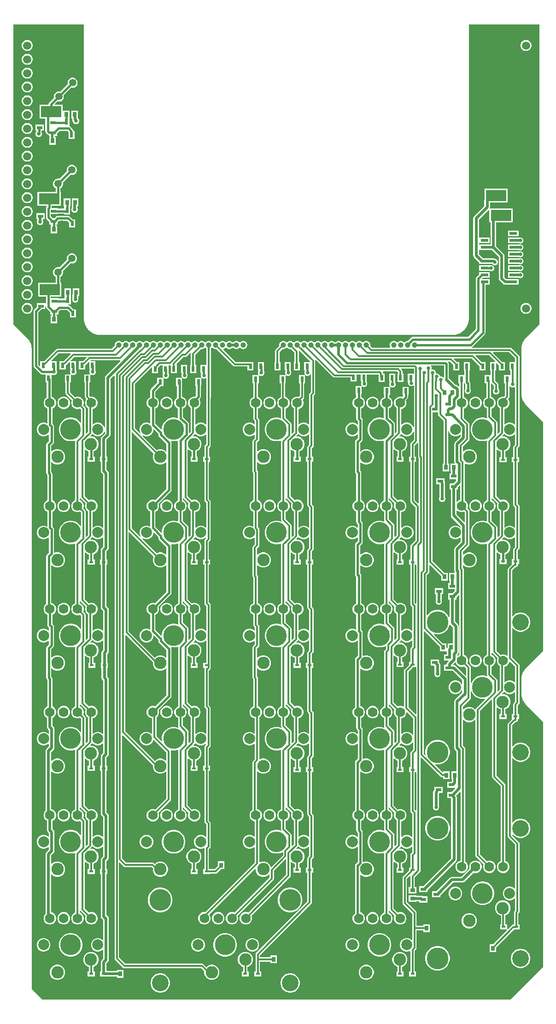
<source format=gbr>
%TF.GenerationSoftware,Altium Limited,Altium Designer,22.7.1 (60)*%
G04 Layer_Physical_Order=2*
G04 Layer_Color=16711680*
%FSLAX45Y45*%
%MOMM*%
%TF.SameCoordinates,5A05AA2C-F857-43D8-A6CE-F15CAA79189D*%
%TF.FilePolarity,Positive*%
%TF.FileFunction,Copper,L2,Bot,Signal*%
%TF.Part,Single*%
G01*
G75*
%TA.AperFunction,Conductor*%
%ADD10C,0.38100*%
%ADD11C,0.50800*%
%ADD12C,0.30480*%
%TA.AperFunction,ComponentPad*%
%ADD13R,1.34620X1.34620*%
%ADD14C,1.34620*%
%ADD15C,1.77800*%
%ADD16C,2.28600*%
%ADD17C,3.81000*%
%ADD18C,2.00000*%
%ADD19C,3.98800*%
%ADD20C,3.04800*%
%ADD21C,1.00000*%
%TA.AperFunction,ViaPad*%
%ADD22C,1.50000*%
%ADD23C,0.63500*%
%TA.AperFunction,SMDPad,CuDef*%
%ADD24R,0.70000X0.90000*%
%ADD25R,0.80000X0.40000*%
%ADD26R,0.90000X0.70000*%
%ADD27R,1.00000X0.60000*%
%ADD28R,0.60000X1.00000*%
%ADD29R,3.80000X2.03000*%
%ADD30R,1.40970X0.50800*%
G36*
X9676974Y12397141D02*
X9427411Y12147578D01*
X9417258Y12136914D01*
X9398581Y12114156D01*
X9382225Y12089677D01*
X9368347Y12063713D01*
X9357081Y12036513D01*
X9348534Y12008340D01*
X9342791Y11979466D01*
X9339905Y11950167D01*
X9339544Y11935447D01*
X9339544Y11935447D01*
X9339544Y11935446D01*
X9339544Y11121404D01*
X9339905Y11106684D01*
X9342791Y11077385D01*
X9348534Y11048511D01*
X9357080Y11020338D01*
X9368347Y10993138D01*
X9382225Y10967174D01*
X9398581Y10942695D01*
X9417259Y10919937D01*
X9427412Y10909273D01*
X9427412Y10909273D01*
X9739544Y10597141D01*
Y6397141D01*
X9427411Y6085008D01*
X9417258Y6074344D01*
X9398581Y6051586D01*
X9382225Y6027107D01*
X9368347Y6001143D01*
X9357081Y5973943D01*
X9348534Y5945770D01*
X9342791Y5916895D01*
X9339905Y5887597D01*
X9339544Y5872877D01*
X9339544Y5872876D01*
X9339544Y5872876D01*
X9339544Y5621405D01*
X9339905Y5606684D01*
X9342791Y5577385D01*
X9348534Y5548511D01*
X9357080Y5520338D01*
X9368347Y5493138D01*
X9382225Y5467174D01*
X9398581Y5442695D01*
X9417259Y5419937D01*
X9427412Y5409273D01*
X9427412Y5409273D01*
X9739544Y5097141D01*
Y597141D01*
X9139544Y-2859D01*
X539544D01*
X339544Y197141D01*
X339543Y11935446D01*
X339182Y11950167D01*
X336297Y11979465D01*
X330553Y12008340D01*
X322007Y12036513D01*
X310740Y12063713D01*
X296862Y12089677D01*
X280506Y12114156D01*
X261829Y12136914D01*
X251675Y12147578D01*
X251676Y12147578D01*
X2114Y12397141D01*
Y17897141D01*
X1302114D01*
Y12497140D01*
X1302756Y12477519D01*
X1307878Y12438613D01*
X1318035Y12400708D01*
X1333052Y12364454D01*
X1352673Y12330469D01*
X1376562Y12299337D01*
X1404310Y12271589D01*
X1435443Y12247700D01*
X1469427Y12228079D01*
X1505682Y12213061D01*
X1543586Y12202905D01*
X1582493Y12197783D01*
X1602114Y12197141D01*
X8076974D01*
X8096594Y12197783D01*
X8135501Y12202905D01*
X8173405Y12213061D01*
X8209660Y12228079D01*
X8243645Y12247700D01*
X8274777Y12271589D01*
X8302525Y12299337D01*
X8326414Y12330469D01*
X8346035Y12364454D01*
X8361053Y12400709D01*
X8371209Y12438613D01*
X8376331Y12477520D01*
X8376974Y12497141D01*
X8376974Y17897141D01*
X9676974D01*
Y12397141D01*
D02*
G37*
%LPC*%
G36*
X9439078Y17611700D02*
X9412642D01*
X9387107Y17604858D01*
X9364213Y17591640D01*
X9345520Y17572948D01*
X9332302Y17550053D01*
X9325460Y17524518D01*
Y17498082D01*
X9332302Y17472546D01*
X9345520Y17449654D01*
X9364213Y17430960D01*
X9387107Y17417741D01*
X9412642Y17410899D01*
X9439078D01*
X9464613Y17417741D01*
X9487507Y17430960D01*
X9506200Y17449654D01*
X9519418Y17472546D01*
X9526260Y17498082D01*
Y17524518D01*
X9519418Y17550053D01*
X9506200Y17572948D01*
X9487507Y17591640D01*
X9464613Y17604858D01*
X9439078Y17611700D01*
D02*
G37*
G36*
X272218D02*
X245782D01*
X220247Y17604858D01*
X197353Y17591640D01*
X178660Y17572948D01*
X165442Y17550053D01*
X158600Y17524518D01*
Y17498082D01*
X165442Y17472546D01*
X178660Y17449654D01*
X197353Y17430960D01*
X220247Y17417741D01*
X245782Y17410899D01*
X272218D01*
X297753Y17417741D01*
X320647Y17430960D01*
X339340Y17449654D01*
X352558Y17472546D01*
X359400Y17498082D01*
Y17524518D01*
X352558Y17550053D01*
X339340Y17572948D01*
X320647Y17591640D01*
X297753Y17604858D01*
X272218Y17611700D01*
D02*
G37*
G36*
Y17357700D02*
X245782D01*
X220247Y17350858D01*
X197353Y17337640D01*
X178660Y17318947D01*
X165442Y17296053D01*
X158600Y17270518D01*
Y17244083D01*
X165442Y17218547D01*
X178660Y17195653D01*
X197353Y17176961D01*
X220247Y17163742D01*
X245782Y17156900D01*
X272218D01*
X297753Y17163742D01*
X320647Y17176961D01*
X339340Y17195653D01*
X352558Y17218547D01*
X359400Y17244083D01*
Y17270518D01*
X352558Y17296053D01*
X339340Y17318947D01*
X320647Y17337640D01*
X297753Y17350858D01*
X272218Y17357700D01*
D02*
G37*
G36*
Y17103700D02*
X245782D01*
X220247Y17096858D01*
X197353Y17083640D01*
X178660Y17064948D01*
X165442Y17042053D01*
X158600Y17016518D01*
Y16990082D01*
X165442Y16964548D01*
X178660Y16941653D01*
X197353Y16922960D01*
X220247Y16909743D01*
X245782Y16902901D01*
X272218D01*
X297753Y16909743D01*
X320647Y16922960D01*
X339340Y16941653D01*
X352558Y16964548D01*
X359400Y16990082D01*
Y17016518D01*
X352558Y17042053D01*
X339340Y17064948D01*
X320647Y17083640D01*
X297753Y17096858D01*
X272218Y17103700D01*
D02*
G37*
G36*
X1104405Y16920210D02*
X1079995D01*
X1056415Y16913892D01*
X1035275Y16901688D01*
X1018013Y16884425D01*
X1005808Y16863284D01*
X999490Y16839705D01*
Y16815295D01*
X1002958Y16802351D01*
X863349Y16662743D01*
X850405Y16666209D01*
X825995D01*
X802415Y16659892D01*
X781275Y16647687D01*
X764013Y16630424D01*
X751808Y16609285D01*
X745490Y16585706D01*
Y16561295D01*
X748958Y16548351D01*
X663085Y16462479D01*
X653261Y16447775D01*
X649811Y16430432D01*
Y16421001D01*
X483100D01*
Y16167200D01*
X589609D01*
Y15940269D01*
X593059Y15922925D01*
X602883Y15908221D01*
X625201Y15885902D01*
X639904Y15876079D01*
X654200Y15873236D01*
Y15851601D01*
X673349D01*
Y15831100D01*
X662300D01*
Y15690300D01*
X783100D01*
Y15831100D01*
X763990D01*
Y15851601D01*
X805000D01*
Y15898306D01*
X850672Y15943979D01*
X997227D01*
X1016629Y15924577D01*
Y15880251D01*
X1017500Y15875871D01*
Y15793900D01*
X1128300D01*
Y15944701D01*
X1107003D01*
X1103821Y15960693D01*
X1093997Y15975397D01*
X1093996Y15975397D01*
X1048047Y16021347D01*
X1042371Y16025139D01*
X1033300Y16033900D01*
Y16172900D01*
X1039500D01*
Y16313699D01*
X918700D01*
X913900Y16324411D01*
Y16421001D01*
X766387D01*
X761527Y16432733D01*
X813051Y16484258D01*
X825995Y16480791D01*
X850405D01*
X873985Y16487108D01*
X895125Y16499313D01*
X912387Y16516576D01*
X924592Y16537715D01*
X930910Y16561295D01*
Y16585706D01*
X927442Y16598650D01*
X1067051Y16738258D01*
X1079995Y16734790D01*
X1104405D01*
X1127985Y16741109D01*
X1149125Y16753313D01*
X1166387Y16770575D01*
X1178592Y16791714D01*
X1184910Y16815295D01*
Y16839705D01*
X1178592Y16863284D01*
X1166387Y16884425D01*
X1149125Y16901688D01*
X1127985Y16913892D01*
X1104405Y16920210D01*
D02*
G37*
G36*
X272218Y16849699D02*
X245782D01*
X220247Y16842857D01*
X197353Y16829640D01*
X178660Y16810947D01*
X165442Y16788052D01*
X158600Y16762518D01*
Y16736082D01*
X165442Y16710547D01*
X178660Y16687653D01*
X197353Y16668961D01*
X220247Y16655742D01*
X245782Y16648900D01*
X272218D01*
X297753Y16655742D01*
X320647Y16668961D01*
X339340Y16687653D01*
X352558Y16710547D01*
X359400Y16736082D01*
Y16762518D01*
X352558Y16788052D01*
X339340Y16810947D01*
X320647Y16829640D01*
X297753Y16842857D01*
X272218Y16849699D01*
D02*
G37*
G36*
Y16595700D02*
X245782D01*
X220247Y16588858D01*
X197353Y16575639D01*
X178660Y16556947D01*
X165442Y16534053D01*
X158600Y16508517D01*
Y16482082D01*
X165442Y16456548D01*
X178660Y16433653D01*
X197353Y16414960D01*
X220247Y16401743D01*
X245782Y16394901D01*
X272218D01*
X297753Y16401743D01*
X320647Y16414960D01*
X339340Y16433653D01*
X352558Y16456548D01*
X359400Y16482082D01*
Y16508517D01*
X352558Y16534053D01*
X339340Y16556947D01*
X320647Y16575639D01*
X297753Y16588858D01*
X272218Y16595700D01*
D02*
G37*
G36*
Y16341701D02*
X245782D01*
X220247Y16334859D01*
X197353Y16321640D01*
X178660Y16302946D01*
X165442Y16280054D01*
X158600Y16254518D01*
Y16228082D01*
X165442Y16202547D01*
X178660Y16179652D01*
X197353Y16160960D01*
X220247Y16147742D01*
X245782Y16140900D01*
X272218D01*
X297753Y16147742D01*
X320647Y16160960D01*
X339340Y16179652D01*
X352558Y16202547D01*
X359400Y16228082D01*
Y16254518D01*
X352558Y16280054D01*
X339340Y16302946D01*
X320647Y16321640D01*
X297753Y16334859D01*
X272218Y16341701D01*
D02*
G37*
G36*
X1189500Y16313699D02*
X1068700D01*
Y16172900D01*
X1086905D01*
Y16149435D01*
X1090848Y16129614D01*
X1098550Y16118088D01*
Y16117632D01*
X1107251Y16096626D01*
X1123327Y16080551D01*
X1144332Y16071851D01*
X1167068D01*
X1188073Y16080551D01*
X1204149Y16096626D01*
X1212850Y16117632D01*
Y16140369D01*
X1204149Y16161372D01*
X1190495Y16175027D01*
Y16233698D01*
X1190496Y16233701D01*
X1189500Y16238705D01*
Y16313699D01*
D02*
G37*
G36*
X272218Y16087700D02*
X245782D01*
X220247Y16080858D01*
X197353Y16067641D01*
X178660Y16048947D01*
X165442Y16026053D01*
X158600Y16000517D01*
Y15974081D01*
X165442Y15948547D01*
X178660Y15925653D01*
X197353Y15906960D01*
X220247Y15893742D01*
X245782Y15886900D01*
X272218D01*
X297753Y15893742D01*
X320647Y15906960D01*
X339340Y15925653D01*
X352558Y15948547D01*
X359400Y15974081D01*
Y16000517D01*
X352558Y16026053D01*
X339340Y16048947D01*
X320647Y16067641D01*
X297753Y16080858D01*
X272218Y16087700D01*
D02*
G37*
G36*
X565000Y16057401D02*
X414200D01*
Y15946600D01*
X429439D01*
Y15928061D01*
X421451Y15920073D01*
X412750Y15899068D01*
Y15876332D01*
X421451Y15855327D01*
X437527Y15839252D01*
X458532Y15830550D01*
X481268D01*
X502273Y15839252D01*
X518349Y15855327D01*
X527050Y15876332D01*
Y15899068D01*
X520080Y15915894D01*
Y15946600D01*
X565000D01*
Y16057401D01*
D02*
G37*
G36*
X272218Y15833701D02*
X245782D01*
X220247Y15826859D01*
X197353Y15813640D01*
X178660Y15794946D01*
X165442Y15772054D01*
X158600Y15746518D01*
Y15720082D01*
X165442Y15694547D01*
X178660Y15671654D01*
X197353Y15652960D01*
X220247Y15639742D01*
X245782Y15632899D01*
X272218D01*
X297753Y15639742D01*
X320647Y15652960D01*
X339340Y15671654D01*
X352558Y15694547D01*
X359400Y15720082D01*
Y15746518D01*
X352558Y15772054D01*
X339340Y15794946D01*
X320647Y15813640D01*
X297753Y15826859D01*
X272218Y15833701D01*
D02*
G37*
G36*
Y15579700D02*
X245782D01*
X220247Y15572858D01*
X197353Y15559641D01*
X178660Y15540947D01*
X165442Y15518053D01*
X158600Y15492519D01*
Y15466081D01*
X165442Y15440547D01*
X178660Y15417653D01*
X197353Y15398959D01*
X220247Y15385742D01*
X245782Y15378900D01*
X272218D01*
X297753Y15385742D01*
X320647Y15398959D01*
X339340Y15417653D01*
X352558Y15440547D01*
X359400Y15466081D01*
Y15492519D01*
X352558Y15518053D01*
X339340Y15540947D01*
X320647Y15559641D01*
X297753Y15572858D01*
X272218Y15579700D01*
D02*
G37*
G36*
X1091705Y15320010D02*
X1067295D01*
X1043715Y15313692D01*
X1022575Y15301488D01*
X1005313Y15284225D01*
X993108Y15263084D01*
X986790Y15239505D01*
Y15215096D01*
X990258Y15202151D01*
X850649Y15062543D01*
X837705Y15066010D01*
X813295D01*
X789715Y15059692D01*
X768575Y15047487D01*
X751313Y15030225D01*
X739108Y15009085D01*
X732790Y14985506D01*
Y14961095D01*
X739108Y14937515D01*
X751313Y14916376D01*
X768575Y14899113D01*
X780179Y14892413D01*
Y14820799D01*
X445000D01*
Y14567000D01*
X615079D01*
Y14550775D01*
X605979Y14537155D01*
X602529Y14519812D01*
Y14355850D01*
X605979Y14338507D01*
X615803Y14323804D01*
X666900Y14272707D01*
Y14225999D01*
X699879D01*
Y14205499D01*
X687700D01*
Y14064700D01*
X808500D01*
Y14205499D01*
X790521D01*
Y14225999D01*
X817700D01*
Y14272707D01*
X837823Y14292828D01*
X992377D01*
X1030200Y14255006D01*
Y14168300D01*
X1141000D01*
Y14319099D01*
X1094294D01*
X1043197Y14370197D01*
X1028494Y14380022D01*
X1011150Y14383472D01*
X819051D01*
X819050Y14383472D01*
X801707Y14380022D01*
X787004Y14370197D01*
X787003Y14370197D01*
X753607Y14336800D01*
X730993D01*
X693171Y14374623D01*
Y14416000D01*
X817700D01*
Y14426079D01*
X935200D01*
Y14408299D01*
X1046000D01*
Y14559100D01*
X1051000Y14560001D01*
Y14700800D01*
X930200D01*
Y14560001D01*
X935200Y14559100D01*
Y14516721D01*
X817700D01*
Y14526801D01*
X710285D01*
X705721Y14532362D01*
Y14567000D01*
X875800D01*
Y14820799D01*
X870821D01*
Y14892413D01*
X882425Y14899113D01*
X899687Y14916376D01*
X911892Y14937515D01*
X918210Y14961095D01*
Y14985506D01*
X914742Y14998450D01*
X1054351Y15138058D01*
X1067295Y15134590D01*
X1091705D01*
X1115285Y15140907D01*
X1136425Y15153113D01*
X1153687Y15170375D01*
X1165892Y15191515D01*
X1172210Y15215096D01*
Y15239505D01*
X1165892Y15263084D01*
X1153687Y15284225D01*
X1136425Y15301488D01*
X1115285Y15313692D01*
X1091705Y15320010D01*
D02*
G37*
G36*
X272218Y15325700D02*
X245782D01*
X220247Y15318858D01*
X197353Y15305640D01*
X178660Y15286948D01*
X165442Y15264053D01*
X158600Y15238518D01*
Y15212082D01*
X165442Y15186546D01*
X178660Y15163654D01*
X197353Y15144960D01*
X220247Y15131741D01*
X245782Y15124899D01*
X272218D01*
X297753Y15131741D01*
X320647Y15144960D01*
X339340Y15163654D01*
X352558Y15186546D01*
X359400Y15212082D01*
Y15238518D01*
X352558Y15264053D01*
X339340Y15286948D01*
X320647Y15305640D01*
X297753Y15318858D01*
X272218Y15325700D01*
D02*
G37*
G36*
Y15071700D02*
X245782D01*
X220247Y15064857D01*
X197353Y15051640D01*
X178660Y15032947D01*
X165442Y15010052D01*
X158600Y14984518D01*
Y14958083D01*
X165442Y14932547D01*
X178660Y14909653D01*
X197353Y14890961D01*
X220247Y14877742D01*
X245782Y14870900D01*
X272218D01*
X297753Y14877742D01*
X320647Y14890961D01*
X339340Y14909653D01*
X352558Y14932547D01*
X359400Y14958083D01*
Y14984518D01*
X352558Y15010052D01*
X339340Y15032947D01*
X320647Y15051640D01*
X297753Y15064857D01*
X272218Y15071700D01*
D02*
G37*
G36*
Y14817700D02*
X245782D01*
X220247Y14810858D01*
X197353Y14797639D01*
X178660Y14778947D01*
X165442Y14756053D01*
X158600Y14730518D01*
Y14704082D01*
X165442Y14678548D01*
X178660Y14655653D01*
X197353Y14636960D01*
X220247Y14623743D01*
X245782Y14616901D01*
X272218D01*
X297753Y14623743D01*
X320647Y14636960D01*
X339340Y14655653D01*
X352558Y14678548D01*
X359400Y14704082D01*
Y14730518D01*
X352558Y14756053D01*
X339340Y14778947D01*
X320647Y14797639D01*
X297753Y14810858D01*
X272218Y14817700D01*
D02*
G37*
G36*
X1201000Y14700800D02*
X1080200D01*
Y14625804D01*
X1079205Y14620799D01*
Y14594418D01*
X1078505Y14590900D01*
Y14527696D01*
X1073150Y14514767D01*
Y14492032D01*
X1081851Y14471027D01*
X1097927Y14454951D01*
X1118932Y14446249D01*
X1141668D01*
X1162673Y14454951D01*
X1178749Y14471027D01*
X1187450Y14492032D01*
Y14514767D01*
X1182095Y14527696D01*
Y14560001D01*
X1201000D01*
Y14700800D01*
D02*
G37*
G36*
X272218Y14563699D02*
X245782D01*
X220247Y14556857D01*
X197353Y14543640D01*
X178660Y14524947D01*
X165442Y14502052D01*
X158600Y14476518D01*
Y14450082D01*
X165442Y14424547D01*
X178660Y14401653D01*
X197353Y14382961D01*
X220247Y14369742D01*
X245782Y14362900D01*
X272218D01*
X297753Y14369742D01*
X320647Y14382961D01*
X339340Y14401653D01*
X352558Y14424547D01*
X359400Y14450082D01*
Y14476518D01*
X352558Y14502052D01*
X339340Y14524947D01*
X320647Y14543640D01*
X297753Y14556857D01*
X272218Y14563699D01*
D02*
G37*
G36*
X577700Y14431799D02*
X426900D01*
Y14321001D01*
X445935D01*
Y14304961D01*
X438150Y14286168D01*
Y14263432D01*
X446851Y14242427D01*
X462927Y14226350D01*
X483932Y14217650D01*
X506668D01*
X527673Y14226350D01*
X543749Y14242427D01*
X552450Y14263432D01*
Y14286168D01*
X549525Y14293230D01*
Y14321001D01*
X577700D01*
Y14431799D01*
D02*
G37*
G36*
X272218Y14309700D02*
X245782D01*
X220247Y14302858D01*
X197353Y14289639D01*
X178660Y14270947D01*
X165442Y14248053D01*
X158600Y14222517D01*
Y14196082D01*
X165442Y14170547D01*
X178660Y14147653D01*
X197353Y14128960D01*
X220247Y14115742D01*
X245782Y14108900D01*
X272218D01*
X297753Y14115742D01*
X320647Y14128960D01*
X339340Y14147653D01*
X352558Y14170547D01*
X359400Y14196082D01*
Y14222517D01*
X352558Y14248053D01*
X339340Y14270947D01*
X320647Y14289639D01*
X297753Y14302858D01*
X272218Y14309700D01*
D02*
G37*
G36*
X9289415Y14109700D02*
X9097645D01*
Y14008099D01*
X9289415D01*
Y14109700D01*
D02*
G37*
G36*
X9333168Y13989050D02*
X9310432D01*
X9297504Y13983694D01*
X9193530D01*
X9188527Y13982700D01*
X9097645D01*
Y13881100D01*
X9188527D01*
X9193530Y13880106D01*
X9297504D01*
X9310432Y13874750D01*
X9333168D01*
X9354173Y13883450D01*
X9370249Y13899527D01*
X9378950Y13920532D01*
Y13943268D01*
X9370249Y13964273D01*
X9354173Y13980350D01*
X9333168Y13989050D01*
D02*
G37*
G36*
X272218Y14055701D02*
X245782D01*
X220247Y14048859D01*
X197353Y14035640D01*
X178660Y14016946D01*
X165442Y13994054D01*
X158600Y13968518D01*
Y13942082D01*
X165442Y13916547D01*
X178660Y13893652D01*
X197353Y13874960D01*
X220247Y13861742D01*
X245782Y13854900D01*
X272218D01*
X297753Y13861742D01*
X320647Y13874960D01*
X339340Y13893652D01*
X352558Y13916547D01*
X359400Y13942082D01*
Y13968518D01*
X352558Y13994054D01*
X339340Y14016946D01*
X320647Y14035640D01*
X297753Y14048859D01*
X272218Y14055701D01*
D02*
G37*
G36*
X9333168Y13862050D02*
X9310432D01*
X9297504Y13856696D01*
X9193530D01*
X9188527Y13855701D01*
X9097645D01*
Y13754100D01*
X9188527D01*
X9193530Y13753105D01*
X9297504D01*
X9310432Y13747749D01*
X9333168D01*
X9354173Y13756451D01*
X9370249Y13772527D01*
X9378950Y13793532D01*
Y13816267D01*
X9370249Y13837273D01*
X9354173Y13853349D01*
X9333168Y13862050D01*
D02*
G37*
G36*
Y13735049D02*
X9310432D01*
X9297504Y13729695D01*
X9193530D01*
X9188527Y13728700D01*
X9097645D01*
Y13627100D01*
X9188527D01*
X9193530Y13626105D01*
X9297504D01*
X9310432Y13620750D01*
X9333168D01*
X9354173Y13629451D01*
X9370249Y13645528D01*
X9378950Y13666531D01*
Y13689268D01*
X9370249Y13710274D01*
X9354173Y13726349D01*
X9333168Y13735049D01*
D02*
G37*
G36*
X272218Y13801700D02*
X245782D01*
X220247Y13794858D01*
X197353Y13781641D01*
X178660Y13762947D01*
X165442Y13740053D01*
X158600Y13714519D01*
Y13688081D01*
X165442Y13662547D01*
X178660Y13639653D01*
X197353Y13620959D01*
X220247Y13607742D01*
X245782Y13600900D01*
X272218D01*
X297753Y13607742D01*
X320647Y13620959D01*
X339340Y13639653D01*
X352558Y13662547D01*
X359400Y13688081D01*
Y13714519D01*
X352558Y13740053D01*
X339340Y13762947D01*
X320647Y13781641D01*
X297753Y13794858D01*
X272218Y13801700D01*
D02*
G37*
G36*
X1091705Y13694411D02*
X1067295D01*
X1043715Y13688092D01*
X1022575Y13675887D01*
X1005313Y13658624D01*
X993108Y13637485D01*
X986790Y13613905D01*
Y13589494D01*
X990258Y13576550D01*
X850649Y13436942D01*
X837705Y13440410D01*
X813295D01*
X789715Y13434093D01*
X768575Y13421887D01*
X751313Y13404625D01*
X739108Y13383485D01*
X732790Y13359904D01*
Y13335495D01*
X739108Y13311916D01*
X751313Y13290775D01*
X768575Y13273512D01*
X780179Y13266814D01*
Y13157100D01*
X457700D01*
Y12903300D01*
X602379D01*
Y12782540D01*
X590400Y12780800D01*
X589679Y12780800D01*
X439600D01*
Y12718829D01*
X438729Y12714450D01*
Y12713222D01*
X387053Y12661547D01*
X377229Y12646844D01*
X373779Y12629500D01*
Y11631739D01*
X377229Y11614395D01*
X387053Y11599692D01*
X499892Y11486853D01*
X514595Y11477029D01*
X531939Y11473579D01*
X594401D01*
Y11323500D01*
X615430D01*
Y11048214D01*
X605348Y11042393D01*
X584067Y11021112D01*
X569019Y10995048D01*
X561230Y10965978D01*
Y10935882D01*
X569019Y10906812D01*
X584067Y10880748D01*
X605348Y10859467D01*
X630209Y10845114D01*
Y10579461D01*
X619211Y10573111D01*
X607132Y10580084D01*
X575239Y10588630D01*
X542221D01*
X510327Y10580084D01*
X481733Y10563575D01*
X458385Y10540227D01*
X441876Y10511633D01*
X433330Y10479739D01*
Y10446721D01*
X441876Y10414828D01*
X458385Y10386233D01*
X481733Y10362885D01*
X510327Y10346376D01*
X542221Y10337830D01*
X575239D01*
X607132Y10346376D01*
X635727Y10362885D01*
X646126Y10373284D01*
X657859Y10368424D01*
Y10252181D01*
X621933Y10216255D01*
X612109Y10201552D01*
X608659Y10184208D01*
Y9664460D01*
X612109Y9647117D01*
X621933Y9632414D01*
X630209Y9624138D01*
Y9164446D01*
X605348Y9150093D01*
X584067Y9128812D01*
X569019Y9102748D01*
X561230Y9073678D01*
Y9043582D01*
X569019Y9014512D01*
X584067Y8988448D01*
X605348Y8967167D01*
X630209Y8952814D01*
Y8687161D01*
X619211Y8680811D01*
X607132Y8687784D01*
X575239Y8696330D01*
X542221D01*
X510327Y8687784D01*
X481733Y8671275D01*
X458385Y8647927D01*
X441876Y8619333D01*
X433330Y8587439D01*
Y8554421D01*
X441876Y8522528D01*
X458385Y8493933D01*
X481733Y8470585D01*
X510327Y8454076D01*
X542221Y8445530D01*
X575239D01*
X607132Y8454076D01*
X635727Y8470585D01*
X646126Y8480984D01*
X657859Y8476124D01*
Y8201739D01*
X621933Y8165813D01*
X612109Y8151110D01*
X608659Y8133766D01*
Y7259705D01*
X605348Y7257793D01*
X584067Y7236512D01*
X569019Y7210448D01*
X561230Y7181378D01*
Y7151282D01*
X569019Y7122212D01*
X584067Y7096148D01*
X605348Y7074867D01*
X630209Y7060514D01*
Y6874122D01*
X633659Y6856779D01*
X643483Y6842075D01*
X657859Y6827700D01*
Y6773437D01*
X646126Y6768576D01*
X635727Y6778975D01*
X607132Y6795484D01*
X575239Y6804030D01*
X542221D01*
X510327Y6795484D01*
X481733Y6778975D01*
X458385Y6755627D01*
X441876Y6727033D01*
X433330Y6695139D01*
Y6662121D01*
X441876Y6630228D01*
X458385Y6601633D01*
X481733Y6578285D01*
X510327Y6561776D01*
X542221Y6553230D01*
X575239D01*
X607132Y6561776D01*
X635727Y6578285D01*
X646126Y6588684D01*
X657859Y6583824D01*
Y6521585D01*
X621933Y6485659D01*
X612109Y6470956D01*
X608659Y6453613D01*
Y5906863D01*
X612109Y5889519D01*
X621933Y5874816D01*
X630209Y5866540D01*
Y5379846D01*
X605348Y5365493D01*
X584067Y5344212D01*
X569019Y5318148D01*
X561230Y5289078D01*
Y5258982D01*
X569019Y5229912D01*
X584067Y5203848D01*
X605348Y5182567D01*
X623735Y5171952D01*
Y4998765D01*
X627677Y4978944D01*
X638905Y4962140D01*
X657735Y4943311D01*
Y4881261D01*
X646002Y4876401D01*
X635727Y4886675D01*
X607132Y4903184D01*
X575239Y4911730D01*
X542221D01*
X510327Y4903184D01*
X481733Y4886675D01*
X458385Y4863327D01*
X441876Y4834733D01*
X433330Y4802839D01*
Y4769821D01*
X441876Y4737928D01*
X458385Y4709333D01*
X481733Y4685985D01*
X510327Y4669476D01*
X542221Y4660930D01*
X575239D01*
X607132Y4669476D01*
X635727Y4685985D01*
X646002Y4696259D01*
X657735Y4691399D01*
Y4642299D01*
X611005Y4595569D01*
X599777Y4578766D01*
X595835Y4558944D01*
Y3463679D01*
X584067Y3451912D01*
X569019Y3425848D01*
X561230Y3396778D01*
Y3366682D01*
X569019Y3337612D01*
X584067Y3311548D01*
X605348Y3290267D01*
X623735Y3279652D01*
Y3106465D01*
X627677Y3086644D01*
X638905Y3069840D01*
X657735Y3051011D01*
Y2988961D01*
X646002Y2984101D01*
X635727Y2994375D01*
X607132Y3010884D01*
X575239Y3019430D01*
X542221D01*
X510327Y3010884D01*
X481733Y2994375D01*
X458385Y2971027D01*
X441876Y2942433D01*
X433330Y2910539D01*
Y2877521D01*
X441876Y2845628D01*
X458385Y2817033D01*
X481733Y2793685D01*
X510327Y2777176D01*
X542221Y2768630D01*
X575239D01*
X607132Y2777176D01*
X635727Y2793685D01*
X646002Y2803959D01*
X657735Y2799099D01*
Y2749999D01*
X611005Y2703269D01*
X599777Y2686466D01*
X595835Y2666644D01*
Y1571379D01*
X584067Y1559612D01*
X569019Y1533548D01*
X561230Y1504478D01*
Y1474382D01*
X569019Y1445312D01*
X584067Y1419248D01*
X605348Y1397967D01*
X631412Y1382920D01*
X660482Y1375130D01*
X669366D01*
X675530Y1373904D01*
X681694Y1375130D01*
X690578D01*
X719648Y1382920D01*
X745712Y1397967D01*
X766993Y1419248D01*
X782041Y1445312D01*
X789830Y1474382D01*
Y1504478D01*
X782041Y1533548D01*
X766993Y1559612D01*
X745712Y1580893D01*
X719648Y1595941D01*
X699425Y1601360D01*
Y2288888D01*
X712125Y2294149D01*
X726952Y2279322D01*
X758808Y2260930D01*
X794338Y2251410D01*
X831122D01*
X866652Y2260930D01*
X898508Y2279322D01*
X924518Y2305332D01*
X942909Y2337188D01*
X952430Y2372718D01*
Y2409502D01*
X942909Y2445032D01*
X924518Y2476888D01*
X898508Y2502898D01*
X866652Y2521290D01*
X831122Y2530810D01*
X794338D01*
X758808Y2521290D01*
X726952Y2502898D01*
X712125Y2488071D01*
X699425Y2493332D01*
Y2645190D01*
X746155Y2691920D01*
X757383Y2708723D01*
X761325Y2728544D01*
Y3072465D01*
X757383Y3092286D01*
X746155Y3109090D01*
X727325Y3127920D01*
Y3279652D01*
X745712Y3290267D01*
X766993Y3311548D01*
X782041Y3337612D01*
X789830Y3366682D01*
Y3396778D01*
X782041Y3425848D01*
X766993Y3451912D01*
X745712Y3473193D01*
X719648Y3488241D01*
X699425Y3493660D01*
Y4181188D01*
X712125Y4186449D01*
X726952Y4171622D01*
X758808Y4153230D01*
X794338Y4143710D01*
X831122D01*
X866652Y4153230D01*
X898508Y4171622D01*
X924518Y4197632D01*
X942909Y4229488D01*
X952430Y4265018D01*
Y4301802D01*
X942909Y4337332D01*
X924518Y4369188D01*
X898508Y4395198D01*
X866652Y4413590D01*
X831122Y4423110D01*
X794338D01*
X758808Y4413590D01*
X726952Y4395198D01*
X712125Y4380371D01*
X699425Y4385632D01*
Y4537490D01*
X746155Y4584220D01*
X757383Y4601023D01*
X761325Y4620844D01*
Y4964765D01*
X757383Y4984586D01*
X746155Y5001390D01*
X727325Y5020220D01*
Y5171952D01*
X745712Y5182567D01*
X766993Y5203848D01*
X782041Y5229912D01*
X789830Y5258982D01*
Y5289078D01*
X782041Y5318148D01*
X766993Y5344212D01*
X745712Y5365493D01*
X720851Y5379846D01*
Y5885313D01*
X717401Y5902656D01*
X707577Y5917359D01*
X699301Y5925635D01*
Y6073613D01*
X712001Y6078874D01*
X726952Y6063922D01*
X758808Y6045530D01*
X794338Y6036010D01*
X831122D01*
X866652Y6045530D01*
X898508Y6063922D01*
X924518Y6089932D01*
X942909Y6121788D01*
X952430Y6157318D01*
Y6194102D01*
X942909Y6229632D01*
X924518Y6261488D01*
X898508Y6287498D01*
X866652Y6305890D01*
X831122Y6315410D01*
X794338D01*
X758808Y6305890D01*
X726952Y6287498D01*
X712001Y6272547D01*
X699301Y6277807D01*
Y6434840D01*
X735226Y6470766D01*
X735227Y6470766D01*
X745051Y6485469D01*
X748501Y6502813D01*
X748501Y6502814D01*
Y6846472D01*
X745051Y6863816D01*
X735227Y6878519D01*
X735226Y6878519D01*
X720851Y6892895D01*
Y7060514D01*
X745712Y7074867D01*
X766993Y7096148D01*
X782041Y7122212D01*
X789830Y7151282D01*
Y7181378D01*
X782041Y7210448D01*
X766993Y7236512D01*
X745712Y7257793D01*
X719648Y7272841D01*
X699301Y7278293D01*
Y7965913D01*
X712001Y7971174D01*
X726952Y7956222D01*
X758808Y7937830D01*
X794338Y7928310D01*
X831122D01*
X866652Y7937830D01*
X898508Y7956222D01*
X924518Y7982232D01*
X942909Y8014088D01*
X952430Y8049618D01*
Y8086402D01*
X942909Y8121932D01*
X924518Y8153788D01*
X898508Y8179798D01*
X866652Y8198190D01*
X831122Y8207710D01*
X794338D01*
X761201Y8198831D01*
X748501Y8205070D01*
Y8630763D01*
X745051Y8648106D01*
X735227Y8662810D01*
X735226Y8662810D01*
X720851Y8677186D01*
Y8952814D01*
X745712Y8967167D01*
X766993Y8988448D01*
X782041Y9014512D01*
X789830Y9043582D01*
Y9073678D01*
X782041Y9102748D01*
X766993Y9128812D01*
X745712Y9150093D01*
X720851Y9164446D01*
Y9642910D01*
X717401Y9660254D01*
X707577Y9674957D01*
X699301Y9683233D01*
Y9858213D01*
X712001Y9863474D01*
X726952Y9848522D01*
X758808Y9830130D01*
X794338Y9820610D01*
X831122D01*
X866652Y9830130D01*
X898508Y9848522D01*
X924518Y9874532D01*
X942909Y9906388D01*
X952430Y9941918D01*
Y9978702D01*
X942909Y10014232D01*
X924518Y10046088D01*
X898508Y10072098D01*
X866652Y10090490D01*
X831122Y10100010D01*
X794338D01*
X758808Y10090490D01*
X726952Y10072098D01*
X712001Y10057147D01*
X699301Y10062407D01*
Y10165436D01*
X735226Y10201361D01*
X735227Y10201362D01*
X745051Y10216065D01*
X748501Y10233408D01*
X748501Y10233410D01*
Y10523063D01*
X745051Y10540406D01*
X735227Y10555110D01*
X735226Y10555110D01*
X720851Y10569486D01*
Y10845114D01*
X745712Y10859467D01*
X766993Y10880748D01*
X782041Y10906812D01*
X789830Y10935882D01*
Y10965978D01*
X782041Y10995048D01*
X766993Y11021112D01*
X745712Y11042393D01*
X719648Y11057441D01*
X706071Y11061079D01*
Y11387949D01*
X706071Y11387950D01*
X705201Y11392328D01*
Y11464217D01*
X712790Y11468251D01*
X717901Y11470047D01*
X737932Y11461750D01*
X760668D01*
X781673Y11470451D01*
X797749Y11486527D01*
X806450Y11507532D01*
Y11530268D01*
X797749Y11551273D01*
X800201Y11563500D01*
X800200D01*
Y11714300D01*
X706761D01*
X701500Y11727000D01*
X832964Y11858464D01*
X1054771D01*
X1059631Y11846730D01*
X927997Y11715096D01*
X925160D01*
X921156Y11714300D01*
X855001D01*
Y11563500D01*
X965800D01*
Y11638574D01*
X974461Y11644360D01*
X1032300Y11702200D01*
X1045000Y11696940D01*
Y11563500D01*
X1054066D01*
X1056451Y11551273D01*
X1047750Y11530268D01*
Y11507532D01*
X1056451Y11486527D01*
X1050717Y11474300D01*
X950001D01*
Y11323500D01*
X963964D01*
Y11129060D01*
X967118Y11113203D01*
X976101Y11099760D01*
X1078408Y10997453D01*
X1077019Y10995048D01*
X1069230Y10965978D01*
Y10935882D01*
X1077019Y10906812D01*
X1092067Y10880748D01*
X1113348Y10859467D01*
X1139412Y10844420D01*
X1168482Y10836630D01*
X1198578D01*
X1227648Y10844420D01*
X1230053Y10845808D01*
X1247534Y10828327D01*
Y10589803D01*
X1235381Y10586117D01*
X1225530Y10600858D01*
X1195458Y10630930D01*
X1160097Y10654558D01*
X1120806Y10670833D01*
X1079094Y10679130D01*
X1036566D01*
X994854Y10670833D01*
X955563Y10654558D01*
X920202Y10630930D01*
X890130Y10600858D01*
X866502Y10565497D01*
X850227Y10526206D01*
X841930Y10484494D01*
Y10441966D01*
X850227Y10400254D01*
X866502Y10360963D01*
X890130Y10325602D01*
X920202Y10295530D01*
X955563Y10271902D01*
X994854Y10255627D01*
X1036566Y10247330D01*
X1079094D01*
X1120806Y10255627D01*
X1132034Y10260278D01*
X1143165Y10251142D01*
X1142094Y10245754D01*
Y9165859D01*
X1139412Y9165141D01*
X1113348Y9150093D01*
X1092067Y9128812D01*
X1077019Y9102748D01*
X1069230Y9073678D01*
Y9043582D01*
X1077019Y9014512D01*
X1092067Y8988448D01*
X1113348Y8967167D01*
X1139412Y8952120D01*
X1168482Y8944330D01*
X1198578D01*
X1227648Y8952120D01*
X1230053Y8953508D01*
X1247534Y8936027D01*
Y8697503D01*
X1235381Y8693817D01*
X1225530Y8708558D01*
X1195458Y8738630D01*
X1160097Y8762258D01*
X1120806Y8778533D01*
X1079094Y8786830D01*
X1036566D01*
X994854Y8778533D01*
X955563Y8762258D01*
X920202Y8738630D01*
X890130Y8708558D01*
X866502Y8673197D01*
X850227Y8633906D01*
X841930Y8592194D01*
Y8549666D01*
X850227Y8507954D01*
X866502Y8468663D01*
X890130Y8433302D01*
X920202Y8403230D01*
X955563Y8379602D01*
X994854Y8363327D01*
X1036566Y8355030D01*
X1079094D01*
X1120806Y8363327D01*
X1132034Y8367978D01*
X1143165Y8358842D01*
X1142094Y8353454D01*
Y7273559D01*
X1139412Y7272841D01*
X1113348Y7257793D01*
X1092067Y7236512D01*
X1077019Y7210448D01*
X1069230Y7181378D01*
Y7151282D01*
X1077019Y7122212D01*
X1092067Y7096148D01*
X1113348Y7074867D01*
X1139412Y7059820D01*
X1168482Y7052030D01*
X1198578D01*
X1227648Y7059820D01*
X1230053Y7061208D01*
X1247534Y7043727D01*
Y6805203D01*
X1235381Y6801517D01*
X1225530Y6816258D01*
X1195458Y6846330D01*
X1160097Y6869958D01*
X1120806Y6886233D01*
X1079094Y6894530D01*
X1036566D01*
X994854Y6886233D01*
X955563Y6869958D01*
X920202Y6846330D01*
X890130Y6816258D01*
X866502Y6780897D01*
X850227Y6741606D01*
X841930Y6699894D01*
Y6657366D01*
X850227Y6615654D01*
X866502Y6576363D01*
X890130Y6541002D01*
X920202Y6510930D01*
X955563Y6487302D01*
X994854Y6471027D01*
X1036566Y6462730D01*
X1079094D01*
X1120806Y6471027D01*
X1132034Y6475678D01*
X1143165Y6466542D01*
X1142094Y6461154D01*
Y5381259D01*
X1139412Y5380541D01*
X1113348Y5365493D01*
X1092067Y5344212D01*
X1077019Y5318148D01*
X1069230Y5289078D01*
Y5258982D01*
X1077019Y5229912D01*
X1092067Y5203848D01*
X1113348Y5182567D01*
X1139412Y5167520D01*
X1168482Y5159730D01*
X1198578D01*
X1227648Y5167520D01*
X1230053Y5168908D01*
X1247534Y5151427D01*
Y4912903D01*
X1235381Y4909217D01*
X1225530Y4923958D01*
X1195458Y4954030D01*
X1160097Y4977658D01*
X1120806Y4993933D01*
X1079094Y5002230D01*
X1036566D01*
X994854Y4993933D01*
X955563Y4977658D01*
X920202Y4954030D01*
X890130Y4923958D01*
X866502Y4888597D01*
X850227Y4849306D01*
X841930Y4807594D01*
Y4765066D01*
X850227Y4723354D01*
X866502Y4684063D01*
X890130Y4648702D01*
X920202Y4618630D01*
X955563Y4595002D01*
X994854Y4578727D01*
X1036566Y4570430D01*
X1079094D01*
X1120806Y4578727D01*
X1132034Y4583378D01*
X1143165Y4574242D01*
X1142094Y4568854D01*
Y3488959D01*
X1139412Y3488241D01*
X1113348Y3473193D01*
X1092067Y3451912D01*
X1077019Y3425848D01*
X1069230Y3396778D01*
Y3366682D01*
X1077019Y3337612D01*
X1092067Y3311548D01*
X1113348Y3290267D01*
X1139412Y3275220D01*
X1168482Y3267430D01*
X1198578D01*
X1227648Y3275220D01*
X1230053Y3276608D01*
X1247534Y3259127D01*
Y3020603D01*
X1235381Y3016917D01*
X1225530Y3031658D01*
X1195458Y3061730D01*
X1160097Y3085358D01*
X1120806Y3101633D01*
X1079094Y3109930D01*
X1036566D01*
X994854Y3101633D01*
X955563Y3085358D01*
X920202Y3061730D01*
X890130Y3031658D01*
X866502Y2996297D01*
X850227Y2957006D01*
X841930Y2915294D01*
Y2872766D01*
X850227Y2831054D01*
X866502Y2791763D01*
X890130Y2756402D01*
X920202Y2726330D01*
X955563Y2702702D01*
X994854Y2686427D01*
X1036566Y2678130D01*
X1079094D01*
X1120806Y2686427D01*
X1132034Y2691078D01*
X1143165Y2681942D01*
X1142094Y2676554D01*
Y1596659D01*
X1139412Y1595941D01*
X1113348Y1580893D01*
X1092067Y1559612D01*
X1077019Y1533548D01*
X1069230Y1504478D01*
Y1474382D01*
X1077019Y1445312D01*
X1092067Y1419248D01*
X1113348Y1397967D01*
X1139412Y1382920D01*
X1168482Y1375130D01*
X1198578D01*
X1227648Y1382920D01*
X1253712Y1397967D01*
X1274993Y1419248D01*
X1290041Y1445312D01*
X1297830Y1474382D01*
Y1504478D01*
X1290041Y1533548D01*
X1274993Y1559612D01*
X1253712Y1580893D01*
X1227648Y1595941D01*
X1224966Y1596659D01*
Y1625275D01*
X1227386Y1627205D01*
X1244430Y1624556D01*
X1245690Y1622670D01*
X1332428Y1535933D01*
X1331040Y1533528D01*
X1323250Y1504458D01*
Y1474362D01*
X1331040Y1445292D01*
X1346087Y1419228D01*
X1367368Y1397947D01*
X1393432Y1382899D01*
X1422502Y1375110D01*
X1452598D01*
X1481668Y1382899D01*
X1507732Y1397947D01*
X1529013Y1419228D01*
X1544061Y1445292D01*
X1551850Y1474362D01*
Y1504458D01*
X1544061Y1533528D01*
X1529013Y1559592D01*
X1507732Y1580873D01*
X1481668Y1595921D01*
X1452598Y1603710D01*
X1422502D01*
X1393432Y1595921D01*
X1391027Y1594532D01*
X1316426Y1669134D01*
Y2522787D01*
X1329126Y2528048D01*
X1344152Y2513022D01*
X1376008Y2494631D01*
X1390729Y2490686D01*
Y2395131D01*
X1369000D01*
Y2304331D01*
X1499800D01*
Y2395131D01*
X1473601D01*
Y2491884D01*
X1483852Y2494631D01*
X1515708Y2513022D01*
X1541718Y2539032D01*
X1560110Y2570888D01*
X1569630Y2606418D01*
Y2643202D01*
X1560110Y2678732D01*
X1541718Y2710588D01*
X1515708Y2736598D01*
X1483852Y2754990D01*
X1448322Y2764510D01*
X1427072D01*
X1421812Y2777210D01*
X1445600Y2800998D01*
X1449232Y2806435D01*
X1465324Y2808303D01*
X1479943Y2793685D01*
X1508537Y2777176D01*
X1540431Y2768630D01*
X1573449D01*
X1605342Y2777176D01*
X1633937Y2793685D01*
X1644212Y2803959D01*
X1655945Y2799099D01*
Y2627906D01*
X1627775Y2599736D01*
X1616547Y2582933D01*
X1612605Y2563111D01*
Y2395131D01*
X1599000D01*
Y2304331D01*
X1612605D01*
Y1525871D01*
X1616547Y1506050D01*
X1627775Y1489246D01*
X1655945Y1461077D01*
Y1096661D01*
X1644212Y1091801D01*
X1633937Y1102075D01*
X1605342Y1118584D01*
X1573449Y1127130D01*
X1540431D01*
X1508537Y1118584D01*
X1479943Y1102075D01*
X1456595Y1078727D01*
X1440086Y1050133D01*
X1431540Y1018239D01*
Y985221D01*
X1440086Y953328D01*
X1456595Y924733D01*
X1479943Y901385D01*
X1508537Y884876D01*
X1540431Y876330D01*
X1573449D01*
X1605342Y884876D01*
X1633937Y901385D01*
X1644212Y911659D01*
X1655945Y906799D01*
Y749256D01*
X1627775Y721086D01*
X1616547Y704283D01*
X1612605Y684461D01*
Y515531D01*
X1599000D01*
Y424731D01*
X1640851D01*
X1644694Y422163D01*
X1664516Y418220D01*
X1909300D01*
Y399500D01*
X2030100D01*
Y540300D01*
X1909300D01*
Y521810D01*
X1716195D01*
Y663007D01*
X1744365Y691177D01*
X1755593Y707980D01*
X1759535Y727801D01*
Y1482531D01*
X1755593Y1502352D01*
X1744365Y1519156D01*
X1716195Y1547325D01*
Y2304331D01*
X1729800D01*
Y2395131D01*
X1716195D01*
Y2541657D01*
X1744365Y2569827D01*
X1755593Y2586630D01*
X1759535Y2606451D01*
Y3368006D01*
X1755593Y3387827D01*
X1744365Y3404631D01*
X1716195Y3432800D01*
Y4196631D01*
X1729800D01*
Y4287431D01*
X1716195D01*
Y4441257D01*
X1744365Y4469427D01*
X1755593Y4486230D01*
X1759535Y4506051D01*
Y5874160D01*
X1755593Y5893981D01*
X1744365Y5910785D01*
X1728195Y5926954D01*
Y6067080D01*
X1728895Y6070600D01*
X1728895Y6070601D01*
Y6088931D01*
X1742500D01*
Y6179731D01*
X1728895D01*
Y6339907D01*
X1744365Y6355377D01*
X1755593Y6372180D01*
X1759535Y6392001D01*
X1759535Y6392003D01*
Y7153081D01*
X1755593Y7172902D01*
X1744365Y7189706D01*
X1716195Y7217875D01*
Y7981231D01*
X1729800D01*
Y8072031D01*
X1716195D01*
Y8225857D01*
X1744365Y8254026D01*
X1755593Y8270830D01*
X1759535Y8290651D01*
Y9658760D01*
X1755593Y9678581D01*
X1744365Y9695385D01*
X1715495Y9724254D01*
Y9851680D01*
X1716195Y9855200D01*
X1716195Y9855201D01*
Y9873531D01*
X1729800D01*
Y9964331D01*
X1716195D01*
Y10272241D01*
X1776524Y10332570D01*
X1776525Y10332571D01*
X1787753Y10349374D01*
X1791695Y10369196D01*
Y11392994D01*
X1851830Y11453129D01*
X1863564Y11448269D01*
Y754455D01*
X1866718Y738598D01*
X1875700Y725155D01*
X2016434Y584421D01*
X2029877Y575439D01*
X2045734Y572285D01*
X3455374D01*
X3511480Y516179D01*
Y480418D01*
X3521000Y444888D01*
X3539392Y413032D01*
X3565402Y387022D01*
X3597258Y368630D01*
X3632788Y359110D01*
X3669572D01*
X3705102Y368630D01*
X3736958Y387022D01*
X3762968Y413032D01*
X3781359Y444888D01*
X3790880Y480418D01*
Y517202D01*
X3781359Y552732D01*
X3762968Y584588D01*
X3736958Y610598D01*
X3705102Y628990D01*
X3669572Y638510D01*
X3632788D01*
X3597258Y628990D01*
X3565402Y610598D01*
X3549831Y595028D01*
X3501838Y643021D01*
X3488395Y652004D01*
X3472538Y655158D01*
X2062897D01*
X1946436Y771618D01*
Y2509805D01*
X1958170Y2514666D01*
X2034214Y2438621D01*
X2047657Y2429639D01*
X2063514Y2426485D01*
X2547324D01*
X2565330Y2408479D01*
Y2372718D01*
X2574850Y2337188D01*
X2593242Y2305332D01*
X2619252Y2279322D01*
X2651108Y2260930D01*
X2686638Y2251410D01*
X2723422D01*
X2758952Y2260930D01*
X2790808Y2279322D01*
X2816818Y2305332D01*
X2835209Y2337188D01*
X2844730Y2372718D01*
Y2409502D01*
X2835209Y2445032D01*
X2816818Y2476888D01*
X2790808Y2502898D01*
X2758952Y2521290D01*
X2723422Y2530810D01*
X2686638D01*
X2651108Y2521290D01*
X2619252Y2502898D01*
X2603681Y2487328D01*
X2593788Y2497221D01*
X2580345Y2506204D01*
X2564488Y2509358D01*
X2080677D01*
X2002316Y2587718D01*
Y4847199D01*
X2014050Y4852060D01*
X2565330Y4300779D01*
Y4265018D01*
X2574850Y4229488D01*
X2593242Y4197632D01*
X2619252Y4171622D01*
X2651108Y4153230D01*
X2686638Y4143710D01*
X2723422D01*
X2758952Y4153230D01*
X2790808Y4171622D01*
X2805834Y4186648D01*
X2818534Y4181387D01*
Y3691034D01*
X2614353Y3486853D01*
X2611948Y3488241D01*
X2582878Y3496030D01*
X2552782D01*
X2523712Y3488241D01*
X2497648Y3473193D01*
X2476367Y3451912D01*
X2461319Y3425848D01*
X2453530Y3396778D01*
Y3366682D01*
X2461319Y3337612D01*
X2476367Y3311548D01*
X2497648Y3290267D01*
X2523712Y3275220D01*
X2552782Y3267430D01*
X2582878D01*
X2611948Y3275220D01*
X2638012Y3290267D01*
X2659293Y3311548D01*
X2674341Y3337612D01*
X2682130Y3366682D01*
Y3396778D01*
X2674341Y3425848D01*
X2672952Y3428253D01*
X2889270Y3644570D01*
X2898252Y3658013D01*
X2901406Y3673870D01*
Y4549609D01*
X2898644Y4563493D01*
X2906009Y4574977D01*
X2928866Y4570430D01*
X2971394D01*
X3013106Y4578727D01*
X3024334Y4583378D01*
X3035465Y4574242D01*
X3034394Y4568854D01*
Y3488959D01*
X3031712Y3488241D01*
X3005648Y3473193D01*
X2984367Y3451912D01*
X2969319Y3425848D01*
X2961530Y3396778D01*
Y3366682D01*
X2969319Y3337612D01*
X2984367Y3311548D01*
X3005648Y3290267D01*
X3031712Y3275220D01*
X3060782Y3267430D01*
X3090878D01*
X3119948Y3275220D01*
X3146012Y3290267D01*
X3167293Y3311548D01*
X3182341Y3337612D01*
X3190130Y3366682D01*
Y3396778D01*
X3182341Y3425848D01*
X3167293Y3451912D01*
X3146012Y3473193D01*
X3119948Y3488241D01*
X3117266Y3488959D01*
Y3517575D01*
X3119686Y3519505D01*
X3136730Y3516856D01*
X3137990Y3514970D01*
X3224728Y3428233D01*
X3223340Y3425828D01*
X3215550Y3396758D01*
Y3366662D01*
X3223340Y3337592D01*
X3238387Y3311528D01*
X3259668Y3290247D01*
X3285732Y3275199D01*
X3314802Y3267410D01*
X3344898D01*
X3373968Y3275199D01*
X3400032Y3290247D01*
X3421313Y3311528D01*
X3436361Y3337592D01*
X3444150Y3366662D01*
Y3396758D01*
X3436361Y3425828D01*
X3421313Y3451892D01*
X3400032Y3473173D01*
X3373968Y3488221D01*
X3344898Y3496010D01*
X3314802D01*
X3285732Y3488221D01*
X3283327Y3486832D01*
X3208726Y3561434D01*
Y4415087D01*
X3221426Y4420348D01*
X3236452Y4405322D01*
X3268308Y4386931D01*
X3283029Y4382986D01*
Y4287431D01*
X3261300D01*
Y4196631D01*
X3392100D01*
Y4287431D01*
X3365901D01*
Y4384184D01*
X3376152Y4386931D01*
X3408008Y4405322D01*
X3434018Y4431332D01*
X3452410Y4463188D01*
X3461930Y4498718D01*
Y4535502D01*
X3452410Y4571032D01*
X3434018Y4602888D01*
X3408008Y4628898D01*
X3376152Y4647290D01*
X3340622Y4656810D01*
X3319372D01*
X3314112Y4669510D01*
X3337900Y4693298D01*
X3341532Y4698735D01*
X3357624Y4700603D01*
X3372243Y4685985D01*
X3400837Y4669476D01*
X3432731Y4660930D01*
X3465749D01*
X3497642Y4669476D01*
X3526237Y4685985D01*
X3533068Y4692816D01*
X3545870Y4687912D01*
X3546801Y4679865D01*
X3527400Y4660464D01*
X3518418Y4647021D01*
X3515264Y4631164D01*
Y4287431D01*
X3491300D01*
Y4196631D01*
X3515264D01*
Y3262950D01*
X3518418Y3247093D01*
X3527400Y3233650D01*
X3548444Y3212606D01*
Y2988762D01*
X3536710Y2983902D01*
X3526237Y2994375D01*
X3497642Y3010884D01*
X3465749Y3019430D01*
X3432731D01*
X3400837Y3010884D01*
X3372243Y2994375D01*
X3348895Y2971027D01*
X3332386Y2942433D01*
X3323840Y2910539D01*
Y2877521D01*
X3332386Y2845628D01*
X3348895Y2817033D01*
X3372243Y2793685D01*
X3400837Y2777176D01*
X3432731Y2768630D01*
X3465749D01*
X3497642Y2777176D01*
X3505001Y2781424D01*
X3515264Y2772685D01*
Y2395131D01*
X3491300D01*
Y2304331D01*
X3622100D01*
Y2308295D01*
X3719831D01*
X3735688Y2311449D01*
X3749131Y2320431D01*
X3822100Y2393400D01*
X3884300D01*
Y2534200D01*
X3763500D01*
Y2452000D01*
X3702668Y2391167D01*
X3622100D01*
Y2395131D01*
X3598136D01*
Y2758377D01*
X3619180Y2779421D01*
X3628162Y2792864D01*
X3631316Y2808721D01*
Y3229770D01*
X3628162Y3245627D01*
X3619180Y3259070D01*
X3598136Y3280114D01*
Y4196631D01*
X3622100D01*
Y4287431D01*
X3598136D01*
Y4614001D01*
X3619180Y4635044D01*
X3628162Y4648487D01*
X3631316Y4664344D01*
Y5348502D01*
X3628162Y5364359D01*
X3619180Y5377802D01*
X3598136Y5398846D01*
Y6036046D01*
X3606000Y6041300D01*
X3619180Y6054480D01*
X3628162Y6067923D01*
X3631316Y6083780D01*
Y7240802D01*
X3628162Y7256659D01*
X3619180Y7270102D01*
X3598136Y7291146D01*
Y7981231D01*
X3622100D01*
Y8072031D01*
X3598136D01*
Y8398601D01*
X3619180Y8419644D01*
X3628162Y8433087D01*
X3631316Y8448944D01*
Y9133102D01*
X3628162Y9148959D01*
X3619180Y9162402D01*
X3598136Y9183446D01*
Y9847878D01*
X3599954Y9857018D01*
X3599954Y9857019D01*
Y9873531D01*
X3622100D01*
Y9964331D01*
X3599954D01*
Y10126013D01*
X3619180Y10145238D01*
X3628162Y10158681D01*
X3631316Y10174538D01*
Y11049738D01*
X3632382Y11051333D01*
X3635536Y11067190D01*
Y11951059D01*
X3640397Y11953865D01*
X3649151Y11962619D01*
X3657600Y11966463D01*
X3666049Y11962619D01*
X3674803Y11953865D01*
X3691997Y11943938D01*
X3711173Y11938800D01*
X3731027D01*
X3735513Y11940002D01*
X4043856Y11631660D01*
X4057298Y11622678D01*
X4073155Y11619524D01*
X4307300D01*
Y11550800D01*
X4418100D01*
Y11701600D01*
X4351945D01*
X4347940Y11702396D01*
X4090319D01*
X3865154Y11927562D01*
X3868949Y11941727D01*
X3877203Y11943938D01*
X3894397Y11953865D01*
X3903151Y11962619D01*
X3911600Y11966463D01*
X3920049Y11962619D01*
X3928803Y11953865D01*
X3945997Y11943938D01*
X3965173Y11938800D01*
X3985027D01*
X4004203Y11943938D01*
X4021397Y11953865D01*
X4029937Y11962405D01*
X4047263D01*
X4055803Y11953865D01*
X4072997Y11943938D01*
X4092173Y11938800D01*
X4112027D01*
X4131203Y11943938D01*
X4148397Y11953865D01*
X4157151Y11962619D01*
X4165600Y11966463D01*
X4174049Y11962619D01*
X4182803Y11953865D01*
X4199997Y11943938D01*
X4219173Y11938800D01*
X4239027D01*
X4258203Y11943938D01*
X4275397Y11953865D01*
X4289435Y11967903D01*
X4299362Y11985097D01*
X4304500Y12004273D01*
Y12024127D01*
X4299362Y12043303D01*
X4289435Y12060497D01*
X4275397Y12074535D01*
X4258203Y12084462D01*
X4239027Y12089600D01*
X4219173D01*
X4199997Y12084462D01*
X4182803Y12074535D01*
X4174049Y12065781D01*
X4165600Y12061937D01*
X4157151Y12065781D01*
X4148397Y12074535D01*
X4131203Y12084462D01*
X4112027Y12089600D01*
X4092173D01*
X4072997Y12084462D01*
X4055803Y12074535D01*
X4047263Y12065995D01*
X4029937D01*
X4021397Y12074535D01*
X4004203Y12084462D01*
X3985027Y12089600D01*
X3965173D01*
X3945997Y12084462D01*
X3928803Y12074535D01*
X3920049Y12065781D01*
X3911600Y12061937D01*
X3903151Y12065781D01*
X3894397Y12074535D01*
X3877203Y12084462D01*
X3858027Y12089600D01*
X3838173D01*
X3818997Y12084462D01*
X3801803Y12074535D01*
X3793049Y12065781D01*
X3784600Y12061937D01*
X3776151Y12065781D01*
X3767397Y12074535D01*
X3750203Y12084462D01*
X3731027Y12089600D01*
X3711173D01*
X3691997Y12084462D01*
X3674803Y12074535D01*
X3666049Y12065781D01*
X3657600Y12061937D01*
X3649151Y12065781D01*
X3640397Y12074535D01*
X3623203Y12084462D01*
X3604027Y12089600D01*
X3584173D01*
X3564997Y12084462D01*
X3547803Y12074535D01*
X3539049Y12065781D01*
X3530600Y12061937D01*
X3522151Y12065781D01*
X3513397Y12074535D01*
X3496203Y12084462D01*
X3477027Y12089600D01*
X3457173D01*
X3437997Y12084462D01*
X3420803Y12074535D01*
X3412049Y12065781D01*
X3403600Y12061937D01*
X3395151Y12065781D01*
X3386397Y12074535D01*
X3369203Y12084462D01*
X3350027Y12089600D01*
X3330173D01*
X3310997Y12084462D01*
X3293803Y12074535D01*
X3285049Y12065781D01*
X3276600Y12061937D01*
X3268151Y12065781D01*
X3259397Y12074535D01*
X3242203Y12084462D01*
X3223027Y12089600D01*
X3203173D01*
X3183997Y12084462D01*
X3166803Y12074535D01*
X3158049Y12065781D01*
X3149600Y12061937D01*
X3141151Y12065781D01*
X3132397Y12074535D01*
X3115203Y12084462D01*
X3096027Y12089600D01*
X3076173D01*
X3056997Y12084462D01*
X3039803Y12074535D01*
X3031049Y12065781D01*
X3022600Y12061937D01*
X3014151Y12065781D01*
X3005397Y12074535D01*
X2988203Y12084462D01*
X2969027Y12089600D01*
X2949173D01*
X2929997Y12084462D01*
X2912803Y12074535D01*
X2904049Y12065781D01*
X2895600Y12061937D01*
X2887151Y12065781D01*
X2878397Y12074535D01*
X2861203Y12084462D01*
X2842027Y12089600D01*
X2822173D01*
X2802997Y12084462D01*
X2785803Y12074535D01*
X2777049Y12065781D01*
X2768600Y12061937D01*
X2760151Y12065781D01*
X2751397Y12074535D01*
X2734203Y12084462D01*
X2715027Y12089600D01*
X2695173D01*
X2675997Y12084462D01*
X2658803Y12074535D01*
X2650049Y12065781D01*
X2641600Y12061937D01*
X2633151Y12065781D01*
X2624397Y12074535D01*
X2607203Y12084462D01*
X2588027Y12089600D01*
X2568173D01*
X2548997Y12084462D01*
X2531803Y12074535D01*
X2523049Y12065781D01*
X2514600Y12061937D01*
X2506151Y12065781D01*
X2497397Y12074535D01*
X2480203Y12084462D01*
X2461027Y12089600D01*
X2441173D01*
X2421997Y12084462D01*
X2404803Y12074535D01*
X2396049Y12065781D01*
X2387600Y12061937D01*
X2379151Y12065781D01*
X2370397Y12074535D01*
X2353203Y12084462D01*
X2334027Y12089600D01*
X2314173D01*
X2294997Y12084462D01*
X2277803Y12074535D01*
X2269049Y12065781D01*
X2260600Y12061937D01*
X2252151Y12065781D01*
X2243397Y12074535D01*
X2226203Y12084462D01*
X2207027Y12089600D01*
X2187173D01*
X2167997Y12084462D01*
X2150803Y12074535D01*
X2142049Y12065781D01*
X2133600Y12061937D01*
X2125151Y12065781D01*
X2116397Y12074535D01*
X2099203Y12084462D01*
X2080027Y12089600D01*
X2060173D01*
X2040997Y12084462D01*
X2023803Y12074535D01*
X2015049Y12065781D01*
X2006600Y12061937D01*
X1998151Y12065781D01*
X1989397Y12074535D01*
X1972203Y12084462D01*
X1953027Y12089600D01*
X1933173D01*
X1913997Y12084462D01*
X1896803Y12074535D01*
X1882765Y12060497D01*
X1872838Y12043303D01*
X1867700Y12024127D01*
Y12004273D01*
X1869152Y11998852D01*
X1811636Y11941336D01*
X815801D01*
X799944Y11938182D01*
X786501Y11929200D01*
X572397Y11715096D01*
X569560D01*
X565556Y11714300D01*
X499401D01*
Y11632125D01*
X487667Y11627265D01*
X464421Y11650511D01*
Y12610727D01*
X516096Y12662403D01*
X516097Y12662403D01*
X521172Y12670000D01*
X590400D01*
Y12712826D01*
X603100Y12714077D01*
X605829Y12700356D01*
X615653Y12685653D01*
X679600Y12621707D01*
Y12575000D01*
X702779D01*
Y12554500D01*
X687700D01*
Y12413700D01*
X808500D01*
Y12554500D01*
X793421D01*
Y12575000D01*
X830400D01*
Y12621707D01*
X863372Y12654679D01*
X992228D01*
X1042900Y12604007D01*
Y12517300D01*
X1153700D01*
Y12668100D01*
X1106994D01*
X1043047Y12732047D01*
X1028344Y12741871D01*
X1014623Y12744600D01*
X1015874Y12757300D01*
X1058700D01*
Y12908099D01*
X1064900Y12909000D01*
Y13049800D01*
X944100D01*
Y12909000D01*
X947900Y12908099D01*
Y12865721D01*
X830400D01*
Y12875800D01*
X693021D01*
Y12903300D01*
X888500D01*
Y13157100D01*
X870821D01*
Y13266814D01*
X882425Y13273512D01*
X899687Y13290775D01*
X911892Y13311916D01*
X918210Y13335495D01*
Y13359904D01*
X914742Y13372849D01*
X1054351Y13512457D01*
X1067295Y13508990D01*
X1091705D01*
X1115285Y13515308D01*
X1136425Y13527513D01*
X1153687Y13544775D01*
X1165892Y13565915D01*
X1172210Y13589494D01*
Y13613905D01*
X1165892Y13637485D01*
X1153687Y13658624D01*
X1136425Y13675887D01*
X1115285Y13688092D01*
X1091705Y13694411D01*
D02*
G37*
G36*
X9333168Y13608051D02*
X9310432D01*
X9297504Y13602695D01*
X9193530D01*
X9188527Y13601700D01*
X9097645D01*
Y13500101D01*
X9188527D01*
X9193530Y13499104D01*
X9297504D01*
X9310432Y13493750D01*
X9333168D01*
X9354173Y13502451D01*
X9370249Y13518527D01*
X9378950Y13539532D01*
Y13562268D01*
X9370249Y13583273D01*
X9354173Y13599348D01*
X9333168Y13608051D01*
D02*
G37*
G36*
X8798129Y13480663D02*
X8775393D01*
X8758707Y13473750D01*
X8757285Y13474699D01*
Y13474699D01*
X8565515D01*
Y13373100D01*
X8757285D01*
Y13373100D01*
X8757990Y13373570D01*
X8775393Y13366362D01*
X8798129D01*
X8819134Y13375063D01*
X8835210Y13391139D01*
X8843911Y13412144D01*
Y13434880D01*
X8835210Y13455885D01*
X8819134Y13471960D01*
X8798129Y13480663D01*
D02*
G37*
G36*
X9333168Y13481050D02*
X9310432D01*
X9297504Y13475694D01*
X9193530D01*
X9188527Y13474699D01*
X9097645D01*
Y13373100D01*
X9188527D01*
X9193530Y13372105D01*
X9297504D01*
X9310432Y13366750D01*
X9333168D01*
X9354173Y13375452D01*
X9370249Y13391527D01*
X9378950Y13412532D01*
Y13435268D01*
X9370249Y13456273D01*
X9354173Y13472350D01*
X9333168Y13481050D01*
D02*
G37*
G36*
X272218Y13547701D02*
X245782D01*
X220247Y13540858D01*
X197353Y13527640D01*
X178660Y13508948D01*
X165442Y13486053D01*
X158600Y13460518D01*
Y13434082D01*
X165442Y13408546D01*
X178660Y13385654D01*
X197353Y13366960D01*
X220247Y13353741D01*
X245782Y13346899D01*
X272218D01*
X297753Y13353741D01*
X320647Y13366960D01*
X339340Y13385654D01*
X352558Y13408546D01*
X359400Y13434082D01*
Y13460518D01*
X352558Y13486053D01*
X339340Y13508948D01*
X320647Y13527640D01*
X297753Y13540858D01*
X272218Y13547701D01*
D02*
G37*
G36*
X9333168Y13354050D02*
X9310432D01*
X9297504Y13348695D01*
X9193530D01*
X9188527Y13347701D01*
X9097645D01*
Y13246100D01*
X9188527D01*
X9193530Y13245105D01*
X9297504D01*
X9310432Y13239751D01*
X9333168D01*
X9354173Y13248451D01*
X9370249Y13264526D01*
X9378950Y13285532D01*
Y13308269D01*
X9370249Y13329272D01*
X9354173Y13345349D01*
X9333168Y13354050D01*
D02*
G37*
G36*
X9092700Y14884300D02*
X8661900D01*
Y14686304D01*
X8660905Y14681300D01*
Y14563454D01*
X8472375Y14374925D01*
X8461147Y14358121D01*
X8457205Y14338300D01*
Y13658215D01*
X8461147Y13638394D01*
X8472375Y13621590D01*
X8565515Y13528450D01*
Y13500101D01*
X8611312D01*
X8616315Y13499104D01*
X8810173D01*
X8819527Y13489751D01*
X8840532Y13481050D01*
X8863268D01*
X8884273Y13489751D01*
X8900349Y13505827D01*
X8909050Y13526833D01*
Y13549568D01*
X8900349Y13570573D01*
X8884273Y13586649D01*
X8863268Y13595351D01*
X8860677D01*
X8855585Y13598753D01*
X8835763Y13602695D01*
X8637769D01*
X8560795Y13679669D01*
Y13743355D01*
X8565515Y13754100D01*
X8656397D01*
X8661400Y13753105D01*
X8802204D01*
X8807055Y13751096D01*
X8927105Y13631046D01*
Y13233400D01*
X8931047Y13213579D01*
X8942275Y13196774D01*
X9005775Y13133275D01*
X9022579Y13122047D01*
X9042400Y13118105D01*
X9193530D01*
X9198533Y13119099D01*
X9289415D01*
Y13220700D01*
X9198533D01*
X9193530Y13221695D01*
X9063854D01*
X9030695Y13254854D01*
Y13652499D01*
X9026753Y13672321D01*
X9015525Y13689125D01*
X8880304Y13824345D01*
X8878295Y13829196D01*
Y14262199D01*
X9181600D01*
Y14516000D01*
X8770535D01*
X8761850Y14528700D01*
X8764495Y14542000D01*
Y14630499D01*
X9092700D01*
Y14884300D01*
D02*
G37*
G36*
X272218Y13293700D02*
X245782D01*
X220247Y13286858D01*
X197353Y13273640D01*
X178660Y13254947D01*
X165442Y13232053D01*
X158600Y13206519D01*
Y13180083D01*
X165442Y13154547D01*
X178660Y13131653D01*
X197353Y13112959D01*
X220247Y13099742D01*
X245782Y13092900D01*
X272218D01*
X297753Y13099742D01*
X320647Y13112959D01*
X339340Y13131653D01*
X352558Y13154547D01*
X359400Y13180083D01*
Y13206519D01*
X352558Y13232053D01*
X339340Y13254947D01*
X320647Y13273640D01*
X297753Y13286858D01*
X272218Y13293700D01*
D02*
G37*
G36*
Y13039700D02*
X245782D01*
X220247Y13032858D01*
X197353Y13019640D01*
X178660Y13000948D01*
X165442Y12978053D01*
X158600Y12952518D01*
Y12926082D01*
X165442Y12900546D01*
X178660Y12877654D01*
X197353Y12858960D01*
X220247Y12845741D01*
X245782Y12838901D01*
X272218D01*
X297753Y12845741D01*
X320647Y12858960D01*
X339340Y12877654D01*
X352558Y12900546D01*
X359400Y12926082D01*
Y12952518D01*
X352558Y12978053D01*
X339340Y13000948D01*
X320647Y13019640D01*
X297753Y13032858D01*
X272218Y13039700D01*
D02*
G37*
G36*
X1214900Y13049800D02*
X1094100D01*
Y12974805D01*
X1093105Y12969800D01*
Y12948251D01*
X1091205Y12938699D01*
Y12876695D01*
X1085850Y12863768D01*
Y12841032D01*
X1094551Y12820027D01*
X1110627Y12803951D01*
X1131632Y12795250D01*
X1154368D01*
X1175373Y12803951D01*
X1191449Y12820027D01*
X1200150Y12841032D01*
Y12863768D01*
X1194795Y12876695D01*
Y12909000D01*
X1214900D01*
Y13049800D01*
D02*
G37*
G36*
X9439078Y12785700D02*
X9412642D01*
X9387107Y12778858D01*
X9364213Y12765640D01*
X9345520Y12746947D01*
X9332302Y12724053D01*
X9325460Y12698518D01*
Y12672082D01*
X9332302Y12646547D01*
X9345520Y12623653D01*
X9364213Y12604960D01*
X9387107Y12591742D01*
X9412642Y12584900D01*
X9439078D01*
X9464613Y12591742D01*
X9487507Y12604960D01*
X9506200Y12623653D01*
X9519418Y12646547D01*
X9526260Y12672082D01*
Y12698518D01*
X9519418Y12724053D01*
X9506200Y12746947D01*
X9487507Y12765640D01*
X9464613Y12778858D01*
X9439078Y12785700D01*
D02*
G37*
G36*
X272218D02*
X245782D01*
X220247Y12778858D01*
X197353Y12765640D01*
X178660Y12746947D01*
X165442Y12724053D01*
X158600Y12698518D01*
Y12672082D01*
X165442Y12646547D01*
X178660Y12623653D01*
X197353Y12604960D01*
X220247Y12591742D01*
X245782Y12584900D01*
X272218D01*
X297753Y12591742D01*
X320647Y12604960D01*
X339340Y12623653D01*
X352558Y12646547D01*
X359400Y12672082D01*
Y12698518D01*
X352558Y12724053D01*
X339340Y12746947D01*
X320647Y12765640D01*
X297753Y12778858D01*
X272218Y12785700D01*
D02*
G37*
G36*
X8757285Y13347701D02*
X8565515D01*
Y13310193D01*
X8515053Y13259732D01*
X8505229Y13245029D01*
X8501779Y13227686D01*
Y13216904D01*
X8501144Y13213712D01*
Y12299037D01*
X8363227Y12161121D01*
X7346727D01*
X7329384Y12157671D01*
X7314681Y12147847D01*
X7314680Y12147846D01*
X7256434Y12089600D01*
X7241773D01*
X7222597Y12084462D01*
X7205403Y12074535D01*
X7196649Y12065781D01*
X7188200Y12061937D01*
X7179751Y12065781D01*
X7170997Y12074535D01*
X7153803Y12084462D01*
X7134627Y12089600D01*
X7114773D01*
X7095597Y12084462D01*
X7078403Y12074535D01*
X7069649Y12065781D01*
X7061200Y12061937D01*
X7052751Y12065781D01*
X7043997Y12074535D01*
X7026803Y12084462D01*
X7007627Y12089600D01*
X6987773D01*
X6968597Y12084462D01*
X6951403Y12074535D01*
X6937365Y12060497D01*
X6927438Y12043303D01*
X6922300Y12024127D01*
Y12004273D01*
X6927438Y11985097D01*
X6931711Y11977696D01*
X6924379Y11964996D01*
X6596319D01*
X6563397Y11997918D01*
X6565100Y12004273D01*
Y12024127D01*
X6559962Y12043303D01*
X6550035Y12060497D01*
X6535997Y12074535D01*
X6518803Y12084462D01*
X6499627Y12089600D01*
X6479773D01*
X6460597Y12084462D01*
X6443403Y12074535D01*
X6434649Y12065781D01*
X6426200Y12061937D01*
X6417751Y12065781D01*
X6408997Y12074535D01*
X6391803Y12084462D01*
X6372627Y12089600D01*
X6352773D01*
X6333597Y12084462D01*
X6316403Y12074535D01*
X6307649Y12065781D01*
X6299200Y12061937D01*
X6290751Y12065781D01*
X6281997Y12074535D01*
X6264803Y12084462D01*
X6245627Y12089600D01*
X6225773D01*
X6206597Y12084462D01*
X6189403Y12074535D01*
X6180649Y12065781D01*
X6172200Y12061937D01*
X6163751Y12065781D01*
X6154997Y12074535D01*
X6137803Y12084462D01*
X6118627Y12089600D01*
X6098773D01*
X6079597Y12084462D01*
X6062403Y12074535D01*
X6053649Y12065781D01*
X6045200Y12061937D01*
X6036751Y12065781D01*
X6027997Y12074535D01*
X6010803Y12084462D01*
X5991627Y12089600D01*
X5971773D01*
X5952597Y12084462D01*
X5935403Y12074535D01*
X5926863Y12065995D01*
X5909537D01*
X5900997Y12074535D01*
X5883803Y12084462D01*
X5864627Y12089600D01*
X5844773D01*
X5825597Y12084462D01*
X5808403Y12074535D01*
X5799649Y12065781D01*
X5791200Y12061937D01*
X5782751Y12065781D01*
X5773997Y12074535D01*
X5756803Y12084462D01*
X5737627Y12089600D01*
X5717773D01*
X5698597Y12084462D01*
X5681403Y12074535D01*
X5672649Y12065781D01*
X5664200Y12061937D01*
X5655751Y12065781D01*
X5646997Y12074535D01*
X5629803Y12084462D01*
X5610627Y12089600D01*
X5590773D01*
X5571597Y12084462D01*
X5554403Y12074535D01*
X5545649Y12065781D01*
X5537200Y12061937D01*
X5528751Y12065781D01*
X5519997Y12074535D01*
X5502803Y12084462D01*
X5483627Y12089600D01*
X5463773D01*
X5444597Y12084462D01*
X5427403Y12074535D01*
X5418649Y12065781D01*
X5410200Y12061937D01*
X5401751Y12065781D01*
X5392997Y12074535D01*
X5375803Y12084462D01*
X5356627Y12089600D01*
X5336773D01*
X5317597Y12084462D01*
X5300403Y12074535D01*
X5291649Y12065781D01*
X5283200Y12061937D01*
X5274751Y12065781D01*
X5265997Y12074535D01*
X5248803Y12084462D01*
X5229627Y12089600D01*
X5209773D01*
X5190597Y12084462D01*
X5173403Y12074535D01*
X5164649Y12065781D01*
X5156200Y12061937D01*
X5147751Y12065781D01*
X5138997Y12074535D01*
X5121803Y12084462D01*
X5102627Y12089600D01*
X5082773D01*
X5063597Y12084462D01*
X5046403Y12074535D01*
X5037649Y12065781D01*
X5029200Y12061937D01*
X5020751Y12065781D01*
X5011997Y12074535D01*
X4994803Y12084462D01*
X4975627Y12089600D01*
X4955773D01*
X4936597Y12084462D01*
X4919403Y12074535D01*
X4905365Y12060497D01*
X4895438Y12043303D01*
X4890300Y12024127D01*
Y12004273D01*
X4891752Y11998852D01*
X4828700Y11935800D01*
X4819718Y11922357D01*
X4816564Y11906500D01*
Y11701600D01*
X4802600D01*
Y11550800D01*
X4913400D01*
Y11701600D01*
X4899436D01*
Y11889336D01*
X4950352Y11940252D01*
X4955773Y11938800D01*
X4975627D01*
X4994803Y11943938D01*
X5011997Y11953865D01*
X5020751Y11962619D01*
X5029200Y11966463D01*
X5037649Y11962619D01*
X5046403Y11953865D01*
X5063597Y11943938D01*
X5082773Y11938800D01*
X5102627D01*
X5107113Y11940002D01*
X5172164Y11874952D01*
Y11701600D01*
X5158200D01*
Y11550800D01*
X5269000D01*
Y11701600D01*
X5255036D01*
Y11892116D01*
X5252801Y11903354D01*
X5264505Y11909611D01*
X5460393Y11713723D01*
X5454555Y11701600D01*
X5348200D01*
Y11550800D01*
X5361579D01*
Y11538159D01*
X5353050Y11517568D01*
Y11494832D01*
X5361751Y11473827D01*
X5356017Y11461600D01*
X5354608Y11461600D01*
X5253200D01*
Y11310800D01*
X5267164D01*
Y11072005D01*
X5255472Y11060313D01*
X5237198Y11065210D01*
X5207102D01*
X5178032Y11057421D01*
X5151968Y11042373D01*
X5130687Y11021092D01*
X5115640Y10995028D01*
X5107850Y10965958D01*
Y10935862D01*
X5115640Y10906792D01*
X5130687Y10880728D01*
X5151968Y10859447D01*
X5159464Y10855120D01*
Y10416662D01*
X5126740Y10383938D01*
X5115006Y10388798D01*
Y10558970D01*
X5115007Y10558971D01*
X5111852Y10574828D01*
X5102870Y10588271D01*
X5009566Y10681575D01*
Y10843701D01*
X5012248Y10844420D01*
X5038312Y10859467D01*
X5059593Y10880748D01*
X5074641Y10906812D01*
X5082430Y10935882D01*
Y10965978D01*
X5074641Y10995048D01*
X5059593Y11021112D01*
X5038312Y11042393D01*
X5012248Y11057441D01*
X5002001Y11060186D01*
Y11310800D01*
X5008400D01*
X5008400Y11452208D01*
Y11453000D01*
Y11453000D01*
X5008400Y11453617D01*
X5010103Y11454323D01*
X5021100Y11458878D01*
X5022227Y11457751D01*
X5043232Y11449050D01*
X5065968D01*
X5086973Y11457751D01*
X5103049Y11473827D01*
X5111750Y11494832D01*
Y11517568D01*
X5103049Y11538573D01*
X5103400Y11550800D01*
X5103400D01*
Y11701600D01*
X4992600D01*
Y11550800D01*
X5005979D01*
Y11538159D01*
X4997450Y11517568D01*
Y11494832D01*
X5006151Y11473827D01*
X5000417Y11461600D01*
X4999790Y11461600D01*
X4999789Y11461600D01*
X4999008Y11461600D01*
X4897600D01*
Y11310800D01*
X4919129D01*
Y11054621D01*
X4897948Y11042393D01*
X4876667Y11021112D01*
X4861619Y10995048D01*
X4853830Y10965978D01*
Y10935882D01*
X4861619Y10906812D01*
X4876667Y10880748D01*
X4897948Y10859467D01*
X4924012Y10844420D01*
X4926694Y10843701D01*
Y10675762D01*
X4913993Y10667276D01*
X4905406Y10670833D01*
X4863694Y10679130D01*
X4821166D01*
X4779454Y10670833D01*
X4740163Y10654558D01*
X4704802Y10630930D01*
X4674730Y10600858D01*
X4651102Y10565497D01*
X4634827Y10526206D01*
X4626530Y10484494D01*
Y10441966D01*
X4634827Y10400254D01*
X4651102Y10360963D01*
X4674730Y10325602D01*
X4704802Y10295530D01*
X4740163Y10271902D01*
X4779454Y10255627D01*
X4821166Y10247330D01*
X4863694D01*
X4905406Y10255627D01*
X4916634Y10260278D01*
X4927765Y10251142D01*
X4926694Y10245754D01*
Y9165859D01*
X4924012Y9165141D01*
X4897948Y9150093D01*
X4876667Y9128812D01*
X4861619Y9102748D01*
X4853830Y9073678D01*
Y9043582D01*
X4861619Y9014512D01*
X4876667Y8988448D01*
X4897948Y8967167D01*
X4924012Y8952120D01*
X4926694Y8951401D01*
Y8799697D01*
X4929848Y8783840D01*
X4931405Y8781511D01*
X4922985Y8771251D01*
X4905406Y8778533D01*
X4863694Y8786830D01*
X4821166D01*
X4779454Y8778533D01*
X4740163Y8762258D01*
X4704802Y8738630D01*
X4674730Y8708558D01*
X4651102Y8673197D01*
X4634827Y8633906D01*
X4626530Y8592194D01*
Y8549666D01*
X4634827Y8507954D01*
X4651102Y8468663D01*
X4674730Y8433302D01*
X4704802Y8403230D01*
X4740163Y8379602D01*
X4779454Y8363327D01*
X4821166Y8355030D01*
X4863694D01*
X4905406Y8363327D01*
X4916634Y8367978D01*
X4927765Y8358842D01*
X4926694Y8353454D01*
Y7273559D01*
X4924012Y7272841D01*
X4897948Y7257793D01*
X4876667Y7236512D01*
X4861619Y7210448D01*
X4853830Y7181378D01*
Y7151282D01*
X4861619Y7122212D01*
X4876667Y7096148D01*
X4897948Y7074867D01*
X4924012Y7059820D01*
X4926694Y7059101D01*
Y6907397D01*
X4929848Y6891540D01*
X4931405Y6889211D01*
X4922985Y6878951D01*
X4905406Y6886233D01*
X4863694Y6894530D01*
X4821166D01*
X4779454Y6886233D01*
X4740163Y6869958D01*
X4704802Y6846330D01*
X4674730Y6816258D01*
X4651102Y6780897D01*
X4634827Y6741606D01*
X4626530Y6699894D01*
Y6657366D01*
X4634827Y6615654D01*
X4651102Y6576363D01*
X4674730Y6541002D01*
X4704802Y6510930D01*
X4740163Y6487302D01*
X4779454Y6471027D01*
X4821166Y6462730D01*
X4863694D01*
X4905406Y6471027D01*
X4916634Y6475678D01*
X4927765Y6466542D01*
X4926694Y6461154D01*
Y5381259D01*
X4924012Y5380541D01*
X4897948Y5365493D01*
X4876667Y5344212D01*
X4861619Y5318148D01*
X4853830Y5289078D01*
Y5258982D01*
X4861619Y5229912D01*
X4876667Y5203848D01*
X4897948Y5182567D01*
X4924012Y5167520D01*
X4926694Y5166801D01*
Y5015097D01*
X4929848Y4999240D01*
X4931405Y4996911D01*
X4922985Y4986651D01*
X4905406Y4993933D01*
X4863694Y5002230D01*
X4821166D01*
X4779454Y4993933D01*
X4740163Y4977658D01*
X4704802Y4954030D01*
X4674730Y4923958D01*
X4651102Y4888597D01*
X4634827Y4849306D01*
X4626530Y4807594D01*
Y4765066D01*
X4634827Y4723354D01*
X4651102Y4684063D01*
X4674730Y4648702D01*
X4704802Y4618630D01*
X4740163Y4595002D01*
X4779454Y4578727D01*
X4821166Y4570430D01*
X4863694D01*
X4905406Y4578727D01*
X4916634Y4583378D01*
X4927765Y4574242D01*
X4926694Y4568854D01*
Y3488959D01*
X4924012Y3488241D01*
X4897948Y3473193D01*
X4876667Y3451912D01*
X4861619Y3425848D01*
X4853830Y3396778D01*
Y3366682D01*
X4861619Y3337612D01*
X4876667Y3311548D01*
X4897948Y3290267D01*
X4924012Y3275220D01*
X4926694Y3274501D01*
Y3122797D01*
X4929848Y3106940D01*
X4931405Y3104611D01*
X4922985Y3094351D01*
X4905406Y3101633D01*
X4863694Y3109930D01*
X4821166D01*
X4779454Y3101633D01*
X4740163Y3085358D01*
X4704802Y3061730D01*
X4674730Y3031658D01*
X4651102Y2996297D01*
X4634827Y2957006D01*
X4626530Y2915294D01*
Y2872766D01*
X4634827Y2831054D01*
X4651102Y2791763D01*
X4674730Y2756402D01*
X4704802Y2726330D01*
X4740163Y2702702D01*
X4779454Y2686427D01*
X4821166Y2678130D01*
X4863694D01*
X4905406Y2686427D01*
X4944697Y2702702D01*
X4951073Y2706963D01*
X4962274Y2700976D01*
Y2650272D01*
X4742729Y2430727D01*
X4730462Y2434014D01*
X4727509Y2445032D01*
X4709118Y2476888D01*
X4683108Y2502898D01*
X4651252Y2521290D01*
X4615722Y2530810D01*
X4578938D01*
X4543408Y2521290D01*
X4536405Y2517246D01*
X4525406Y2523597D01*
Y3287435D01*
X4530312Y3290267D01*
X4551593Y3311548D01*
X4566641Y3337612D01*
X4574430Y3366682D01*
Y3396778D01*
X4566641Y3425848D01*
X4551593Y3451912D01*
X4530312Y3473193D01*
X4504248Y3488241D01*
X4483826Y3493713D01*
Y4181387D01*
X4496526Y4186648D01*
X4511552Y4171622D01*
X4543408Y4153230D01*
X4578938Y4143710D01*
X4615722D01*
X4651252Y4153230D01*
X4683108Y4171622D01*
X4709118Y4197632D01*
X4727509Y4229488D01*
X4737030Y4265018D01*
Y4301802D01*
X4727509Y4337332D01*
X4709118Y4369188D01*
X4683108Y4395198D01*
X4651252Y4413590D01*
X4615722Y4423110D01*
X4578938D01*
X4543408Y4413590D01*
X4536405Y4409546D01*
X4525406Y4415897D01*
Y5179735D01*
X4530312Y5182567D01*
X4551593Y5203848D01*
X4566641Y5229912D01*
X4574430Y5258982D01*
Y5289078D01*
X4566641Y5318148D01*
X4551593Y5344212D01*
X4530312Y5365493D01*
X4504248Y5380541D01*
X4501566Y5381259D01*
Y5891511D01*
X4498412Y5907368D01*
X4489430Y5920811D01*
X4483826Y5926415D01*
Y6073687D01*
X4496526Y6078948D01*
X4511552Y6063922D01*
X4543408Y6045530D01*
X4578938Y6036010D01*
X4615722D01*
X4651252Y6045530D01*
X4683108Y6063922D01*
X4709118Y6089932D01*
X4727509Y6121788D01*
X4737030Y6157318D01*
Y6194102D01*
X4727509Y6229632D01*
X4709118Y6261488D01*
X4683108Y6287498D01*
X4651252Y6305890D01*
X4615722Y6315410D01*
X4578938D01*
X4543408Y6305890D01*
X4511552Y6287498D01*
X4496526Y6272472D01*
X4483826Y6277733D01*
Y6441515D01*
X4513270Y6470959D01*
X4522252Y6484402D01*
X4525406Y6500259D01*
Y6847406D01*
X4522252Y6863263D01*
X4513270Y6876706D01*
X4501566Y6888410D01*
Y7059101D01*
X4504248Y7059820D01*
X4530312Y7074867D01*
X4551593Y7096148D01*
X4566641Y7122212D01*
X4574430Y7151282D01*
Y7181378D01*
X4566641Y7210448D01*
X4551593Y7236512D01*
X4530312Y7257793D01*
X4504248Y7272841D01*
X4501566Y7273559D01*
Y7756181D01*
X4498412Y7772038D01*
X4489430Y7785480D01*
X4483826Y7791084D01*
Y7965987D01*
X4496526Y7971248D01*
X4511552Y7956222D01*
X4543408Y7937830D01*
X4578938Y7928310D01*
X4615722D01*
X4651252Y7937830D01*
X4683108Y7956222D01*
X4709118Y7982232D01*
X4727509Y8014088D01*
X4737030Y8049618D01*
Y8086402D01*
X4727509Y8121932D01*
X4709118Y8153788D01*
X4683108Y8179798D01*
X4651252Y8198190D01*
X4615722Y8207710D01*
X4578938D01*
X4543408Y8198190D01*
X4511552Y8179798D01*
X4496526Y8164772D01*
X4483826Y8170033D01*
Y8278555D01*
X4513270Y8307998D01*
X4522252Y8321441D01*
X4525406Y8337298D01*
Y8629185D01*
X4522252Y8645042D01*
X4513270Y8658485D01*
X4501566Y8670188D01*
Y8951401D01*
X4504248Y8952120D01*
X4530312Y8967167D01*
X4551593Y8988448D01*
X4566641Y9014512D01*
X4574430Y9043582D01*
Y9073678D01*
X4566641Y9102748D01*
X4551593Y9128812D01*
X4530312Y9150093D01*
X4504248Y9165141D01*
X4501566Y9165859D01*
Y9676111D01*
X4498412Y9691968D01*
X4489430Y9705411D01*
X4483826Y9711014D01*
Y9858287D01*
X4496526Y9863548D01*
X4511552Y9848522D01*
X4543408Y9830130D01*
X4578938Y9820610D01*
X4615722D01*
X4651252Y9830130D01*
X4683108Y9848522D01*
X4709118Y9874532D01*
X4727509Y9906388D01*
X4737030Y9941918D01*
Y9978702D01*
X4727509Y10014232D01*
X4709118Y10046088D01*
X4683108Y10072098D01*
X4651252Y10090490D01*
X4615722Y10100010D01*
X4578938D01*
X4543408Y10090490D01*
X4511552Y10072098D01*
X4496526Y10057072D01*
X4483826Y10062333D01*
Y10226115D01*
X4513270Y10255559D01*
X4522252Y10269002D01*
X4525406Y10284859D01*
Y10632006D01*
X4522252Y10647863D01*
X4513270Y10661306D01*
X4501566Y10673009D01*
Y10843701D01*
X4504248Y10844420D01*
X4530312Y10859467D01*
X4551593Y10880748D01*
X4566641Y10906812D01*
X4574430Y10935882D01*
Y10965978D01*
X4566641Y10995048D01*
X4551593Y11021112D01*
X4530312Y11042393D01*
X4504248Y11057441D01*
X4500351Y11058485D01*
Y11310800D01*
X4513100D01*
X4513100Y11452208D01*
Y11453000D01*
Y11453000D01*
X4513100Y11453617D01*
X4514803Y11454323D01*
X4525800Y11458878D01*
X4526927Y11457751D01*
X4547932Y11449050D01*
X4570668D01*
X4591673Y11457751D01*
X4607749Y11473827D01*
X4616450Y11494832D01*
Y11517568D01*
X4607749Y11538573D01*
X4608100Y11550800D01*
X4608100D01*
Y11701600D01*
X4497300D01*
Y11550800D01*
X4510679D01*
Y11538160D01*
X4502150Y11517568D01*
Y11494832D01*
X4510851Y11473827D01*
X4505117Y11461600D01*
X4504490Y11461600D01*
X4504489Y11461600D01*
X4503708Y11461600D01*
X4402300D01*
Y11310800D01*
X4417479D01*
Y11057834D01*
X4416012Y11057441D01*
X4389948Y11042393D01*
X4368667Y11021112D01*
X4353619Y10995048D01*
X4345830Y10965978D01*
Y10935882D01*
X4353619Y10906812D01*
X4368667Y10880748D01*
X4389948Y10859467D01*
X4416012Y10844420D01*
X4418694Y10843701D01*
Y10655846D01*
X4421848Y10639989D01*
X4430830Y10626546D01*
X4442534Y10614842D01*
Y10557962D01*
X4430800Y10553102D01*
X4420327Y10563575D01*
X4391732Y10580084D01*
X4359839Y10588630D01*
X4326821D01*
X4294927Y10580084D01*
X4266333Y10563575D01*
X4242985Y10540227D01*
X4226476Y10511633D01*
X4217930Y10479739D01*
Y10446721D01*
X4226476Y10414828D01*
X4242985Y10386233D01*
X4266333Y10362885D01*
X4294927Y10346376D01*
X4326821Y10337830D01*
X4359839D01*
X4391732Y10346376D01*
X4420327Y10362885D01*
X4430800Y10373358D01*
X4442534Y10368498D01*
Y10302022D01*
X4413090Y10272579D01*
X4404108Y10259136D01*
X4400954Y10243279D01*
Y9693851D01*
X4404108Y9677994D01*
X4413090Y9664551D01*
X4418694Y9658947D01*
Y9165859D01*
X4416012Y9165141D01*
X4389948Y9150093D01*
X4368667Y9128812D01*
X4353619Y9102748D01*
X4345830Y9073678D01*
Y9043582D01*
X4353619Y9014512D01*
X4368667Y8988448D01*
X4389948Y8967167D01*
X4416012Y8952120D01*
X4418694Y8951401D01*
Y8684918D01*
X4407695Y8678568D01*
X4391732Y8687784D01*
X4359839Y8696330D01*
X4326821D01*
X4294927Y8687784D01*
X4266333Y8671275D01*
X4242985Y8647927D01*
X4226476Y8619333D01*
X4217930Y8587439D01*
Y8554421D01*
X4226476Y8522528D01*
X4242985Y8493933D01*
X4266333Y8470585D01*
X4294927Y8454076D01*
X4326821Y8445530D01*
X4359839D01*
X4391732Y8454076D01*
X4420327Y8470585D01*
X4430800Y8481058D01*
X4442534Y8476198D01*
Y8354462D01*
X4413090Y8325018D01*
X4404108Y8311575D01*
X4400954Y8295718D01*
Y7773921D01*
X4404108Y7758064D01*
X4413090Y7744621D01*
X4418694Y7739017D01*
Y7273559D01*
X4416012Y7272841D01*
X4389948Y7257793D01*
X4368667Y7236512D01*
X4353619Y7210448D01*
X4345830Y7181378D01*
Y7151282D01*
X4353619Y7122212D01*
X4368667Y7096148D01*
X4389948Y7074867D01*
X4416012Y7059820D01*
X4418694Y7059101D01*
Y6871246D01*
X4421848Y6855389D01*
X4430830Y6841946D01*
X4442534Y6830243D01*
Y6773362D01*
X4430800Y6768502D01*
X4420327Y6778975D01*
X4391732Y6795484D01*
X4359839Y6804030D01*
X4326821D01*
X4294927Y6795484D01*
X4266333Y6778975D01*
X4242985Y6755627D01*
X4226476Y6727033D01*
X4217930Y6695139D01*
Y6662121D01*
X4226476Y6630228D01*
X4242985Y6601633D01*
X4266333Y6578285D01*
X4294927Y6561776D01*
X4326821Y6553230D01*
X4359839D01*
X4391732Y6561776D01*
X4420327Y6578285D01*
X4430800Y6588758D01*
X4442534Y6583898D01*
Y6517423D01*
X4413090Y6487979D01*
X4404108Y6474536D01*
X4400954Y6458679D01*
Y5909251D01*
X4404108Y5893394D01*
X4413090Y5879951D01*
X4418694Y5874347D01*
Y5381259D01*
X4416012Y5380541D01*
X4389948Y5365493D01*
X4368667Y5344212D01*
X4353619Y5318148D01*
X4345830Y5289078D01*
Y5258982D01*
X4353619Y5229912D01*
X4368667Y5203848D01*
X4389948Y5182567D01*
X4416012Y5167520D01*
X4442534Y5160413D01*
Y4881062D01*
X4430800Y4876202D01*
X4420327Y4886675D01*
X4391732Y4903184D01*
X4359839Y4911730D01*
X4326821D01*
X4294927Y4903184D01*
X4266333Y4886675D01*
X4242985Y4863327D01*
X4226476Y4834733D01*
X4217930Y4802839D01*
Y4769821D01*
X4226476Y4737928D01*
X4242985Y4709333D01*
X4266333Y4685985D01*
X4294927Y4669476D01*
X4326821Y4660930D01*
X4359839D01*
X4391732Y4669476D01*
X4420327Y4685985D01*
X4430800Y4696458D01*
X4442534Y4691598D01*
Y4406332D01*
X4413090Y4376888D01*
X4404108Y4363445D01*
X4400954Y4347588D01*
Y3479547D01*
X4389948Y3473193D01*
X4368667Y3451912D01*
X4353619Y3425848D01*
X4345830Y3396778D01*
Y3366682D01*
X4353619Y3337612D01*
X4368667Y3311548D01*
X4389948Y3290267D01*
X4416012Y3275220D01*
X4442534Y3268113D01*
Y2988762D01*
X4430800Y2983902D01*
X4420327Y2994375D01*
X4391732Y3010884D01*
X4359839Y3019430D01*
X4326821D01*
X4294927Y3010884D01*
X4266333Y2994375D01*
X4242985Y2971027D01*
X4226476Y2942433D01*
X4217930Y2910539D01*
Y2877521D01*
X4226476Y2845628D01*
X4242985Y2817033D01*
X4266333Y2793685D01*
X4294927Y2777176D01*
X4326821Y2768630D01*
X4359839D01*
X4391732Y2777176D01*
X4420327Y2793685D01*
X4430800Y2804158D01*
X4442534Y2799298D01*
Y2514032D01*
X3531555Y1603053D01*
X3529028Y1603730D01*
X3498932D01*
X3469862Y1595941D01*
X3443798Y1580893D01*
X3422517Y1559612D01*
X3407469Y1533548D01*
X3399680Y1504478D01*
Y1474382D01*
X3407469Y1445312D01*
X3422517Y1419248D01*
X3443798Y1397967D01*
X3469862Y1382920D01*
X3498932Y1375130D01*
X3529028D01*
X3558098Y1382920D01*
X3584162Y1397967D01*
X3605443Y1419248D01*
X3620491Y1445312D01*
X3628280Y1474382D01*
Y1504478D01*
X3620491Y1533548D01*
X3605443Y1559612D01*
X3605378Y1559677D01*
X4444930Y2399228D01*
X4457630Y2393968D01*
Y2372718D01*
X4467150Y2337188D01*
X4485542Y2305332D01*
X4511552Y2279322D01*
X4543408Y2260930D01*
X4578938Y2251410D01*
X4615722D01*
X4651252Y2260930D01*
X4683108Y2279322D01*
X4698134Y2294348D01*
X4710834Y2289087D01*
Y2236884D01*
X4068503Y1594553D01*
X4066098Y1595941D01*
X4037028Y1603730D01*
X4006932D01*
X3977862Y1595941D01*
X3951798Y1580893D01*
X3930517Y1559612D01*
X3915469Y1533548D01*
X3907680Y1504478D01*
Y1474382D01*
X3915469Y1445312D01*
X3930517Y1419248D01*
X3951798Y1397967D01*
X3977862Y1382920D01*
X4006932Y1375130D01*
X4037028D01*
X4066098Y1382920D01*
X4092162Y1397967D01*
X4113443Y1419248D01*
X4128491Y1445312D01*
X4136280Y1474382D01*
Y1504478D01*
X4128491Y1533548D01*
X4127102Y1535953D01*
X4781570Y2190420D01*
X4790552Y2203863D01*
X4793706Y2219720D01*
Y2364505D01*
X5006421Y2577219D01*
X5018154Y2572359D01*
Y2290164D01*
X4322523Y1594532D01*
X4320118Y1595921D01*
X4291048Y1603710D01*
X4260952D01*
X4231882Y1595921D01*
X4205818Y1580873D01*
X4184537Y1559592D01*
X4169490Y1533528D01*
X4161700Y1504458D01*
Y1474362D01*
X4169490Y1445292D01*
X4184537Y1419228D01*
X4205818Y1397947D01*
X4231882Y1382899D01*
X4260952Y1375110D01*
X4291048D01*
X4320118Y1382899D01*
X4346182Y1397947D01*
X4367463Y1419228D01*
X4382511Y1445292D01*
X4390300Y1474362D01*
Y1504458D01*
X4382511Y1533528D01*
X4381123Y1535933D01*
X5088890Y2243700D01*
X5097872Y2257143D01*
X5101026Y2273000D01*
Y2522787D01*
X5113726Y2528048D01*
X5128752Y2513022D01*
X5160608Y2494631D01*
X5175329Y2490686D01*
Y2420531D01*
X5153600D01*
Y2329731D01*
X5284400D01*
Y2420531D01*
X5258201D01*
Y2491884D01*
X5268452Y2494631D01*
X5300308Y2513022D01*
X5326318Y2539032D01*
X5344710Y2570888D01*
X5354230Y2606418D01*
Y2643202D01*
X5344710Y2678732D01*
X5326318Y2710588D01*
X5300308Y2736598D01*
X5268452Y2754990D01*
X5232922Y2764510D01*
X5211672D01*
X5206412Y2777210D01*
X5230200Y2800998D01*
X5233832Y2806435D01*
X5249924Y2808303D01*
X5264543Y2793685D01*
X5293137Y2777176D01*
X5325031Y2768630D01*
X5358049D01*
X5389942Y2777176D01*
X5418537Y2793685D01*
X5429010Y2804158D01*
X5440744Y2799298D01*
Y2636111D01*
X5419700Y2615067D01*
X5410718Y2601624D01*
X5407564Y2585767D01*
Y2420531D01*
X5383600D01*
Y2329731D01*
X5407564D01*
Y1800115D01*
X4467200Y859751D01*
X4458218Y846308D01*
X4455064Y830451D01*
Y736600D01*
Y515531D01*
X4431100D01*
Y424731D01*
X4561900D01*
Y515531D01*
X4537936D01*
Y695163D01*
X4728700D01*
Y666200D01*
X4849500D01*
Y807000D01*
X4728700D01*
Y778036D01*
X4537936D01*
Y813288D01*
X5478300Y1753651D01*
X5487282Y1767094D01*
X5490436Y1782951D01*
Y2329731D01*
X5514400D01*
Y2420531D01*
X5490436D01*
Y2568604D01*
X5511480Y2589647D01*
X5520462Y2603090D01*
X5523616Y2618947D01*
Y3366954D01*
X5520462Y3382811D01*
X5511480Y3396254D01*
X5490436Y3417297D01*
Y4171231D01*
X5514400D01*
Y4262031D01*
X5490436D01*
Y4423123D01*
X5511480Y4444167D01*
X5520462Y4457610D01*
X5523616Y4473467D01*
Y5253064D01*
X5520462Y5268921D01*
X5511480Y5282364D01*
X5490436Y5303407D01*
Y6088931D01*
X5514400D01*
Y6179731D01*
X5490436D01*
Y6340504D01*
X5511480Y6361547D01*
X5520462Y6374990D01*
X5523616Y6390847D01*
Y7157904D01*
X5520462Y7173761D01*
X5511480Y7187204D01*
X5490436Y7208247D01*
Y7981231D01*
X5514400D01*
Y8072031D01*
X5490436D01*
Y8220423D01*
X5511480Y8241467D01*
X5520462Y8254910D01*
X5523616Y8270767D01*
Y9044014D01*
X5520462Y9059871D01*
X5511480Y9073314D01*
X5490436Y9094357D01*
Y9873531D01*
X5514400D01*
Y9964331D01*
X5490436D01*
Y10112723D01*
X5511480Y10133767D01*
X5520462Y10147210D01*
X5523616Y10163067D01*
Y11085176D01*
X5541100Y11102660D01*
X5550082Y11116102D01*
X5553236Y11131959D01*
Y11720916D01*
X5551001Y11732154D01*
X5562705Y11738411D01*
X5872656Y11428460D01*
X5886098Y11419478D01*
X5901955Y11416324D01*
X6199600D01*
Y11347600D01*
X6310400D01*
Y11472204D01*
X6389600D01*
Y11347600D01*
X6402979D01*
Y11334959D01*
X6394450Y11314368D01*
Y11291632D01*
X6403151Y11270627D01*
X6397417Y11258400D01*
X6396790Y11258400D01*
X6396789Y11258400D01*
X6396008Y11258400D01*
X6294600D01*
Y11107600D01*
X6305894D01*
Y11056045D01*
X6282248Y11042393D01*
X6260967Y11021112D01*
X6245919Y10995048D01*
X6238130Y10965978D01*
Y10935882D01*
X6245919Y10906812D01*
X6260967Y10880748D01*
X6282248Y10859467D01*
X6307109Y10845114D01*
Y10658722D01*
X6310559Y10641378D01*
X6320383Y10626675D01*
X6334759Y10612300D01*
Y10558037D01*
X6323026Y10553176D01*
X6312627Y10563575D01*
X6284032Y10580084D01*
X6252139Y10588630D01*
X6219121D01*
X6187227Y10580084D01*
X6158633Y10563575D01*
X6135285Y10540227D01*
X6118776Y10511633D01*
X6110230Y10479739D01*
Y10446721D01*
X6118776Y10414828D01*
X6135285Y10386233D01*
X6158633Y10362885D01*
X6187227Y10346376D01*
X6219121Y10337830D01*
X6252139D01*
X6284032Y10346376D01*
X6312627Y10362885D01*
X6323026Y10373284D01*
X6334759Y10368424D01*
Y10306185D01*
X6298833Y10270259D01*
X6289009Y10255556D01*
X6285559Y10238213D01*
Y9691463D01*
X6289009Y9674119D01*
X6298833Y9659416D01*
X6307109Y9651140D01*
Y9164446D01*
X6282248Y9150093D01*
X6260967Y9128812D01*
X6245919Y9102748D01*
X6238130Y9073678D01*
Y9043582D01*
X6245919Y9014512D01*
X6260967Y8988448D01*
X6282248Y8967167D01*
X6307109Y8952814D01*
Y8766422D01*
X6310559Y8749078D01*
X6320383Y8734375D01*
X6334759Y8720000D01*
Y8665737D01*
X6323026Y8660876D01*
X6312627Y8671275D01*
X6284032Y8687784D01*
X6252139Y8696330D01*
X6219121D01*
X6187227Y8687784D01*
X6158633Y8671275D01*
X6135285Y8647927D01*
X6118776Y8619333D01*
X6110230Y8587439D01*
Y8554421D01*
X6118776Y8522528D01*
X6135285Y8493933D01*
X6158633Y8470585D01*
X6187227Y8454076D01*
X6219121Y8445530D01*
X6252139D01*
X6284032Y8454076D01*
X6312627Y8470585D01*
X6323026Y8480984D01*
X6334759Y8476124D01*
Y8413885D01*
X6298833Y8377959D01*
X6289009Y8363256D01*
X6285559Y8345913D01*
Y7799163D01*
X6289009Y7781819D01*
X6298833Y7767116D01*
X6307109Y7758840D01*
Y7272146D01*
X6282248Y7257793D01*
X6260967Y7236512D01*
X6245919Y7210448D01*
X6238130Y7181378D01*
Y7151282D01*
X6245919Y7122212D01*
X6260967Y7096148D01*
X6282248Y7074867D01*
X6307109Y7060514D01*
Y6794861D01*
X6296111Y6788511D01*
X6284032Y6795484D01*
X6252139Y6804030D01*
X6219121D01*
X6187227Y6795484D01*
X6158633Y6778975D01*
X6135285Y6755627D01*
X6118776Y6727033D01*
X6110230Y6695139D01*
Y6662121D01*
X6118776Y6630228D01*
X6135285Y6601633D01*
X6158633Y6578285D01*
X6187227Y6561776D01*
X6219121Y6553230D01*
X6252139D01*
X6284032Y6561776D01*
X6312627Y6578285D01*
X6323026Y6588684D01*
X6334759Y6583824D01*
Y6309439D01*
X6298833Y6273513D01*
X6289009Y6258810D01*
X6285559Y6241466D01*
Y5367405D01*
X6282248Y5365493D01*
X6260967Y5344212D01*
X6245919Y5318148D01*
X6238130Y5289078D01*
Y5258982D01*
X6245919Y5229912D01*
X6260967Y5203848D01*
X6282248Y5182567D01*
X6307109Y5168214D01*
Y4981822D01*
X6310559Y4964479D01*
X6320383Y4949775D01*
X6334759Y4935400D01*
Y4881137D01*
X6323026Y4876276D01*
X6312627Y4886675D01*
X6284032Y4903184D01*
X6252139Y4911730D01*
X6219121D01*
X6187227Y4903184D01*
X6158633Y4886675D01*
X6135285Y4863327D01*
X6118776Y4834733D01*
X6110230Y4802839D01*
Y4769821D01*
X6118776Y4737928D01*
X6135285Y4709333D01*
X6158633Y4685985D01*
X6187227Y4669476D01*
X6219121Y4660930D01*
X6252139D01*
X6284032Y4669476D01*
X6312627Y4685985D01*
X6323026Y4696384D01*
X6334759Y4691524D01*
Y4417139D01*
X6298833Y4381213D01*
X6289009Y4366510D01*
X6285559Y4349166D01*
Y3475105D01*
X6282248Y3473193D01*
X6260967Y3451912D01*
X6245919Y3425848D01*
X6238130Y3396778D01*
Y3366682D01*
X6245919Y3337612D01*
X6260967Y3311548D01*
X6282248Y3290267D01*
X6307109Y3275914D01*
Y3102887D01*
X6310559Y3085543D01*
X6320383Y3070840D01*
X6334759Y3056465D01*
Y2988837D01*
X6323026Y2983976D01*
X6312627Y2994375D01*
X6284032Y3010884D01*
X6252139Y3019430D01*
X6219121D01*
X6187227Y3010884D01*
X6158633Y2994375D01*
X6135285Y2971027D01*
X6118776Y2942433D01*
X6110230Y2910539D01*
Y2877521D01*
X6118776Y2845628D01*
X6135285Y2817033D01*
X6158633Y2793685D01*
X6187227Y2777176D01*
X6219121Y2768630D01*
X6252139D01*
X6284032Y2777176D01*
X6312627Y2793685D01*
X6323026Y2804084D01*
X6334759Y2799224D01*
Y2524839D01*
X6298833Y2488913D01*
X6289009Y2474210D01*
X6285559Y2456866D01*
Y1582805D01*
X6282248Y1580893D01*
X6260967Y1559612D01*
X6245919Y1533548D01*
X6238130Y1504478D01*
Y1474382D01*
X6245919Y1445312D01*
X6260967Y1419248D01*
X6282248Y1397967D01*
X6308312Y1382920D01*
X6337382Y1375130D01*
X6367478D01*
X6396548Y1382920D01*
X6422612Y1397967D01*
X6443893Y1419248D01*
X6458941Y1445312D01*
X6466730Y1474382D01*
Y1504478D01*
X6458941Y1533548D01*
X6443893Y1559612D01*
X6422612Y1580893D01*
X6396548Y1595941D01*
X6376201Y1601393D01*
Y2289013D01*
X6388901Y2294274D01*
X6403852Y2279322D01*
X6435708Y2260930D01*
X6471238Y2251410D01*
X6508022D01*
X6543552Y2260930D01*
X6575408Y2279322D01*
X6601418Y2305332D01*
X6619809Y2337188D01*
X6629330Y2372718D01*
Y2409502D01*
X6619809Y2445032D01*
X6601418Y2476888D01*
X6575408Y2502898D01*
X6543552Y2521290D01*
X6508022Y2530810D01*
X6471238D01*
X6438101Y2521931D01*
X6425401Y2528170D01*
Y3075237D01*
X6421951Y3092581D01*
X6412127Y3107284D01*
X6412126Y3107284D01*
X6397751Y3121660D01*
Y3275914D01*
X6422612Y3290267D01*
X6443893Y3311548D01*
X6458941Y3337612D01*
X6466730Y3366682D01*
Y3396778D01*
X6458941Y3425848D01*
X6443893Y3451912D01*
X6422612Y3473193D01*
X6396548Y3488241D01*
X6376201Y3493693D01*
Y4181313D01*
X6388901Y4186574D01*
X6403852Y4171622D01*
X6435708Y4153230D01*
X6471238Y4143710D01*
X6508022D01*
X6543552Y4153230D01*
X6575408Y4171622D01*
X6601418Y4197632D01*
X6619809Y4229488D01*
X6629330Y4265018D01*
Y4301802D01*
X6619809Y4337332D01*
X6601418Y4369188D01*
X6575408Y4395198D01*
X6543552Y4413590D01*
X6508022Y4423110D01*
X6471238D01*
X6438101Y4414231D01*
X6425401Y4420470D01*
Y4954172D01*
X6421951Y4971516D01*
X6412127Y4986219D01*
X6412126Y4986219D01*
X6397751Y5000595D01*
Y5168214D01*
X6422612Y5182567D01*
X6443893Y5203848D01*
X6458941Y5229912D01*
X6466730Y5258982D01*
Y5289078D01*
X6458941Y5318148D01*
X6443893Y5344212D01*
X6422612Y5365493D01*
X6396548Y5380541D01*
X6376201Y5385993D01*
Y6073613D01*
X6388901Y6078874D01*
X6403852Y6063922D01*
X6435708Y6045530D01*
X6471238Y6036010D01*
X6508022D01*
X6543552Y6045530D01*
X6575408Y6063922D01*
X6601418Y6089932D01*
X6619809Y6121788D01*
X6629330Y6157318D01*
Y6194102D01*
X6619809Y6229632D01*
X6601418Y6261488D01*
X6575408Y6287498D01*
X6543552Y6305890D01*
X6508022Y6315410D01*
X6471238D01*
X6438101Y6306531D01*
X6425401Y6312770D01*
Y6738463D01*
X6421951Y6755806D01*
X6412127Y6770510D01*
X6412126Y6770510D01*
X6397751Y6784886D01*
Y7060514D01*
X6422612Y7074867D01*
X6443893Y7096148D01*
X6458941Y7122212D01*
X6466730Y7151282D01*
Y7181378D01*
X6458941Y7210448D01*
X6443893Y7236512D01*
X6422612Y7257793D01*
X6397751Y7272146D01*
Y7777613D01*
X6394301Y7794956D01*
X6384477Y7809659D01*
X6376201Y7817935D01*
Y7965913D01*
X6388901Y7971174D01*
X6403852Y7956222D01*
X6435708Y7937830D01*
X6471238Y7928310D01*
X6508022D01*
X6543552Y7937830D01*
X6575408Y7956222D01*
X6601418Y7982232D01*
X6619809Y8014088D01*
X6629330Y8049618D01*
Y8086402D01*
X6619809Y8121932D01*
X6601418Y8153788D01*
X6575408Y8179798D01*
X6543552Y8198190D01*
X6508022Y8207710D01*
X6471238D01*
X6435708Y8198190D01*
X6403852Y8179798D01*
X6388901Y8164847D01*
X6376201Y8170107D01*
Y8327140D01*
X6412126Y8363066D01*
X6412127Y8363066D01*
X6421951Y8377769D01*
X6425401Y8395113D01*
X6425401Y8395114D01*
Y8738772D01*
X6421951Y8756115D01*
X6412127Y8770819D01*
X6412126Y8770819D01*
X6397751Y8785195D01*
Y8952814D01*
X6422612Y8967167D01*
X6443893Y8988448D01*
X6458941Y9014512D01*
X6466730Y9043582D01*
Y9073678D01*
X6458941Y9102748D01*
X6443893Y9128812D01*
X6422612Y9150093D01*
X6397751Y9164446D01*
Y9669913D01*
X6394301Y9687256D01*
X6384477Y9701959D01*
X6376201Y9710235D01*
Y9858213D01*
X6388901Y9863474D01*
X6403852Y9848522D01*
X6435708Y9830130D01*
X6471238Y9820610D01*
X6508022D01*
X6543552Y9830130D01*
X6575408Y9848522D01*
X6601418Y9874532D01*
X6619809Y9906388D01*
X6629330Y9941918D01*
Y9978702D01*
X6619809Y10014232D01*
X6601418Y10046088D01*
X6575408Y10072098D01*
X6543552Y10090490D01*
X6508022Y10100010D01*
X6471238D01*
X6435708Y10090490D01*
X6403852Y10072098D01*
X6388901Y10057147D01*
X6376201Y10062407D01*
Y10219440D01*
X6412126Y10255366D01*
X6412127Y10255366D01*
X6421951Y10270069D01*
X6425401Y10287413D01*
X6425401Y10287414D01*
Y10631072D01*
X6421951Y10648415D01*
X6412127Y10663119D01*
X6412126Y10663119D01*
X6397751Y10677495D01*
Y10845114D01*
X6422612Y10859467D01*
X6443893Y10880748D01*
X6458941Y10906812D01*
X6466730Y10935882D01*
Y10965978D01*
X6458941Y10995048D01*
X6443893Y11021112D01*
X6422612Y11042393D01*
X6396548Y11057441D01*
X6396536Y11057444D01*
Y11107600D01*
X6405400D01*
X6405400Y11249008D01*
Y11249800D01*
Y11249800D01*
X6405400Y11250417D01*
X6407103Y11251123D01*
X6418100Y11255678D01*
X6419227Y11254551D01*
X6440232Y11245850D01*
X6462968D01*
X6483973Y11254551D01*
X6500049Y11270627D01*
X6508750Y11291632D01*
Y11314368D01*
X6500049Y11335373D01*
X6500400Y11347600D01*
X6500400D01*
Y11472204D01*
X6720300D01*
Y11334900D01*
X6831100D01*
Y11485700D01*
X6805131D01*
Y11491165D01*
X6801977Y11507022D01*
X6796390Y11515384D01*
X6802712Y11528084D01*
X7057091D01*
X7073044Y11512131D01*
Y11485700D01*
X7063200D01*
Y11334900D01*
X7174000D01*
Y11485700D01*
X7155916D01*
Y11529295D01*
X7152762Y11545152D01*
X7143780Y11558595D01*
X7130144Y11572231D01*
X7135005Y11583964D01*
X7365923D01*
Y11497603D01*
X7363999Y11485700D01*
X7253200D01*
Y11334900D01*
X7253200D01*
X7258918Y11326343D01*
X7258050Y11324248D01*
Y11301512D01*
X7266751Y11280507D01*
X7282827Y11264431D01*
X7303832Y11255730D01*
X7326568D01*
X7347573Y11264431D01*
X7353223Y11270081D01*
X7365923Y11264820D01*
Y10503866D01*
X7353223Y10502194D01*
X7350694Y10511633D01*
X7334185Y10540227D01*
X7310837Y10563575D01*
X7282242Y10580084D01*
X7250349Y10588630D01*
X7217331D01*
X7185437Y10580084D01*
X7156843Y10563575D01*
X7146370Y10553102D01*
X7134636Y10557962D01*
Y10837987D01*
X7158568Y10844399D01*
X7184632Y10859447D01*
X7205913Y10880728D01*
X7220961Y10906792D01*
X7228750Y10935862D01*
Y10965958D01*
X7220961Y10995028D01*
X7218565Y10999178D01*
X7245647Y11026259D01*
X7255471Y11040962D01*
X7258921Y11058306D01*
X7258921Y11058307D01*
Y11094900D01*
X7269000D01*
Y11245700D01*
X7158200D01*
Y11094900D01*
X7168279D01*
Y11077078D01*
X7150724Y11059523D01*
X7129498Y11065210D01*
X7099402D01*
X7070332Y11057421D01*
X7044268Y11042373D01*
X7022987Y11021092D01*
X7007940Y10995028D01*
X7000150Y10965958D01*
Y10935862D01*
X7007940Y10906792D01*
X7022987Y10880728D01*
X7044268Y10859447D01*
X7051764Y10855120D01*
Y10416662D01*
X7026734Y10391632D01*
X7015001Y10396492D01*
Y10560548D01*
X7015001Y10560549D01*
X7011551Y10577893D01*
X7001727Y10592596D01*
X7001726Y10592597D01*
X6905751Y10688572D01*
Y10845114D01*
X6930612Y10859467D01*
X6951893Y10880748D01*
X6966941Y10906812D01*
X6974730Y10935882D01*
Y10965978D01*
X6966941Y10995048D01*
X6951893Y11021112D01*
X6930612Y11042393D01*
X6910886Y11053782D01*
Y11094900D01*
X6926100D01*
X6926100Y11236308D01*
Y11237100D01*
Y11237100D01*
X6926100Y11237717D01*
X6927803Y11238423D01*
X6938800Y11242978D01*
X6939927Y11241851D01*
X6960932Y11233150D01*
X6983668D01*
X7004673Y11241851D01*
X7020749Y11257927D01*
X7029450Y11278932D01*
Y11301668D01*
X7020749Y11322673D01*
X7021100Y11334900D01*
X7021100D01*
Y11485700D01*
X6910300D01*
Y11334900D01*
X6918117D01*
X6923851Y11322673D01*
X6915150Y11301668D01*
Y11278932D01*
X6923851Y11257927D01*
X6918117Y11245700D01*
X6917490Y11245700D01*
X6917489Y11245700D01*
X6916708Y11245700D01*
X6815300D01*
Y11094900D01*
X6820244D01*
Y11058494D01*
X6816312Y11057441D01*
X6790248Y11042393D01*
X6768967Y11021112D01*
X6753919Y10995048D01*
X6746130Y10965978D01*
Y10935882D01*
X6753919Y10906812D01*
X6768967Y10880748D01*
X6790248Y10859467D01*
X6815109Y10845114D01*
Y10677371D01*
X6802867Y10668695D01*
X6797706Y10670833D01*
X6755994Y10679130D01*
X6713466D01*
X6671754Y10670833D01*
X6632463Y10654558D01*
X6597102Y10630930D01*
X6567030Y10600858D01*
X6543402Y10565497D01*
X6527127Y10526206D01*
X6518830Y10484494D01*
Y10441966D01*
X6527127Y10400254D01*
X6543402Y10360963D01*
X6567030Y10325602D01*
X6597102Y10295530D01*
X6632463Y10271902D01*
X6671754Y10255627D01*
X6713466Y10247330D01*
X6755994D01*
X6797706Y10255627D01*
X6805625Y10258907D01*
X6815109Y10249089D01*
Y9164446D01*
X6790248Y9150093D01*
X6768967Y9128812D01*
X6753919Y9102748D01*
X6746130Y9073678D01*
Y9043582D01*
X6753919Y9014512D01*
X6768967Y8988448D01*
X6790248Y8967167D01*
X6816312Y8952120D01*
X6818994Y8951401D01*
Y8799697D01*
X6822148Y8783840D01*
X6823704Y8781511D01*
X6815285Y8771251D01*
X6797706Y8778533D01*
X6755994Y8786830D01*
X6713466D01*
X6671754Y8778533D01*
X6632463Y8762258D01*
X6597102Y8738630D01*
X6567030Y8708558D01*
X6543402Y8673197D01*
X6527127Y8633906D01*
X6518830Y8592194D01*
Y8549666D01*
X6527127Y8507954D01*
X6543402Y8468663D01*
X6567030Y8433302D01*
X6597102Y8403230D01*
X6632463Y8379602D01*
X6671754Y8363327D01*
X6713466Y8355030D01*
X6755994D01*
X6797706Y8363327D01*
X6808934Y8367978D01*
X6820065Y8358842D01*
X6818994Y8353454D01*
Y7273559D01*
X6816312Y7272841D01*
X6790248Y7257793D01*
X6768967Y7236512D01*
X6753919Y7210448D01*
X6746130Y7181378D01*
Y7151282D01*
X6753919Y7122212D01*
X6768967Y7096148D01*
X6790248Y7074867D01*
X6816312Y7059820D01*
X6818994Y7059101D01*
Y6907397D01*
X6822148Y6891540D01*
X6823705Y6889211D01*
X6815285Y6878951D01*
X6797706Y6886233D01*
X6755994Y6894530D01*
X6713466D01*
X6671754Y6886233D01*
X6632463Y6869958D01*
X6597102Y6846330D01*
X6567030Y6816258D01*
X6543402Y6780897D01*
X6527127Y6741606D01*
X6518830Y6699894D01*
Y6657366D01*
X6527127Y6615654D01*
X6543402Y6576363D01*
X6567030Y6541002D01*
X6597102Y6510930D01*
X6632463Y6487302D01*
X6671754Y6471027D01*
X6713466Y6462730D01*
X6755994D01*
X6797706Y6471027D01*
X6836997Y6487302D01*
X6843373Y6491563D01*
X6854574Y6485576D01*
Y6434872D01*
X6831130Y6411428D01*
X6822148Y6397985D01*
X6818994Y6382128D01*
Y5381259D01*
X6816312Y5380541D01*
X6790248Y5365493D01*
X6768967Y5344212D01*
X6753919Y5318148D01*
X6746130Y5289078D01*
Y5258982D01*
X6753919Y5229912D01*
X6768967Y5203848D01*
X6790248Y5182567D01*
X6816312Y5167520D01*
X6818994Y5166801D01*
Y5015097D01*
X6822148Y4999240D01*
X6823705Y4996911D01*
X6815285Y4986651D01*
X6797706Y4993933D01*
X6755994Y5002230D01*
X6713466D01*
X6671754Y4993933D01*
X6632463Y4977658D01*
X6597102Y4954030D01*
X6567030Y4923958D01*
X6543402Y4888597D01*
X6527127Y4849306D01*
X6518830Y4807594D01*
Y4765066D01*
X6527127Y4723354D01*
X6543402Y4684063D01*
X6567030Y4648702D01*
X6597102Y4618630D01*
X6632463Y4595002D01*
X6671754Y4578727D01*
X6713466Y4570430D01*
X6755994D01*
X6797706Y4578727D01*
X6808934Y4583378D01*
X6820065Y4574242D01*
X6818994Y4568854D01*
Y3488959D01*
X6816312Y3488241D01*
X6790248Y3473193D01*
X6768967Y3451912D01*
X6753919Y3425848D01*
X6746130Y3396778D01*
Y3366682D01*
X6753919Y3337612D01*
X6768967Y3311548D01*
X6790248Y3290267D01*
X6816312Y3275220D01*
X6818994Y3274501D01*
Y3122797D01*
X6822148Y3106940D01*
X6823705Y3104611D01*
X6815285Y3094351D01*
X6797706Y3101633D01*
X6755994Y3109930D01*
X6713466D01*
X6671754Y3101633D01*
X6632463Y3085358D01*
X6597102Y3061730D01*
X6567030Y3031658D01*
X6543402Y2996297D01*
X6527127Y2957006D01*
X6518830Y2915294D01*
Y2872766D01*
X6527127Y2831054D01*
X6543402Y2791763D01*
X6567030Y2756402D01*
X6597102Y2726330D01*
X6632463Y2702702D01*
X6671754Y2686427D01*
X6713466Y2678130D01*
X6755994D01*
X6797706Y2686427D01*
X6808934Y2691078D01*
X6820065Y2681942D01*
X6818994Y2676554D01*
Y1596659D01*
X6816312Y1595941D01*
X6790248Y1580893D01*
X6768967Y1559612D01*
X6753919Y1533548D01*
X6746130Y1504478D01*
Y1474382D01*
X6753919Y1445312D01*
X6768967Y1419248D01*
X6790248Y1397967D01*
X6816312Y1382920D01*
X6845382Y1375130D01*
X6875478D01*
X6904548Y1382920D01*
X6930612Y1397967D01*
X6951893Y1419248D01*
X6966941Y1445312D01*
X6974730Y1474382D01*
Y1504478D01*
X6966941Y1533548D01*
X6951893Y1559612D01*
X6930612Y1580893D01*
X6904548Y1595941D01*
X6901866Y1596659D01*
Y1625275D01*
X6904286Y1627205D01*
X6921330Y1624556D01*
X6922590Y1622670D01*
X7009328Y1535933D01*
X7007940Y1533528D01*
X7000150Y1504458D01*
Y1474362D01*
X7007940Y1445292D01*
X7022987Y1419228D01*
X7044268Y1397947D01*
X7070332Y1382899D01*
X7099402Y1375110D01*
X7129498D01*
X7158568Y1382899D01*
X7184632Y1397947D01*
X7205913Y1419228D01*
X7220961Y1445292D01*
X7228750Y1474362D01*
Y1504458D01*
X7220961Y1533528D01*
X7205913Y1559592D01*
X7184632Y1580873D01*
X7158568Y1595921D01*
X7129498Y1603710D01*
X7099402D01*
X7070332Y1595921D01*
X7067927Y1594532D01*
X6993326Y1669134D01*
Y2522787D01*
X7006026Y2528048D01*
X7021052Y2513022D01*
X7052908Y2494631D01*
X7067629Y2490686D01*
Y2420531D01*
X7045900D01*
Y2329731D01*
X7176700D01*
Y2420531D01*
X7150501D01*
Y2491884D01*
X7160752Y2494631D01*
X7192608Y2513022D01*
X7218618Y2539032D01*
X7237010Y2570888D01*
X7246530Y2606418D01*
Y2643202D01*
X7237010Y2678732D01*
X7218618Y2710588D01*
X7192608Y2736598D01*
X7160752Y2754990D01*
X7125222Y2764510D01*
X7103972D01*
X7098712Y2777210D01*
X7122500Y2800998D01*
X7126132Y2806435D01*
X7142224Y2808303D01*
X7156843Y2793685D01*
X7185437Y2777176D01*
X7217331Y2768630D01*
X7250349D01*
X7282242Y2777176D01*
X7310837Y2793685D01*
X7321310Y2804158D01*
X7333044Y2799298D01*
Y2699842D01*
X7312000Y2678798D01*
X7303018Y2665355D01*
X7299864Y2649498D01*
Y2420531D01*
X7275900D01*
Y2374375D01*
X7275104Y2370371D01*
Y2367534D01*
X7167790Y2260221D01*
X7158808Y2246778D01*
X7155654Y2230921D01*
Y1769110D01*
X7158808Y1753253D01*
X7167790Y1739810D01*
X7333044Y1574556D01*
Y1308100D01*
Y1096462D01*
X7321310Y1091602D01*
X7310837Y1102075D01*
X7282242Y1118584D01*
X7250349Y1127130D01*
X7217331D01*
X7185437Y1118584D01*
X7156843Y1102075D01*
X7133495Y1078727D01*
X7116986Y1050133D01*
X7108440Y1018239D01*
Y985221D01*
X7116986Y953328D01*
X7133495Y924733D01*
X7156843Y901385D01*
X7185437Y884876D01*
X7217331Y876330D01*
X7250349D01*
X7282242Y884876D01*
X7288865Y888699D01*
X7299864Y882349D01*
Y515531D01*
X7275900D01*
Y424731D01*
X7406700D01*
Y515531D01*
X7382736D01*
Y893132D01*
X7403780Y914175D01*
X7412762Y927618D01*
X7415916Y943475D01*
Y1266663D01*
X7535400D01*
Y1237700D01*
X7656200D01*
Y1378500D01*
X7535400D01*
Y1349536D01*
X7415916D01*
Y1591720D01*
X7412762Y1607577D01*
X7403780Y1621020D01*
X7238526Y1786274D01*
Y2213757D01*
X7287329Y2262560D01*
X7297995Y2257510D01*
X7299164Y2256434D01*
Y2064600D01*
X7270200D01*
Y1943800D01*
X7411000D01*
Y2064600D01*
X7382036D01*
Y2239794D01*
X7479030Y2336787D01*
X7488012Y2350230D01*
X7491166Y2366087D01*
Y4434383D01*
X7502899Y4439243D01*
X7854080Y4088062D01*
X7867523Y4079080D01*
X7883380Y4075926D01*
X7903700D01*
Y4044400D01*
X8024500D01*
Y4185200D01*
X7903700D01*
Y4173602D01*
X7891000Y4168342D01*
X7752505Y4306836D01*
X7758492Y4318037D01*
X7779389Y4313880D01*
X7823671D01*
X7867102Y4322519D01*
X7908013Y4339465D01*
X7944831Y4364067D01*
X7976143Y4395379D01*
X8000745Y4432197D01*
X8017691Y4473108D01*
X8026330Y4516539D01*
Y4560821D01*
X8017691Y4604252D01*
X8000745Y4645163D01*
X7976143Y4681981D01*
X7944831Y4713293D01*
X7908013Y4737895D01*
X7867102Y4754841D01*
X7823671Y4763480D01*
X7779389D01*
X7735958Y4754841D01*
X7695047Y4737895D01*
X7658229Y4713293D01*
X7626917Y4681981D01*
X7602315Y4645163D01*
X7585369Y4604252D01*
X7576730Y4560821D01*
Y4516539D01*
X7580887Y4495643D01*
X7569686Y4489655D01*
X7547046Y4512296D01*
Y6752660D01*
X7558779Y6757521D01*
X7840200Y6476100D01*
Y6393900D01*
X7961000D01*
X7967605Y6383935D01*
Y6335300D01*
X7918600D01*
Y6224500D01*
X8000599D01*
X8005459Y6212767D01*
X7981975Y6189283D01*
X7970748Y6172479D01*
X7966805Y6152658D01*
Y6145300D01*
X7918600D01*
Y6034500D01*
X8018997D01*
X8024000Y6033505D01*
X8079146D01*
X8254005Y5858646D01*
Y5790312D01*
X8241305Y5786909D01*
X8228275Y5809477D01*
X8204927Y5832825D01*
X8176332Y5849334D01*
X8144439Y5857880D01*
X8111421D01*
X8079527Y5849334D01*
X8050933Y5832825D01*
X8027585Y5809477D01*
X8011076Y5780883D01*
X8002530Y5748989D01*
Y5715971D01*
X8011076Y5684078D01*
X8027585Y5655483D01*
X8050933Y5632135D01*
X8079527Y5615626D01*
X8111421Y5607080D01*
X8144439D01*
X8176332Y5615626D01*
X8204927Y5632135D01*
X8228275Y5655483D01*
X8241305Y5678051D01*
X8254005Y5674648D01*
Y5634854D01*
X8124325Y5505175D01*
X8113097Y5488371D01*
X8109155Y5468550D01*
Y4617772D01*
X8113097Y4597951D01*
X8124325Y4581147D01*
X8148105Y4557367D01*
Y4185200D01*
X8053700D01*
Y4044400D01*
X8062305D01*
Y4001154D01*
X8059651Y3998500D01*
X7982100D01*
Y3887700D01*
X8120890D01*
X8126151Y3875000D01*
X8059651Y3808500D01*
X7982100D01*
Y3697700D01*
X8041583D01*
X8045475Y3691875D01*
X8050805Y3686546D01*
Y2591354D01*
X7540251Y2080800D01*
X7462700D01*
Y1970000D01*
X7613500D01*
Y2007550D01*
X8139225Y2533275D01*
X8150453Y2550078D01*
X8154395Y2569900D01*
X8154395Y2569901D01*
Y3708000D01*
X8150453Y3727822D01*
X8140446Y3742797D01*
X8212771Y3815121D01*
X8224504Y3810261D01*
Y2548493D01*
X8200612Y2542091D01*
X8174548Y2527043D01*
X8153267Y2505762D01*
X8138219Y2479698D01*
X8130430Y2450628D01*
Y2420532D01*
X8138219Y2391462D01*
X8153267Y2365398D01*
X8174548Y2344117D01*
X8200612Y2329070D01*
X8229682Y2321280D01*
X8259778D01*
X8288848Y2329070D01*
X8314912Y2344117D01*
X8336193Y2365398D01*
X8351241Y2391462D01*
X8359030Y2420532D01*
Y2450628D01*
X8351241Y2479698D01*
X8336193Y2505762D01*
X8314912Y2527043D01*
X8307377Y2531393D01*
Y4606176D01*
X8304222Y4622033D01*
X8295240Y4635476D01*
X8268426Y4662290D01*
Y5127537D01*
X8281126Y5132798D01*
X8296152Y5117772D01*
X8328008Y5099380D01*
X8363538Y5089860D01*
X8400322D01*
X8435852Y5099380D01*
X8467708Y5117772D01*
X8482734Y5132798D01*
X8495434Y5127537D01*
Y2651440D01*
X8498588Y2635583D01*
X8507570Y2622140D01*
X8647608Y2482103D01*
X8646219Y2479698D01*
X8638430Y2450628D01*
Y2420532D01*
X8646219Y2391462D01*
X8661267Y2365398D01*
X8682548Y2344117D01*
X8708612Y2329070D01*
X8737682Y2321280D01*
X8767778D01*
X8796848Y2329070D01*
X8822912Y2344117D01*
X8844193Y2365398D01*
X8859241Y2391462D01*
X8867030Y2420532D01*
Y2450628D01*
X8859241Y2479698D01*
X8844193Y2505762D01*
X8822912Y2527043D01*
X8796848Y2542091D01*
X8767778Y2549880D01*
X8737682D01*
X8708612Y2542091D01*
X8706207Y2540703D01*
X8578306Y2668604D01*
Y5298275D01*
X8791021Y5510989D01*
X8802754Y5506129D01*
Y4090859D01*
X8805908Y4075002D01*
X8814890Y4061559D01*
X8965314Y3911135D01*
Y2542789D01*
X8962632Y2542071D01*
X8936568Y2527023D01*
X8915287Y2505742D01*
X8900240Y2479678D01*
X8892450Y2450608D01*
Y2420512D01*
X8900240Y2391442D01*
X8915287Y2365378D01*
X8936568Y2344097D01*
X8962632Y2329049D01*
X8991702Y2321260D01*
X9021798D01*
X9050868Y2329049D01*
X9076932Y2344097D01*
X9098213Y2365378D01*
X9113261Y2391442D01*
X9121050Y2420512D01*
Y2450608D01*
X9113261Y2479678D01*
X9098213Y2505742D01*
X9076932Y2527023D01*
X9050868Y2542071D01*
X9048186Y2542789D01*
Y3928299D01*
X9045032Y3944156D01*
X9036050Y3957599D01*
X8885626Y4108023D01*
Y5361237D01*
X8898326Y5366498D01*
X8913352Y5351472D01*
X8945208Y5333081D01*
X8959929Y5329136D01*
Y5239931D01*
X8938200D01*
Y5149131D01*
X9069000D01*
Y5239931D01*
X9042801D01*
Y5330334D01*
X9053052Y5333081D01*
X9084908Y5351472D01*
X9110918Y5377482D01*
X9129310Y5409338D01*
X9138830Y5444868D01*
Y5481652D01*
X9129310Y5517182D01*
X9110918Y5549038D01*
X9084908Y5575048D01*
X9053052Y5593440D01*
X9017522Y5602960D01*
X8996272D01*
X8991012Y5615660D01*
X9014800Y5639448D01*
X9018432Y5644885D01*
X9034524Y5646753D01*
X9049143Y5632135D01*
X9077737Y5615626D01*
X9109631Y5607080D01*
X9142649D01*
X9174542Y5615626D01*
X9203137Y5632135D01*
X9213610Y5642608D01*
X9225344Y5637748D01*
Y5465036D01*
X9204300Y5443992D01*
X9195318Y5430549D01*
X9192164Y5414692D01*
Y5239931D01*
X9168200D01*
Y5149131D01*
X9168200Y5149131D01*
X9168200D01*
X9162848Y5138648D01*
X9103190Y5078990D01*
X9094208Y5065547D01*
X9091054Y5049690D01*
Y2997989D01*
X9094208Y2982132D01*
X9103190Y2968690D01*
X9225344Y2846536D01*
Y2042612D01*
X9213610Y2037752D01*
X9203137Y2048225D01*
X9174542Y2064734D01*
X9142649Y2073280D01*
X9109631D01*
X9077737Y2064734D01*
X9049143Y2048225D01*
X9025795Y2024877D01*
X9009286Y1996283D01*
X9000740Y1964389D01*
Y1931371D01*
X9009286Y1899478D01*
X9025795Y1870883D01*
X9049143Y1847535D01*
X9077737Y1831026D01*
X9109631Y1822480D01*
X9142649D01*
X9174542Y1831026D01*
X9203137Y1847535D01*
X9213610Y1858008D01*
X9225344Y1853148D01*
Y1635986D01*
X9217000Y1627642D01*
X9208018Y1614199D01*
X9204864Y1598342D01*
Y1379131D01*
X9180900D01*
Y1367768D01*
X9178313Y1367253D01*
X9164870Y1358271D01*
X9094025Y1287425D01*
X9081700Y1293061D01*
X9081700Y1299072D01*
Y1379131D01*
X9049151D01*
Y1547435D01*
X9053052Y1548481D01*
X9084908Y1566872D01*
X9110918Y1592882D01*
X9129310Y1624738D01*
X9138830Y1660268D01*
Y1697052D01*
X9129310Y1732582D01*
X9110918Y1764438D01*
X9084908Y1790448D01*
X9053052Y1808840D01*
X9017522Y1818360D01*
X8980738D01*
X8945208Y1808840D01*
X8913352Y1790448D01*
X8887342Y1764438D01*
X8868951Y1732582D01*
X8859430Y1697052D01*
Y1660268D01*
X8868951Y1624738D01*
X8887342Y1592882D01*
X8913352Y1566872D01*
X8945208Y1548481D01*
X8966279Y1542835D01*
Y1379131D01*
X8950900D01*
Y1288331D01*
X9070075D01*
X9076970Y1288330D01*
X9082606Y1276006D01*
X8816799Y1010200D01*
X8754599D01*
Y869400D01*
X8875399D01*
Y951600D01*
X9211334Y1287535D01*
X9240140D01*
X9244143Y1288331D01*
X9311700D01*
Y1379131D01*
X9287736D01*
Y1581179D01*
X9296080Y1589522D01*
X9305062Y1602965D01*
X9308216Y1618822D01*
Y2863699D01*
X9305062Y2879556D01*
X9296080Y2892999D01*
X9174236Y3014843D01*
X9175287Y3024462D01*
X9187034Y3028214D01*
X9187480Y3028283D01*
X9212189Y3003574D01*
X9241310Y2984116D01*
X9273668Y2970713D01*
X9308018Y2963880D01*
X9343042D01*
X9377392Y2970713D01*
X9409750Y2984116D01*
X9438871Y3003574D01*
X9463636Y3028339D01*
X9483094Y3057460D01*
X9496497Y3089818D01*
X9503330Y3124168D01*
Y3159192D01*
X9496497Y3193542D01*
X9483094Y3225900D01*
X9463636Y3255021D01*
X9438871Y3279786D01*
X9409750Y3299244D01*
X9377392Y3312647D01*
X9343042Y3319480D01*
X9308018D01*
X9273668Y3312647D01*
X9241310Y3299244D01*
X9212189Y3279786D01*
X9187424Y3255021D01*
X9186079Y3253009D01*
X9173926Y3256696D01*
Y4423664D01*
X9186079Y4427351D01*
X9187424Y4425339D01*
X9212189Y4400574D01*
X9241310Y4381116D01*
X9273668Y4367713D01*
X9308018Y4360880D01*
X9343042D01*
X9377392Y4367713D01*
X9409750Y4381116D01*
X9438871Y4400574D01*
X9463636Y4425339D01*
X9483094Y4454460D01*
X9496497Y4486818D01*
X9503330Y4521168D01*
Y4556192D01*
X9496497Y4590542D01*
X9483094Y4622900D01*
X9463636Y4652021D01*
X9438871Y4676786D01*
X9409750Y4696244D01*
X9377392Y4709647D01*
X9343042Y4716480D01*
X9308018D01*
X9273668Y4709647D01*
X9241310Y4696244D01*
X9212189Y4676786D01*
X9187424Y4652021D01*
X9186079Y4650009D01*
X9173926Y4653696D01*
Y5032527D01*
X9230763Y5089364D01*
X9233600D01*
X9249457Y5092518D01*
X9262900Y5101500D01*
X9271882Y5114943D01*
X9275036Y5130800D01*
Y5149131D01*
X9299000D01*
Y5239931D01*
X9275036D01*
Y5397529D01*
X9296080Y5418572D01*
X9305062Y5432015D01*
X9308216Y5447872D01*
Y6128046D01*
X9305062Y6143903D01*
X9296080Y6157346D01*
X9173926Y6279499D01*
Y6811264D01*
X9186079Y6814951D01*
X9187424Y6812939D01*
X9212189Y6788174D01*
X9241310Y6768716D01*
X9273668Y6755313D01*
X9308018Y6748480D01*
X9343042D01*
X9377392Y6755313D01*
X9409750Y6768716D01*
X9438871Y6788174D01*
X9463636Y6812939D01*
X9483094Y6842060D01*
X9496497Y6874418D01*
X9503330Y6908768D01*
Y6943792D01*
X9496497Y6978142D01*
X9483094Y7010500D01*
X9463636Y7039621D01*
X9438871Y7064386D01*
X9409750Y7083844D01*
X9377392Y7097247D01*
X9343042Y7104080D01*
X9308018D01*
X9273668Y7097247D01*
X9241310Y7083844D01*
X9212189Y7064386D01*
X9187424Y7039621D01*
X9186079Y7037609D01*
X9173926Y7041296D01*
Y7877327D01*
X9230763Y7934164D01*
X9233600D01*
X9249457Y7937318D01*
X9262900Y7946300D01*
X9271882Y7959743D01*
X9275036Y7975600D01*
Y7993931D01*
X9299000D01*
Y8084731D01*
X9275036D01*
Y8239154D01*
X9296080Y8260197D01*
X9305062Y8273640D01*
X9308216Y8289497D01*
Y9047029D01*
X9305062Y9062886D01*
X9296080Y9076329D01*
X9275036Y9097372D01*
Y9860831D01*
X9299000D01*
Y9951631D01*
X9275036D01*
Y10118754D01*
X9296080Y10139797D01*
X9305062Y10153240D01*
X9308216Y10169097D01*
Y11789820D01*
X9305062Y11805677D01*
X9296080Y11819120D01*
X9162340Y11952860D01*
X9148897Y11961842D01*
X9133040Y11964996D01*
X8436629D01*
X8432776Y11977696D01*
X8439447Y11982153D01*
X8668047Y12210753D01*
X8677871Y12225456D01*
X8681321Y12242800D01*
Y13119099D01*
X8757285D01*
Y13220700D01*
X8620802D01*
X8615942Y13232433D01*
X8629608Y13246100D01*
X8757285D01*
Y13347701D01*
D02*
G37*
G36*
X6621478Y11065230D02*
X6591382D01*
X6562312Y11057441D01*
X6536248Y11042393D01*
X6514967Y11021112D01*
X6499919Y10995048D01*
X6492130Y10965978D01*
Y10935882D01*
X6499919Y10906812D01*
X6514967Y10880748D01*
X6536248Y10859467D01*
X6562312Y10844420D01*
X6591382Y10836630D01*
X6621478D01*
X6650548Y10844420D01*
X6676612Y10859467D01*
X6697893Y10880748D01*
X6712941Y10906812D01*
X6720730Y10935882D01*
Y10965978D01*
X6712941Y10995048D01*
X6697893Y11021112D01*
X6676612Y11042393D01*
X6650548Y11057441D01*
X6621478Y11065230D01*
D02*
G37*
G36*
X4729178D02*
X4699082D01*
X4670012Y11057441D01*
X4643948Y11042393D01*
X4622667Y11021112D01*
X4607619Y10995048D01*
X4599830Y10965978D01*
Y10935882D01*
X4607619Y10906812D01*
X4622667Y10880748D01*
X4643948Y10859467D01*
X4670012Y10844420D01*
X4699082Y10836630D01*
X4729178D01*
X4758248Y10844420D01*
X4784312Y10859467D01*
X4805593Y10880748D01*
X4820641Y10906812D01*
X4828430Y10935882D01*
Y10965978D01*
X4820641Y10995048D01*
X4805593Y11021112D01*
X4784312Y11042393D01*
X4758248Y11057441D01*
X4729178Y11065230D01*
D02*
G37*
G36*
X944578D02*
X914482D01*
X885412Y11057441D01*
X859348Y11042393D01*
X838067Y11021112D01*
X823019Y10995048D01*
X815230Y10965978D01*
Y10935882D01*
X823019Y10906812D01*
X838067Y10880748D01*
X859348Y10859467D01*
X885412Y10844420D01*
X914482Y10836630D01*
X944578D01*
X973648Y10844420D01*
X999712Y10859467D01*
X1020993Y10880748D01*
X1036041Y10906812D01*
X1043830Y10935882D01*
Y10965978D01*
X1036041Y10995048D01*
X1020993Y11021112D01*
X999712Y11042393D01*
X973648Y11057441D01*
X944578Y11065230D01*
D02*
G37*
G36*
X6621478Y9172930D02*
X6591382D01*
X6562312Y9165141D01*
X6536248Y9150093D01*
X6514967Y9128812D01*
X6499919Y9102748D01*
X6492130Y9073678D01*
Y9043582D01*
X6499919Y9014512D01*
X6514967Y8988448D01*
X6536248Y8967167D01*
X6562312Y8952120D01*
X6591382Y8944330D01*
X6621478D01*
X6650548Y8952120D01*
X6676612Y8967167D01*
X6697893Y8988448D01*
X6712941Y9014512D01*
X6720730Y9043582D01*
Y9073678D01*
X6712941Y9102748D01*
X6697893Y9128812D01*
X6676612Y9150093D01*
X6650548Y9165141D01*
X6621478Y9172930D01*
D02*
G37*
G36*
X4729178D02*
X4699082D01*
X4670012Y9165141D01*
X4643948Y9150093D01*
X4622667Y9128812D01*
X4607619Y9102748D01*
X4599830Y9073678D01*
Y9043582D01*
X4607619Y9014512D01*
X4622667Y8988448D01*
X4643948Y8967167D01*
X4670012Y8952120D01*
X4699082Y8944330D01*
X4729178D01*
X4758248Y8952120D01*
X4784312Y8967167D01*
X4805593Y8988448D01*
X4820641Y9014512D01*
X4828430Y9043582D01*
Y9073678D01*
X4820641Y9102748D01*
X4805593Y9128812D01*
X4784312Y9150093D01*
X4758248Y9165141D01*
X4729178Y9172930D01*
D02*
G37*
G36*
X944578D02*
X914482D01*
X885412Y9165141D01*
X859348Y9150093D01*
X838067Y9128812D01*
X823019Y9102748D01*
X815230Y9073678D01*
Y9043582D01*
X823019Y9014512D01*
X838067Y8988448D01*
X859348Y8967167D01*
X885412Y8952120D01*
X914482Y8944330D01*
X944578D01*
X973648Y8952120D01*
X999712Y8967167D01*
X1020993Y8988448D01*
X1036041Y9014512D01*
X1043830Y9043582D01*
Y9073678D01*
X1036041Y9102748D01*
X1020993Y9128812D01*
X999712Y9150093D01*
X973648Y9165141D01*
X944578Y9172930D01*
D02*
G37*
G36*
X6621478Y7280630D02*
X6591382D01*
X6562312Y7272841D01*
X6536248Y7257793D01*
X6514967Y7236512D01*
X6499919Y7210448D01*
X6492130Y7181378D01*
Y7151282D01*
X6499919Y7122212D01*
X6514967Y7096148D01*
X6536248Y7074867D01*
X6562312Y7059820D01*
X6591382Y7052030D01*
X6621478D01*
X6650548Y7059820D01*
X6676612Y7074867D01*
X6697893Y7096148D01*
X6712941Y7122212D01*
X6720730Y7151282D01*
Y7181378D01*
X6712941Y7210448D01*
X6697893Y7236512D01*
X6676612Y7257793D01*
X6650548Y7272841D01*
X6621478Y7280630D01*
D02*
G37*
G36*
X4729178D02*
X4699082D01*
X4670012Y7272841D01*
X4643948Y7257793D01*
X4622667Y7236512D01*
X4607619Y7210448D01*
X4599830Y7181378D01*
Y7151282D01*
X4607619Y7122212D01*
X4622667Y7096148D01*
X4643948Y7074867D01*
X4670012Y7059820D01*
X4699082Y7052030D01*
X4729178D01*
X4758248Y7059820D01*
X4784312Y7074867D01*
X4805593Y7096148D01*
X4820641Y7122212D01*
X4828430Y7151282D01*
Y7181378D01*
X4820641Y7210448D01*
X4805593Y7236512D01*
X4784312Y7257793D01*
X4758248Y7272841D01*
X4729178Y7280630D01*
D02*
G37*
G36*
X944578D02*
X914482D01*
X885412Y7272841D01*
X859348Y7257793D01*
X838067Y7236512D01*
X823019Y7210448D01*
X815230Y7181378D01*
Y7151282D01*
X823019Y7122212D01*
X838067Y7096148D01*
X859348Y7074867D01*
X885412Y7059820D01*
X914482Y7052030D01*
X944578D01*
X973648Y7059820D01*
X999712Y7074867D01*
X1020993Y7096148D01*
X1036041Y7122212D01*
X1043830Y7151282D01*
Y7181378D01*
X1036041Y7210448D01*
X1020993Y7236512D01*
X999712Y7257793D01*
X973648Y7272841D01*
X944578Y7280630D01*
D02*
G37*
G36*
X7829400Y6240300D02*
X7678600D01*
Y6129500D01*
X7738083D01*
X7741975Y6123675D01*
X7746005Y6119646D01*
Y5999646D01*
X7740650Y5986718D01*
Y5963982D01*
X7749351Y5942977D01*
X7765427Y5926901D01*
X7786432Y5918200D01*
X7809168D01*
X7830173Y5926901D01*
X7846249Y5942977D01*
X7854950Y5963982D01*
Y5986718D01*
X7849595Y5999646D01*
Y6141100D01*
X7845653Y6160921D01*
X7834425Y6177725D01*
X7830034Y6182115D01*
X7829400Y6185305D01*
Y6240300D01*
D02*
G37*
G36*
X6621478Y5388330D02*
X6591382D01*
X6562312Y5380541D01*
X6536248Y5365493D01*
X6514967Y5344212D01*
X6499919Y5318148D01*
X6492130Y5289078D01*
Y5258982D01*
X6499919Y5229912D01*
X6514967Y5203848D01*
X6536248Y5182567D01*
X6562312Y5167520D01*
X6591382Y5159730D01*
X6621478D01*
X6650548Y5167520D01*
X6676612Y5182567D01*
X6697893Y5203848D01*
X6712941Y5229912D01*
X6720730Y5258982D01*
Y5289078D01*
X6712941Y5318148D01*
X6697893Y5344212D01*
X6676612Y5365493D01*
X6650548Y5380541D01*
X6621478Y5388330D01*
D02*
G37*
G36*
X4729178D02*
X4699082D01*
X4670012Y5380541D01*
X4643948Y5365493D01*
X4622667Y5344212D01*
X4607619Y5318148D01*
X4599830Y5289078D01*
Y5258982D01*
X4607619Y5229912D01*
X4622667Y5203848D01*
X4643948Y5182567D01*
X4670012Y5167520D01*
X4699082Y5159730D01*
X4729178D01*
X4758248Y5167520D01*
X4784312Y5182567D01*
X4805593Y5203848D01*
X4820641Y5229912D01*
X4828430Y5258982D01*
Y5289078D01*
X4820641Y5318148D01*
X4805593Y5344212D01*
X4784312Y5365493D01*
X4758248Y5380541D01*
X4729178Y5388330D01*
D02*
G37*
G36*
X944578D02*
X914482D01*
X885412Y5380541D01*
X859348Y5365493D01*
X838067Y5344212D01*
X823019Y5318148D01*
X815230Y5289078D01*
Y5258982D01*
X823019Y5229912D01*
X838067Y5203848D01*
X859348Y5182567D01*
X885412Y5167520D01*
X914482Y5159730D01*
X944578D01*
X973648Y5167520D01*
X999712Y5182567D01*
X1020993Y5203848D01*
X1036041Y5229912D01*
X1043830Y5258982D01*
Y5289078D01*
X1036041Y5318148D01*
X1020993Y5344212D01*
X999712Y5365493D01*
X973648Y5380541D01*
X944578Y5388330D01*
D02*
G37*
G36*
X7892900Y3903500D02*
X7742100D01*
Y3848505D01*
X7741466Y3845315D01*
X7735775Y3839625D01*
X7724547Y3822821D01*
X7720605Y3803000D01*
Y3554896D01*
X7715250Y3541968D01*
Y3519232D01*
X7723951Y3498227D01*
X7740027Y3482151D01*
X7761032Y3473450D01*
X7783768D01*
X7804773Y3482151D01*
X7820849Y3498227D01*
X7829550Y3519232D01*
Y3541968D01*
X7824195Y3554896D01*
Y3781546D01*
X7829525Y3786875D01*
X7833417Y3792700D01*
X7892900D01*
Y3903500D01*
D02*
G37*
G36*
X6621478Y3496030D02*
X6591382D01*
X6562312Y3488241D01*
X6536248Y3473193D01*
X6514967Y3451912D01*
X6499919Y3425848D01*
X6492130Y3396778D01*
Y3366682D01*
X6499919Y3337612D01*
X6514967Y3311548D01*
X6536248Y3290267D01*
X6562312Y3275220D01*
X6591382Y3267430D01*
X6621478D01*
X6650548Y3275220D01*
X6676612Y3290267D01*
X6697893Y3311548D01*
X6712941Y3337612D01*
X6720730Y3366682D01*
Y3396778D01*
X6712941Y3425848D01*
X6697893Y3451912D01*
X6676612Y3473193D01*
X6650548Y3488241D01*
X6621478Y3496030D01*
D02*
G37*
G36*
X4729178D02*
X4699082D01*
X4670012Y3488241D01*
X4643948Y3473193D01*
X4622667Y3451912D01*
X4607619Y3425848D01*
X4599830Y3396778D01*
Y3366682D01*
X4607619Y3337612D01*
X4622667Y3311548D01*
X4643948Y3290267D01*
X4670012Y3275220D01*
X4699082Y3267430D01*
X4729178D01*
X4758248Y3275220D01*
X4784312Y3290267D01*
X4805593Y3311548D01*
X4820641Y3337612D01*
X4828430Y3366682D01*
Y3396778D01*
X4820641Y3425848D01*
X4805593Y3451912D01*
X4784312Y3473193D01*
X4758248Y3488241D01*
X4729178Y3496030D01*
D02*
G37*
G36*
X2836878D02*
X2806782D01*
X2777712Y3488241D01*
X2751648Y3473193D01*
X2730367Y3451912D01*
X2715319Y3425848D01*
X2707530Y3396778D01*
Y3366682D01*
X2715319Y3337612D01*
X2730367Y3311548D01*
X2751648Y3290267D01*
X2777712Y3275220D01*
X2806782Y3267430D01*
X2836878D01*
X2865948Y3275220D01*
X2892012Y3290267D01*
X2913293Y3311548D01*
X2928341Y3337612D01*
X2936130Y3366682D01*
Y3396778D01*
X2928341Y3425848D01*
X2913293Y3451912D01*
X2892012Y3473193D01*
X2865948Y3488241D01*
X2836878Y3496030D01*
D02*
G37*
G36*
X944578D02*
X914482D01*
X885412Y3488241D01*
X859348Y3473193D01*
X838067Y3451912D01*
X823019Y3425848D01*
X815230Y3396778D01*
Y3366682D01*
X823019Y3337612D01*
X838067Y3311548D01*
X859348Y3290267D01*
X885412Y3275220D01*
X914482Y3267430D01*
X944578D01*
X973648Y3275220D01*
X999712Y3290267D01*
X1020993Y3311548D01*
X1036041Y3337612D01*
X1043830Y3366682D01*
Y3396778D01*
X1036041Y3425848D01*
X1020993Y3451912D01*
X999712Y3473193D01*
X973648Y3488241D01*
X944578Y3496030D01*
D02*
G37*
G36*
X7823671Y3366480D02*
X7779389D01*
X7735958Y3357841D01*
X7695047Y3340895D01*
X7658229Y3316293D01*
X7626917Y3284981D01*
X7602315Y3248163D01*
X7585369Y3207252D01*
X7576730Y3163821D01*
Y3119539D01*
X7585369Y3076108D01*
X7602315Y3035197D01*
X7626917Y2998379D01*
X7658229Y2967067D01*
X7695047Y2942465D01*
X7735958Y2925519D01*
X7779389Y2916880D01*
X7823671D01*
X7867102Y2925519D01*
X7908013Y2942465D01*
X7944831Y2967067D01*
X7976143Y2998379D01*
X8000745Y3035197D01*
X8017691Y3076108D01*
X8026330Y3119539D01*
Y3163821D01*
X8017691Y3207252D01*
X8000745Y3248163D01*
X7976143Y3284981D01*
X7944831Y3316293D01*
X7908013Y3340895D01*
X7867102Y3357841D01*
X7823671Y3366480D01*
D02*
G37*
G36*
X2467539Y3019430D02*
X2434521D01*
X2402627Y3010884D01*
X2374033Y2994375D01*
X2350685Y2971027D01*
X2334176Y2942433D01*
X2325630Y2910539D01*
Y2877521D01*
X2334176Y2845628D01*
X2350685Y2817033D01*
X2374033Y2793685D01*
X2402627Y2777176D01*
X2434521Y2768630D01*
X2467539D01*
X2499432Y2777176D01*
X2528027Y2793685D01*
X2551375Y2817033D01*
X2567884Y2845628D01*
X2576430Y2877521D01*
Y2910539D01*
X2567884Y2942433D01*
X2551375Y2971027D01*
X2528027Y2994375D01*
X2499432Y3010884D01*
X2467539Y3019430D01*
D02*
G37*
G36*
X2971394Y3109930D02*
X2928866D01*
X2887154Y3101633D01*
X2847863Y3085358D01*
X2812502Y3061730D01*
X2782430Y3031658D01*
X2758802Y2996297D01*
X2742527Y2957006D01*
X2734230Y2915294D01*
Y2872766D01*
X2742527Y2831054D01*
X2758802Y2791763D01*
X2782430Y2756402D01*
X2812502Y2726330D01*
X2847863Y2702702D01*
X2887154Y2686427D01*
X2928866Y2678130D01*
X2971394D01*
X3013106Y2686427D01*
X3052397Y2702702D01*
X3087758Y2726330D01*
X3117830Y2756402D01*
X3141458Y2791763D01*
X3157733Y2831054D01*
X3166030Y2872766D01*
Y2915294D01*
X3157733Y2957006D01*
X3141458Y2996297D01*
X3117830Y3031658D01*
X3087758Y3061730D01*
X3052397Y3085358D01*
X3013106Y3101633D01*
X2971394Y3109930D01*
D02*
G37*
G36*
X8513778Y2549880D02*
X8483682D01*
X8454612Y2542091D01*
X8428548Y2527043D01*
X8407267Y2505762D01*
X8392219Y2479698D01*
X8384430Y2450628D01*
Y2420532D01*
X8389925Y2400025D01*
X8238796Y2248895D01*
X8064800D01*
X8044979Y2244953D01*
X8028175Y2233725D01*
X7780251Y1985800D01*
X7702700D01*
Y1875000D01*
X7853500D01*
Y1912550D01*
X8086255Y2145305D01*
X8260250D01*
X8280071Y2149247D01*
X8296875Y2160475D01*
X8463175Y2326775D01*
X8483682Y2321280D01*
X8513778D01*
X8542848Y2329070D01*
X8568912Y2344117D01*
X8590193Y2365398D01*
X8605241Y2391462D01*
X8613030Y2420532D01*
Y2450628D01*
X8605241Y2479698D01*
X8590193Y2505762D01*
X8568912Y2527043D01*
X8542848Y2542091D01*
X8513778Y2549880D01*
D02*
G37*
G36*
X3340622Y2764510D02*
X3303838D01*
X3268308Y2754990D01*
X3236452Y2736598D01*
X3210442Y2710588D01*
X3192051Y2678732D01*
X3182530Y2643202D01*
Y2606418D01*
X3192051Y2570888D01*
X3210442Y2539032D01*
X3236452Y2513022D01*
X3268308Y2494631D01*
X3283029Y2490686D01*
Y2395131D01*
X3261300D01*
Y2304331D01*
X3392100D01*
Y2395131D01*
X3365901D01*
Y2491884D01*
X3376152Y2494631D01*
X3408008Y2513022D01*
X3434018Y2539032D01*
X3452410Y2570888D01*
X3461930Y2606418D01*
Y2643202D01*
X3452410Y2678732D01*
X3434018Y2710588D01*
X3408008Y2736598D01*
X3376152Y2754990D01*
X3340622Y2764510D01*
D02*
G37*
G36*
X8144439Y2073280D02*
X8111421D01*
X8079527Y2064734D01*
X8050933Y2048225D01*
X8027585Y2024877D01*
X8011076Y1996283D01*
X8002530Y1964389D01*
Y1931371D01*
X8011076Y1899478D01*
X8027585Y1870883D01*
X8050933Y1847535D01*
X8079527Y1831026D01*
X8111421Y1822480D01*
X8144439D01*
X8176332Y1831026D01*
X8204927Y1847535D01*
X8228275Y1870883D01*
X8244784Y1899478D01*
X8253330Y1931371D01*
Y1964389D01*
X8244784Y1996283D01*
X8228275Y2024877D01*
X8204927Y2048225D01*
X8176332Y2064734D01*
X8144439Y2073280D01*
D02*
G37*
G36*
X7411000Y1914600D02*
X7270200D01*
Y1793800D01*
X7411000D01*
Y1802405D01*
X7462700D01*
Y1780000D01*
X7613500D01*
Y1890800D01*
X7535949D01*
X7535924Y1890825D01*
X7519121Y1902053D01*
X7499300Y1905995D01*
X7411000D01*
Y1914600D01*
D02*
G37*
G36*
X8648294Y2163780D02*
X8605766D01*
X8564054Y2155483D01*
X8524763Y2139208D01*
X8489402Y2115580D01*
X8459330Y2085508D01*
X8435702Y2050147D01*
X8419427Y2010856D01*
X8411130Y1969144D01*
Y1926616D01*
X8419427Y1884904D01*
X8435702Y1845613D01*
X8459330Y1810252D01*
X8489402Y1780180D01*
X8524763Y1756552D01*
X8564054Y1740277D01*
X8605766Y1731980D01*
X8648294D01*
X8690006Y1740277D01*
X8729297Y1756552D01*
X8764658Y1780180D01*
X8794730Y1810252D01*
X8818358Y1845613D01*
X8834633Y1884904D01*
X8842930Y1926616D01*
Y1969144D01*
X8834633Y2010856D01*
X8818358Y2050147D01*
X8794730Y2085508D01*
X8764658Y2115580D01*
X8729297Y2139208D01*
X8690006Y2155483D01*
X8648294Y2163780D01*
D02*
G37*
G36*
X5112221Y2052030D02*
X5067939D01*
X5024508Y2043391D01*
X4983597Y2026445D01*
X4946779Y2001843D01*
X4915467Y1970531D01*
X4890865Y1933713D01*
X4873919Y1892802D01*
X4865280Y1849371D01*
Y1805089D01*
X4873919Y1761658D01*
X4890865Y1720747D01*
X4915467Y1683929D01*
X4946779Y1652617D01*
X4983597Y1628015D01*
X5024508Y1611069D01*
X5067939Y1602430D01*
X5112221D01*
X5155652Y1611069D01*
X5196563Y1628015D01*
X5233381Y1652617D01*
X5264693Y1683929D01*
X5289295Y1720747D01*
X5306241Y1761658D01*
X5314880Y1805089D01*
Y1849371D01*
X5306241Y1892802D01*
X5289295Y1933713D01*
X5264693Y1970531D01*
X5233381Y2001843D01*
X5196563Y2026445D01*
X5155652Y2043391D01*
X5112221Y2052030D01*
D02*
G37*
G36*
X2724621D02*
X2680339D01*
X2636908Y2043391D01*
X2595997Y2026445D01*
X2559179Y2001843D01*
X2527867Y1970531D01*
X2503265Y1933713D01*
X2486319Y1892802D01*
X2477680Y1849371D01*
Y1805089D01*
X2486319Y1761658D01*
X2503265Y1720747D01*
X2527867Y1683929D01*
X2559179Y1652617D01*
X2595997Y1628015D01*
X2636908Y1611069D01*
X2680339Y1602430D01*
X2724621D01*
X2768052Y1611069D01*
X2808963Y1628015D01*
X2845781Y1652617D01*
X2877093Y1683929D01*
X2901695Y1720747D01*
X2918641Y1761658D01*
X2927280Y1805089D01*
Y1849371D01*
X2918641Y1892802D01*
X2901695Y1933713D01*
X2877093Y1970531D01*
X2845781Y2001843D01*
X2808963Y2026445D01*
X2768052Y2043391D01*
X2724621Y2052030D01*
D02*
G37*
G36*
X6621478Y1603730D02*
X6591382D01*
X6562312Y1595941D01*
X6536248Y1580893D01*
X6514967Y1559612D01*
X6499919Y1533548D01*
X6492130Y1504478D01*
Y1474382D01*
X6499919Y1445312D01*
X6514967Y1419248D01*
X6536248Y1397967D01*
X6562312Y1382920D01*
X6591382Y1375130D01*
X6621478D01*
X6650548Y1382920D01*
X6676612Y1397967D01*
X6697893Y1419248D01*
X6712941Y1445312D01*
X6720730Y1474382D01*
Y1504478D01*
X6712941Y1533548D01*
X6697893Y1559612D01*
X6676612Y1580893D01*
X6650548Y1595941D01*
X6621478Y1603730D01*
D02*
G37*
G36*
X3783028D02*
X3752932D01*
X3723862Y1595941D01*
X3697798Y1580893D01*
X3676517Y1559612D01*
X3661469Y1533548D01*
X3653680Y1504478D01*
Y1474382D01*
X3661469Y1445312D01*
X3676517Y1419248D01*
X3697798Y1397967D01*
X3723862Y1382920D01*
X3752932Y1375130D01*
X3783028D01*
X3812098Y1382920D01*
X3838162Y1397967D01*
X3859443Y1419248D01*
X3874491Y1445312D01*
X3882280Y1474382D01*
Y1504478D01*
X3874491Y1533548D01*
X3859443Y1559612D01*
X3838162Y1580893D01*
X3812098Y1595941D01*
X3783028Y1603730D01*
D02*
G37*
G36*
X944578D02*
X914482D01*
X885412Y1595941D01*
X859348Y1580893D01*
X838067Y1559612D01*
X823019Y1533548D01*
X815230Y1504478D01*
Y1474382D01*
X823019Y1445312D01*
X838067Y1419248D01*
X859348Y1397967D01*
X885412Y1382920D01*
X914482Y1375130D01*
X944578D01*
X973648Y1382920D01*
X999712Y1397967D01*
X1020993Y1419248D01*
X1036041Y1445312D01*
X1043830Y1474382D01*
Y1504478D01*
X1036041Y1533548D01*
X1020993Y1559612D01*
X999712Y1580893D01*
X973648Y1595941D01*
X944578Y1603730D01*
D02*
G37*
G36*
X8400322Y1584660D02*
X8363538D01*
X8328008Y1575140D01*
X8296152Y1556748D01*
X8270142Y1530738D01*
X8251750Y1498882D01*
X8242230Y1463352D01*
Y1426568D01*
X8251750Y1391038D01*
X8270142Y1359182D01*
X8296152Y1333172D01*
X8328008Y1314780D01*
X8363538Y1305260D01*
X8400322D01*
X8435852Y1314780D01*
X8467708Y1333172D01*
X8493718Y1359182D01*
X8512109Y1391038D01*
X8521630Y1426568D01*
Y1463352D01*
X8512109Y1498882D01*
X8493718Y1530738D01*
X8467708Y1556748D01*
X8435852Y1575140D01*
X8400322Y1584660D01*
D02*
G37*
G36*
X6252139Y1127130D02*
X6219121D01*
X6187227Y1118584D01*
X6158633Y1102075D01*
X6135285Y1078727D01*
X6118776Y1050133D01*
X6110230Y1018239D01*
Y985221D01*
X6118776Y953328D01*
X6135285Y924733D01*
X6158633Y901385D01*
X6187227Y884876D01*
X6219121Y876330D01*
X6252139D01*
X6284032Y884876D01*
X6312627Y901385D01*
X6335975Y924733D01*
X6352484Y953328D01*
X6361030Y985221D01*
Y1018239D01*
X6352484Y1050133D01*
X6335975Y1078727D01*
X6312627Y1102075D01*
X6284032Y1118584D01*
X6252139Y1127130D01*
D02*
G37*
G36*
X4411899D02*
X4378881D01*
X4346987Y1118584D01*
X4318393Y1102075D01*
X4295045Y1078727D01*
X4278536Y1050133D01*
X4269990Y1018239D01*
Y985221D01*
X4278536Y953328D01*
X4295045Y924733D01*
X4318393Y901385D01*
X4346987Y884876D01*
X4378881Y876330D01*
X4411899D01*
X4443792Y884876D01*
X4472387Y901385D01*
X4495735Y924733D01*
X4512244Y953328D01*
X4520790Y985221D01*
Y1018239D01*
X4512244Y1050133D01*
X4495735Y1078727D01*
X4472387Y1102075D01*
X4443792Y1118584D01*
X4411899Y1127130D01*
D02*
G37*
G36*
X3413689D02*
X3380671D01*
X3348777Y1118584D01*
X3320183Y1102075D01*
X3296835Y1078727D01*
X3280326Y1050133D01*
X3271780Y1018239D01*
Y985221D01*
X3280326Y953328D01*
X3296835Y924733D01*
X3320183Y901385D01*
X3348777Y884876D01*
X3380671Y876330D01*
X3413689D01*
X3445582Y884876D01*
X3474177Y901385D01*
X3497525Y924733D01*
X3514034Y953328D01*
X3522580Y985221D01*
Y1018239D01*
X3514034Y1050133D01*
X3497525Y1078727D01*
X3474177Y1102075D01*
X3445582Y1118584D01*
X3413689Y1127130D01*
D02*
G37*
G36*
X575239D02*
X542221D01*
X510327Y1118584D01*
X481733Y1102075D01*
X458385Y1078727D01*
X441876Y1050133D01*
X433330Y1018239D01*
Y985221D01*
X441876Y953328D01*
X458385Y924733D01*
X481733Y901385D01*
X510327Y884876D01*
X542221Y876330D01*
X575239D01*
X607132Y884876D01*
X635727Y901385D01*
X659075Y924733D01*
X675584Y953328D01*
X684130Y985221D01*
Y1018239D01*
X675584Y1050133D01*
X659075Y1078727D01*
X635727Y1102075D01*
X607132Y1118584D01*
X575239Y1127130D01*
D02*
G37*
G36*
X6755994Y1217630D02*
X6713466D01*
X6671754Y1209333D01*
X6632463Y1193058D01*
X6597102Y1169430D01*
X6567030Y1139358D01*
X6543402Y1103997D01*
X6527127Y1064706D01*
X6518830Y1022994D01*
Y980466D01*
X6527127Y938754D01*
X6543402Y899463D01*
X6567030Y864102D01*
X6597102Y834030D01*
X6632463Y810402D01*
X6671754Y794127D01*
X6713466Y785830D01*
X6755994D01*
X6797706Y794127D01*
X6836997Y810402D01*
X6872358Y834030D01*
X6902430Y864102D01*
X6926058Y899463D01*
X6942333Y938754D01*
X6950630Y980466D01*
Y1022994D01*
X6942333Y1064706D01*
X6926058Y1103997D01*
X6902430Y1139358D01*
X6872358Y1169430D01*
X6836997Y1193058D01*
X6797706Y1209333D01*
X6755994Y1217630D01*
D02*
G37*
G36*
X3917544D02*
X3875016D01*
X3833304Y1209333D01*
X3794013Y1193058D01*
X3758652Y1169430D01*
X3728580Y1139358D01*
X3704952Y1103997D01*
X3688677Y1064706D01*
X3680380Y1022994D01*
Y980466D01*
X3688677Y938754D01*
X3704952Y899463D01*
X3728580Y864102D01*
X3758652Y834030D01*
X3794013Y810402D01*
X3833304Y794127D01*
X3875016Y785830D01*
X3917544D01*
X3959256Y794127D01*
X3998547Y810402D01*
X4033908Y834030D01*
X4063980Y864102D01*
X4087608Y899463D01*
X4103883Y938754D01*
X4112180Y980466D01*
Y1022994D01*
X4103883Y1064706D01*
X4087608Y1103997D01*
X4063980Y1139358D01*
X4033908Y1169430D01*
X3998547Y1193058D01*
X3959256Y1209333D01*
X3917544Y1217630D01*
D02*
G37*
G36*
X1079094D02*
X1036566D01*
X994854Y1209333D01*
X955563Y1193058D01*
X920202Y1169430D01*
X890130Y1139358D01*
X866502Y1103997D01*
X850227Y1064706D01*
X841930Y1022994D01*
Y980466D01*
X850227Y938754D01*
X866502Y899463D01*
X890130Y864102D01*
X920202Y834030D01*
X955563Y810402D01*
X994854Y794127D01*
X1036566Y785830D01*
X1079094D01*
X1120806Y794127D01*
X1160097Y810402D01*
X1195458Y834030D01*
X1225530Y864102D01*
X1249158Y899463D01*
X1265433Y938754D01*
X1273730Y980466D01*
Y1022994D01*
X1265433Y1064706D01*
X1249158Y1103997D01*
X1225530Y1139358D01*
X1195458Y1169430D01*
X1160097Y1193058D01*
X1120806Y1209333D01*
X1079094Y1217630D01*
D02*
G37*
G36*
X9343042Y931880D02*
X9308018D01*
X9273668Y925047D01*
X9241310Y911644D01*
X9212189Y892186D01*
X9187424Y867421D01*
X9167966Y838300D01*
X9154563Y805942D01*
X9147730Y771592D01*
Y736568D01*
X9154563Y702218D01*
X9167966Y669860D01*
X9187424Y640739D01*
X9212189Y615974D01*
X9241310Y596516D01*
X9273668Y583113D01*
X9308018Y576280D01*
X9343042D01*
X9377392Y583113D01*
X9409750Y596516D01*
X9438871Y615974D01*
X9463636Y640739D01*
X9483094Y669860D01*
X9496497Y702218D01*
X9503330Y736568D01*
Y771592D01*
X9496497Y805942D01*
X9483094Y838300D01*
X9463636Y867421D01*
X9438871Y892186D01*
X9409750Y911644D01*
X9377392Y925047D01*
X9343042Y931880D01*
D02*
G37*
G36*
X7823671Y978880D02*
X7779389D01*
X7735958Y970241D01*
X7695047Y953295D01*
X7658229Y928693D01*
X7626917Y897381D01*
X7602315Y860563D01*
X7585369Y819652D01*
X7576730Y776221D01*
Y731939D01*
X7585369Y688508D01*
X7602315Y647597D01*
X7626917Y610779D01*
X7658229Y579467D01*
X7695047Y554865D01*
X7735958Y537919D01*
X7779389Y529280D01*
X7823671D01*
X7867102Y537919D01*
X7908013Y554865D01*
X7944831Y579467D01*
X7976143Y610779D01*
X8000745Y647597D01*
X8017691Y688508D01*
X8026330Y731939D01*
Y776221D01*
X8017691Y819652D01*
X8000745Y860563D01*
X7976143Y897381D01*
X7944831Y928693D01*
X7908013Y953295D01*
X7867102Y970241D01*
X7823671Y978880D01*
D02*
G37*
G36*
X7125222Y872210D02*
X7088438D01*
X7052908Y862690D01*
X7021052Y844298D01*
X6995042Y818288D01*
X6976651Y786432D01*
X6967130Y750902D01*
Y714118D01*
X6976651Y678588D01*
X6995042Y646732D01*
X7021052Y620722D01*
X7052908Y602331D01*
X7067629Y598386D01*
Y515531D01*
X7045900D01*
Y424731D01*
X7176700D01*
Y515531D01*
X7150501D01*
Y599584D01*
X7160752Y602331D01*
X7192608Y620722D01*
X7218618Y646732D01*
X7237010Y678588D01*
X7246530Y714118D01*
Y750902D01*
X7237010Y786432D01*
X7218618Y818288D01*
X7192608Y844298D01*
X7160752Y862690D01*
X7125222Y872210D01*
D02*
G37*
G36*
X4286772D02*
X4249988D01*
X4214458Y862690D01*
X4182602Y844298D01*
X4156592Y818288D01*
X4138201Y786432D01*
X4128680Y750902D01*
Y714118D01*
X4138201Y678588D01*
X4156592Y646732D01*
X4182602Y620722D01*
X4214458Y602331D01*
X4226004Y599237D01*
Y515531D01*
X4201100D01*
Y424731D01*
X4331900D01*
Y515531D01*
X4308876D01*
Y598733D01*
X4322302Y602331D01*
X4354158Y620722D01*
X4380168Y646732D01*
X4398560Y678588D01*
X4408080Y714118D01*
Y750902D01*
X4398560Y786432D01*
X4380168Y818288D01*
X4354158Y844298D01*
X4322302Y862690D01*
X4286772Y872210D01*
D02*
G37*
G36*
X1448322D02*
X1411538D01*
X1376008Y862690D01*
X1344152Y844298D01*
X1318142Y818288D01*
X1299751Y786432D01*
X1290230Y750902D01*
Y714118D01*
X1299751Y678588D01*
X1318142Y646732D01*
X1344152Y620722D01*
X1376008Y602331D01*
X1390729Y598386D01*
Y515531D01*
X1369000D01*
Y424731D01*
X1499800D01*
Y515531D01*
X1473601D01*
Y599584D01*
X1483852Y602331D01*
X1515708Y620722D01*
X1541718Y646732D01*
X1560110Y678588D01*
X1569630Y714118D01*
Y750902D01*
X1560110Y786432D01*
X1541718Y818288D01*
X1515708Y844298D01*
X1483852Y862690D01*
X1448322Y872210D01*
D02*
G37*
G36*
X6508022Y638510D02*
X6471238D01*
X6435708Y628990D01*
X6403852Y610598D01*
X6377842Y584588D01*
X6359450Y552732D01*
X6349930Y517202D01*
Y480418D01*
X6359450Y444888D01*
X6377842Y413032D01*
X6403852Y387022D01*
X6435708Y368630D01*
X6471238Y359110D01*
X6508022D01*
X6543552Y368630D01*
X6575408Y387022D01*
X6601418Y413032D01*
X6619809Y444888D01*
X6629330Y480418D01*
Y517202D01*
X6619809Y552732D01*
X6601418Y584588D01*
X6575408Y610598D01*
X6543552Y628990D01*
X6508022Y638510D01*
D02*
G37*
G36*
X831122D02*
X794338D01*
X758808Y628990D01*
X726952Y610598D01*
X700942Y584588D01*
X682550Y552732D01*
X673030Y517202D01*
Y480418D01*
X682550Y444888D01*
X700942Y413032D01*
X726952Y387022D01*
X758808Y368630D01*
X794338Y359110D01*
X831122D01*
X866652Y368630D01*
X898508Y387022D01*
X924518Y413032D01*
X942909Y444888D01*
X952430Y480418D01*
Y517202D01*
X942909Y552732D01*
X924518Y584588D01*
X898508Y610598D01*
X866652Y628990D01*
X831122Y638510D01*
D02*
G37*
G36*
X5107592Y481030D02*
X5072568D01*
X5038218Y474197D01*
X5005860Y460794D01*
X4976739Y441336D01*
X4951974Y416571D01*
X4932516Y387450D01*
X4919113Y355092D01*
X4912280Y320742D01*
Y285718D01*
X4919113Y251368D01*
X4932516Y219010D01*
X4951974Y189889D01*
X4976739Y165124D01*
X5005860Y145666D01*
X5038218Y132263D01*
X5072568Y125430D01*
X5107592D01*
X5141942Y132263D01*
X5174300Y145666D01*
X5203421Y165124D01*
X5228186Y189889D01*
X5247644Y219010D01*
X5261047Y251368D01*
X5267880Y285718D01*
Y320742D01*
X5261047Y355092D01*
X5247644Y387450D01*
X5228186Y416571D01*
X5203421Y441336D01*
X5174300Y460794D01*
X5141942Y474197D01*
X5107592Y481030D01*
D02*
G37*
G36*
X2719992D02*
X2684968D01*
X2650618Y474197D01*
X2618260Y460794D01*
X2589139Y441336D01*
X2564374Y416571D01*
X2544916Y387450D01*
X2531513Y355092D01*
X2524680Y320742D01*
Y285718D01*
X2531513Y251368D01*
X2544916Y219010D01*
X2564374Y189889D01*
X2589139Y165124D01*
X2618260Y145666D01*
X2650618Y132263D01*
X2684968Y125430D01*
X2719992D01*
X2754342Y132263D01*
X2786700Y145666D01*
X2815821Y165124D01*
X2840586Y189889D01*
X2860044Y219010D01*
X2873447Y251368D01*
X2880280Y285718D01*
Y320742D01*
X2873447Y355092D01*
X2860044Y387450D01*
X2840586Y416571D01*
X2815821Y441336D01*
X2786700Y460794D01*
X2754342Y474197D01*
X2719992Y481030D01*
D02*
G37*
%LPD*%
G36*
X3539049Y11962619D02*
X3547803Y11953865D01*
X3552664Y11951059D01*
Y11650800D01*
X3443200D01*
Y11500000D01*
X3456579D01*
Y11487360D01*
X3448050Y11466768D01*
Y11444032D01*
X3456751Y11423027D01*
X3451017Y11410800D01*
X3348200D01*
Y11260000D01*
X3358279D01*
Y11081235D01*
X3342254Y11065210D01*
X3314802D01*
X3285732Y11057421D01*
X3259668Y11042373D01*
X3238387Y11021092D01*
X3223340Y10995028D01*
X3215550Y10965958D01*
Y10935862D01*
X3223340Y10906792D01*
X3238387Y10880728D01*
X3259668Y10859447D01*
X3267164Y10855120D01*
Y10422180D01*
X3242134Y10397150D01*
X3230401Y10402010D01*
Y10560548D01*
X3230401Y10560549D01*
X3226951Y10577893D01*
X3217127Y10592596D01*
X3217126Y10592597D01*
X3121151Y10688572D01*
Y10845114D01*
X3146012Y10859467D01*
X3167293Y10880748D01*
X3182341Y10906812D01*
X3190130Y10935882D01*
Y10965978D01*
X3182341Y10995048D01*
X3167293Y11021112D01*
X3146012Y11042393D01*
X3119948Y11057441D01*
X3104271Y11061642D01*
Y11349849D01*
X3104271Y11349850D01*
X3103400Y11354228D01*
X3103400Y11401408D01*
Y11402200D01*
Y11402200D01*
X3103400Y11402817D01*
X3105103Y11403523D01*
X3116100Y11408078D01*
X3117227Y11406951D01*
X3138232Y11398250D01*
X3160968D01*
X3181973Y11406951D01*
X3198049Y11423027D01*
X3206750Y11444032D01*
Y11466768D01*
X3198049Y11487773D01*
X3198400Y11500000D01*
X3198400D01*
Y11650800D01*
X3087600D01*
Y11500000D01*
X3100979D01*
Y11487360D01*
X3092450Y11466768D01*
Y11444032D01*
X3101151Y11423027D01*
X3095417Y11410800D01*
X3094790Y11410800D01*
X3094789Y11410800D01*
X3094008Y11410800D01*
X2992600D01*
Y11260000D01*
X3013629D01*
Y11047001D01*
X3005648Y11042393D01*
X2984367Y11021112D01*
X2969319Y10995048D01*
X2961530Y10965978D01*
Y10935882D01*
X2969319Y10906812D01*
X2984367Y10880748D01*
X3005648Y10859467D01*
X3030509Y10845114D01*
Y10677371D01*
X3018267Y10668695D01*
X3013106Y10670833D01*
X2971394Y10679130D01*
X2928866D01*
X2887154Y10670833D01*
X2847863Y10654558D01*
X2812502Y10630930D01*
X2782430Y10600858D01*
X2758802Y10565497D01*
X2742527Y10526206D01*
X2734230Y10484494D01*
Y10465000D01*
X2722497Y10460140D01*
X2613151Y10569486D01*
Y10845114D01*
X2638012Y10859467D01*
X2659293Y10880748D01*
X2674341Y10906812D01*
X2682130Y10935882D01*
Y10965978D01*
X2674341Y10995048D01*
X2659293Y11021112D01*
X2638012Y11042393D01*
X2613151Y11056746D01*
Y11159357D01*
X2713793Y11260000D01*
X2760500D01*
Y11402817D01*
X2773200Y11408078D01*
X2774327Y11406951D01*
X2795332Y11398250D01*
X2818068D01*
X2839073Y11406951D01*
X2855149Y11423027D01*
X2863850Y11444032D01*
Y11466768D01*
X2855149Y11487773D01*
X2855500Y11500000D01*
X2855500D01*
Y11637484D01*
X2879004D01*
X2884900Y11638656D01*
X2897600Y11628356D01*
Y11500000D01*
X3008400D01*
Y11650800D01*
X3008400D01*
X3003980Y11663500D01*
X3130053Y11789574D01*
X3158095D01*
X3173951Y11792728D01*
X3187394Y11801710D01*
X3257695Y11872011D01*
X3269399Y11865754D01*
X3267164Y11854516D01*
Y11650800D01*
X3253200D01*
Y11500000D01*
X3364000D01*
Y11650800D01*
X3350036D01*
Y11837352D01*
X3452687Y11940002D01*
X3457173Y11938800D01*
X3477027D01*
X3496203Y11943938D01*
X3513397Y11953865D01*
X3522151Y11962619D01*
X3530600Y11966463D01*
X3539049Y11962619D01*
D02*
G37*
G36*
X2744700Y11500000D02*
X2758079D01*
Y11487360D01*
X2749550Y11466768D01*
Y11444032D01*
X2758251Y11423027D01*
X2752517Y11410800D01*
X2649700D01*
Y11324093D01*
X2535783Y11210176D01*
X2525959Y11195473D01*
X2522509Y11178130D01*
Y11056746D01*
X2497648Y11042393D01*
X2476367Y11021112D01*
X2461319Y10995048D01*
X2453530Y10965978D01*
Y10935882D01*
X2461319Y10906812D01*
X2476367Y10880748D01*
X2497648Y10859467D01*
X2522509Y10845114D01*
Y10579461D01*
X2511511Y10573111D01*
X2499432Y10580084D01*
X2467539Y10588630D01*
X2434521D01*
X2402627Y10580084D01*
X2374033Y10563575D01*
X2350685Y10540227D01*
X2334176Y10511633D01*
X2325630Y10479739D01*
Y10446721D01*
X2334176Y10414828D01*
X2343878Y10398022D01*
X2333716Y10390224D01*
X2235996Y10487943D01*
Y11295996D01*
X2542967Y11602967D01*
X2554700Y11598107D01*
Y11500000D01*
X2665500D01*
Y11586157D01*
X2666296Y11590160D01*
Y11599296D01*
X2704484Y11637484D01*
X2744700D01*
Y11500000D01*
D02*
G37*
G36*
X1969999Y11724747D02*
X1971268Y11719065D01*
X1703275Y11451073D01*
X1692047Y11434269D01*
X1688105Y11414448D01*
Y10507294D01*
X1675405Y10505622D01*
X1673794Y10511633D01*
X1657285Y10540227D01*
X1633937Y10563575D01*
X1605342Y10580084D01*
X1573449Y10588630D01*
X1540431D01*
X1508537Y10580084D01*
X1479943Y10563575D01*
X1469470Y10553102D01*
X1457736Y10557962D01*
Y10837987D01*
X1481668Y10844399D01*
X1507732Y10859447D01*
X1529013Y10880728D01*
X1544061Y10906792D01*
X1551850Y10935862D01*
Y10965958D01*
X1544061Y10995028D01*
X1529013Y11021092D01*
X1507732Y11042373D01*
X1481668Y11057421D01*
X1452598Y11065210D01*
X1422502D01*
X1419845Y11064498D01*
X1402437Y11081905D01*
Y11323500D01*
X1416401D01*
Y11464217D01*
X1423990Y11468251D01*
X1429101Y11470047D01*
X1449132Y11461750D01*
X1471868D01*
X1492873Y11470451D01*
X1508949Y11486527D01*
X1517650Y11507532D01*
Y11530268D01*
X1508949Y11551273D01*
X1511401Y11563500D01*
X1511400D01*
Y11714300D01*
X1427939D01*
X1421407Y11727000D01*
X1424598Y11731464D01*
X1965705D01*
X1969999Y11724747D01*
D02*
G37*
G36*
X1351731Y11783230D02*
X1283597Y11715096D01*
X1280760D01*
X1276756Y11714300D01*
X1210601D01*
Y11563500D01*
X1321400D01*
Y11638574D01*
X1330061Y11644360D01*
X1387900Y11702200D01*
X1400600Y11696940D01*
Y11563500D01*
X1409666D01*
X1412051Y11551273D01*
X1403350Y11530268D01*
Y11507532D01*
X1412051Y11486527D01*
X1406317Y11474300D01*
X1305601D01*
Y11323500D01*
X1319564D01*
Y11064742D01*
X1322718Y11048885D01*
X1331701Y11035442D01*
X1346074Y11021069D01*
X1331040Y10995028D01*
X1323250Y10965958D01*
Y10935862D01*
X1331040Y10906792D01*
X1346087Y10880728D01*
X1367368Y10859447D01*
X1374864Y10855120D01*
Y10416662D01*
X1342140Y10383938D01*
X1330406Y10388798D01*
Y10845489D01*
X1330407Y10845490D01*
X1327252Y10861347D01*
X1318270Y10874790D01*
X1288652Y10904407D01*
X1290041Y10906812D01*
X1297830Y10935882D01*
Y10965978D01*
X1290041Y10995048D01*
X1274993Y11021112D01*
X1253712Y11042393D01*
X1227648Y11057441D01*
X1198578Y11065230D01*
X1168482D01*
X1139412Y11057441D01*
X1137007Y11056053D01*
X1046837Y11146223D01*
Y11323500D01*
X1060801D01*
Y11464217D01*
X1068390Y11468251D01*
X1073501Y11470047D01*
X1093532Y11461750D01*
X1116268D01*
X1137273Y11470451D01*
X1153349Y11486527D01*
X1162050Y11507532D01*
Y11530268D01*
X1153349Y11551273D01*
X1155801Y11563500D01*
X1155800D01*
Y11714300D01*
X1062361D01*
X1057100Y11727000D01*
X1125064Y11794964D01*
X1346871D01*
X1351731Y11783230D01*
D02*
G37*
G36*
X3552664Y11405448D02*
Y11080422D01*
X3551598Y11078827D01*
X3548444Y11062970D01*
Y10557962D01*
X3536710Y10553102D01*
X3526237Y10563575D01*
X3497642Y10580084D01*
X3465749Y10588630D01*
X3432731D01*
X3400837Y10580084D01*
X3372243Y10563575D01*
X3361770Y10553102D01*
X3350036Y10557962D01*
Y10837987D01*
X3373968Y10844399D01*
X3400032Y10859447D01*
X3421313Y10880728D01*
X3436361Y10906792D01*
X3444150Y10935862D01*
Y10965958D01*
X3436361Y10995028D01*
X3423147Y11017916D01*
X3435646Y11030415D01*
X3435647Y11030416D01*
X3445471Y11045119D01*
X3448921Y11062463D01*
X3448921Y11062464D01*
Y11260000D01*
X3459000D01*
Y11402817D01*
X3471700Y11408078D01*
X3472827Y11406951D01*
X3493832Y11398250D01*
X3516568D01*
X3537573Y11406951D01*
X3540930Y11410308D01*
X3552664Y11405448D01*
D02*
G37*
G36*
X2669859Y10384591D02*
Y10365911D01*
X2673309Y10348567D01*
X2683133Y10333864D01*
X2818459Y10198538D01*
Y10062407D01*
X2805759Y10057147D01*
X2790808Y10072098D01*
X2758952Y10090490D01*
X2723422Y10100010D01*
X2686638D01*
X2651108Y10090490D01*
X2639913Y10084027D01*
X2378024Y10345916D01*
X2385822Y10356079D01*
X2402627Y10346376D01*
X2434521Y10337830D01*
X2467539D01*
X2499432Y10346376D01*
X2528027Y10362885D01*
X2551375Y10386233D01*
X2567884Y10414828D01*
X2576430Y10446721D01*
Y10461426D01*
X2588163Y10466286D01*
X2669859Y10384591D01*
D02*
G37*
G36*
X1688105Y10419166D02*
Y10390650D01*
X1627775Y10330320D01*
X1616547Y10313517D01*
X1612605Y10293696D01*
Y9964331D01*
X1599000D01*
Y9873531D01*
X1612605D01*
Y9858019D01*
X1611905Y9854500D01*
Y9702800D01*
X1615847Y9682979D01*
X1627075Y9666175D01*
X1655945Y9637306D01*
Y8665861D01*
X1644212Y8661001D01*
X1633937Y8671275D01*
X1605342Y8687784D01*
X1573449Y8696330D01*
X1540431D01*
X1508537Y8687784D01*
X1479943Y8671275D01*
X1469470Y8660802D01*
X1457736Y8665662D01*
Y8945687D01*
X1481668Y8952099D01*
X1507732Y8967147D01*
X1529013Y8988428D01*
X1544061Y9014492D01*
X1551850Y9043562D01*
Y9073658D01*
X1544061Y9102728D01*
X1529013Y9128792D01*
X1507732Y9150073D01*
X1481668Y9165121D01*
X1452598Y9172910D01*
X1422502D01*
X1393432Y9165121D01*
X1391027Y9163732D01*
X1316426Y9238334D01*
Y10091987D01*
X1329126Y10097248D01*
X1344152Y10082222D01*
X1376008Y10063831D01*
X1386844Y10060927D01*
Y9964331D01*
X1369000D01*
Y9873531D01*
X1499800D01*
Y9964331D01*
X1477486D01*
Y10062125D01*
X1483852Y10063831D01*
X1515708Y10082222D01*
X1541718Y10108232D01*
X1560110Y10140088D01*
X1569630Y10175618D01*
Y10212402D01*
X1560110Y10247932D01*
X1541718Y10279788D01*
X1515708Y10305798D01*
X1483852Y10324190D01*
X1448322Y10333710D01*
X1427072D01*
X1421812Y10346410D01*
X1445600Y10370198D01*
X1449232Y10375635D01*
X1465324Y10377503D01*
X1479943Y10362885D01*
X1508537Y10346376D01*
X1540431Y10337830D01*
X1573449D01*
X1605342Y10346376D01*
X1633937Y10362885D01*
X1657285Y10386233D01*
X1673794Y10414828D01*
X1675405Y10420838D01*
X1688105Y10419166D01*
D02*
G37*
G36*
X3030509Y10249089D02*
Y9164446D01*
X3005648Y9150093D01*
X2984367Y9128812D01*
X2969319Y9102748D01*
X2961530Y9073678D01*
Y9043582D01*
X2969319Y9014512D01*
X2984367Y8988448D01*
X3005648Y8967167D01*
X3031712Y8952120D01*
X3034394Y8951401D01*
Y8783462D01*
X3021693Y8774976D01*
X3013106Y8778533D01*
X2971394Y8786830D01*
X2928866D01*
X2887154Y8778533D01*
X2847863Y8762258D01*
X2812502Y8738630D01*
X2782430Y8708558D01*
X2758802Y8673197D01*
X2742527Y8633906D01*
X2734230Y8592194D01*
Y8572700D01*
X2722497Y8567840D01*
X2613151Y8677186D01*
Y8952814D01*
X2638012Y8967167D01*
X2659293Y8988448D01*
X2674341Y9014512D01*
X2682130Y9043582D01*
Y9073678D01*
X2674700Y9101407D01*
X2895827Y9322533D01*
X2905651Y9337236D01*
X2909101Y9354580D01*
X2909101Y9354581D01*
Y10217311D01*
X2905651Y10234654D01*
X2902303Y10239665D01*
X2909940Y10251095D01*
X2928866Y10247330D01*
X2971394D01*
X3013106Y10255627D01*
X3018267Y10257765D01*
X3030509Y10249089D01*
D02*
G37*
G36*
X3372243Y10362885D02*
X3400837Y10346376D01*
X3432731Y10337830D01*
X3465749D01*
X3497642Y10346376D01*
X3526237Y10362885D01*
X3536710Y10373358D01*
X3548444Y10368498D01*
Y10191702D01*
X3529218Y10172476D01*
X3520236Y10159033D01*
X3517082Y10143176D01*
Y9964331D01*
X3491300D01*
Y9873531D01*
X3509112D01*
X3516384Y9860831D01*
X3515264Y9855200D01*
Y9166282D01*
X3518418Y9150425D01*
X3527400Y9136982D01*
X3548444Y9115939D01*
Y8665662D01*
X3536710Y8660802D01*
X3526237Y8671275D01*
X3497642Y8687784D01*
X3465749Y8696330D01*
X3432731D01*
X3400837Y8687784D01*
X3372243Y8671275D01*
X3361770Y8660802D01*
X3350036Y8665662D01*
Y8945687D01*
X3373968Y8952099D01*
X3400032Y8967147D01*
X3421313Y8988428D01*
X3436361Y9014492D01*
X3444150Y9043562D01*
Y9073658D01*
X3436361Y9102728D01*
X3421313Y9128792D01*
X3400032Y9150073D01*
X3373968Y9165121D01*
X3344898Y9172910D01*
X3314802D01*
X3285732Y9165121D01*
X3283327Y9163732D01*
X3208726Y9238334D01*
Y10091987D01*
X3221426Y10097248D01*
X3236452Y10082222D01*
X3268308Y10063831D01*
X3279144Y10060927D01*
Y9964331D01*
X3261300D01*
Y9873531D01*
X3392100D01*
Y9964331D01*
X3369786D01*
Y10062125D01*
X3376152Y10063831D01*
X3408008Y10082222D01*
X3434018Y10108232D01*
X3452410Y10140088D01*
X3461930Y10175618D01*
Y10212402D01*
X3452410Y10247932D01*
X3434018Y10279788D01*
X3408008Y10305798D01*
X3376152Y10324190D01*
X3340622Y10333710D01*
X3313854D01*
X3308594Y10346410D01*
X3337900Y10375716D01*
X3339536Y10378166D01*
X3355672Y10379455D01*
X3372243Y10362885D01*
D02*
G37*
G36*
X2581313Y10025427D02*
X2574850Y10014232D01*
X2565330Y9978702D01*
Y9941918D01*
X2574850Y9906388D01*
X2593242Y9874532D01*
X2619252Y9848522D01*
X2651108Y9830130D01*
X2686638Y9820610D01*
X2723422D01*
X2758952Y9830130D01*
X2790808Y9848522D01*
X2805759Y9863474D01*
X2818459Y9858213D01*
Y9373353D01*
X2610607Y9165500D01*
X2582878Y9172930D01*
X2552782D01*
X2523712Y9165141D01*
X2497648Y9150093D01*
X2476367Y9128812D01*
X2461319Y9102748D01*
X2453530Y9073678D01*
Y9043582D01*
X2461319Y9014512D01*
X2476367Y8988448D01*
X2497648Y8967167D01*
X2522509Y8952814D01*
Y8687161D01*
X2511511Y8680811D01*
X2499432Y8687784D01*
X2467539Y8696330D01*
X2434521D01*
X2402627Y8687784D01*
X2374033Y8671275D01*
X2350685Y8647927D01*
X2334176Y8619333D01*
X2325630Y8587439D01*
Y8554421D01*
X2334176Y8522528D01*
X2343878Y8505722D01*
X2333716Y8497924D01*
X2180116Y8651523D01*
Y10410030D01*
X2191850Y10414891D01*
X2581313Y10025427D01*
D02*
G37*
G36*
X3137990Y9191870D02*
X3224728Y9105133D01*
X3223340Y9102728D01*
X3215550Y9073658D01*
Y9043562D01*
X3223340Y9014492D01*
X3238387Y8988428D01*
X3259668Y8967147D01*
X3267164Y8962820D01*
Y8524362D01*
X3234440Y8491638D01*
X3222706Y8496498D01*
Y8666670D01*
X3222707Y8666671D01*
X3219552Y8682528D01*
X3210570Y8695971D01*
X3117266Y8789275D01*
Y8951401D01*
X3119948Y8952120D01*
X3146012Y8967167D01*
X3167293Y8988448D01*
X3182341Y9014512D01*
X3190130Y9043582D01*
Y9073678D01*
X3182341Y9102748D01*
X3167293Y9128812D01*
X3146012Y9150093D01*
X3121151Y9164446D01*
Y9194213D01*
X3133851Y9198065D01*
X3137990Y9191870D01*
D02*
G37*
G36*
X1244430Y9193756D02*
X1245690Y9191870D01*
X1332428Y9105133D01*
X1331040Y9102728D01*
X1323250Y9073658D01*
Y9043562D01*
X1331040Y9014492D01*
X1346087Y8988428D01*
X1367368Y8967147D01*
X1374864Y8962820D01*
Y8524362D01*
X1342140Y8491638D01*
X1330406Y8496498D01*
Y8953189D01*
X1330407Y8953190D01*
X1327252Y8969047D01*
X1318270Y8982490D01*
X1288652Y9012107D01*
X1290041Y9014512D01*
X1297830Y9043582D01*
Y9073678D01*
X1290041Y9102748D01*
X1274993Y9128812D01*
X1253712Y9150093D01*
X1227648Y9165141D01*
X1224966Y9165859D01*
Y9194475D01*
X1227386Y9196405D01*
X1244430Y9193756D01*
D02*
G37*
G36*
X2669859Y8492291D02*
Y8473611D01*
X2673309Y8456267D01*
X2683133Y8441564D01*
X2818459Y8306238D01*
Y8170107D01*
X2805759Y8164847D01*
X2790808Y8179798D01*
X2758952Y8198190D01*
X2723422Y8207710D01*
X2686638D01*
X2651108Y8198190D01*
X2639913Y8191727D01*
X2378024Y8453616D01*
X2385822Y8463779D01*
X2402627Y8454076D01*
X2434521Y8445530D01*
X2467539D01*
X2499432Y8454076D01*
X2528027Y8470585D01*
X2551375Y8493933D01*
X2567884Y8522528D01*
X2576430Y8554421D01*
Y8569126D01*
X2588163Y8573986D01*
X2669859Y8492291D01*
D02*
G37*
G36*
X3035465Y8358842D02*
X3034394Y8353454D01*
Y7273559D01*
X3031712Y7272841D01*
X3005648Y7257793D01*
X2984367Y7236512D01*
X2969319Y7210448D01*
X2961530Y7181378D01*
Y7151282D01*
X2969319Y7122212D01*
X2984367Y7096148D01*
X3005648Y7074867D01*
X3031712Y7059820D01*
X3034394Y7059101D01*
Y6907397D01*
X3037548Y6891540D01*
X3039105Y6889211D01*
X3030685Y6878951D01*
X3013106Y6886233D01*
X2971394Y6894530D01*
X2928866D01*
X2887154Y6886233D01*
X2847863Y6869958D01*
X2812502Y6846330D01*
X2782430Y6816258D01*
X2758802Y6780897D01*
X2742527Y6741606D01*
X2734230Y6699894D01*
Y6680400D01*
X2722497Y6675540D01*
X2613151Y6784886D01*
Y7060514D01*
X2638012Y7074867D01*
X2659293Y7096148D01*
X2674341Y7122212D01*
X2682130Y7151282D01*
Y7181378D01*
X2674700Y7209107D01*
X2895827Y7430233D01*
X2905651Y7444936D01*
X2909101Y7462280D01*
X2909101Y7462281D01*
Y8325011D01*
X2905651Y8342354D01*
X2902303Y8347365D01*
X2909940Y8358795D01*
X2928866Y8355030D01*
X2971394D01*
X3013106Y8363327D01*
X3024334Y8367978D01*
X3035465Y8358842D01*
D02*
G37*
G36*
X3372243Y8470585D02*
X3400837Y8454076D01*
X3432731Y8445530D01*
X3465749D01*
X3497642Y8454076D01*
X3526237Y8470585D01*
X3533068Y8477416D01*
X3545870Y8472512D01*
X3546801Y8464465D01*
X3527400Y8445064D01*
X3518418Y8431621D01*
X3515264Y8415764D01*
Y8072031D01*
X3491300D01*
Y7981231D01*
X3515264D01*
Y7273982D01*
X3518418Y7258125D01*
X3527400Y7244682D01*
X3548444Y7223639D01*
Y6773362D01*
X3536710Y6768502D01*
X3526237Y6778975D01*
X3497642Y6795484D01*
X3465749Y6804030D01*
X3432731D01*
X3400837Y6795484D01*
X3372243Y6778975D01*
X3361770Y6768502D01*
X3350036Y6773362D01*
Y7053387D01*
X3373968Y7059799D01*
X3400032Y7074847D01*
X3421313Y7096128D01*
X3436361Y7122192D01*
X3444150Y7151262D01*
Y7181358D01*
X3436361Y7210428D01*
X3421313Y7236492D01*
X3400032Y7257773D01*
X3373968Y7272821D01*
X3344898Y7280610D01*
X3314802D01*
X3285732Y7272821D01*
X3283327Y7271432D01*
X3208726Y7346034D01*
Y8199687D01*
X3221426Y8204948D01*
X3236452Y8189922D01*
X3268308Y8171531D01*
X3283029Y8167586D01*
Y8072031D01*
X3261300D01*
Y7981231D01*
X3392100D01*
Y8072031D01*
X3365901D01*
Y8168784D01*
X3376152Y8171531D01*
X3408008Y8189922D01*
X3434018Y8215932D01*
X3452410Y8247788D01*
X3461930Y8283318D01*
Y8320102D01*
X3452410Y8355632D01*
X3434018Y8387488D01*
X3408008Y8413498D01*
X3376152Y8431890D01*
X3340622Y8441410D01*
X3319372D01*
X3314112Y8454110D01*
X3337900Y8477898D01*
X3341532Y8483335D01*
X3357624Y8485203D01*
X3372243Y8470585D01*
D02*
G37*
G36*
X1479943D02*
X1508537Y8454076D01*
X1540431Y8445530D01*
X1573449D01*
X1605342Y8454076D01*
X1633937Y8470585D01*
X1644212Y8480859D01*
X1655945Y8475999D01*
Y8312106D01*
X1627775Y8283936D01*
X1616547Y8267132D01*
X1612605Y8247311D01*
Y8072031D01*
X1599000D01*
Y7981231D01*
X1612605D01*
Y7196421D01*
X1616547Y7176600D01*
X1627775Y7159796D01*
X1655945Y7131627D01*
Y6773561D01*
X1644212Y6768701D01*
X1633937Y6778975D01*
X1605342Y6795484D01*
X1573449Y6804030D01*
X1540431D01*
X1508537Y6795484D01*
X1479943Y6778975D01*
X1469470Y6768502D01*
X1457736Y6773362D01*
Y7053387D01*
X1481668Y7059799D01*
X1507732Y7074847D01*
X1529013Y7096128D01*
X1544061Y7122192D01*
X1551850Y7151262D01*
Y7181358D01*
X1544061Y7210428D01*
X1529013Y7236492D01*
X1507732Y7257773D01*
X1481668Y7272821D01*
X1452598Y7280610D01*
X1422502D01*
X1393432Y7272821D01*
X1391027Y7271432D01*
X1316426Y7346034D01*
Y8199687D01*
X1329126Y8204948D01*
X1344152Y8189922D01*
X1376008Y8171531D01*
X1390729Y8167586D01*
Y8072031D01*
X1369000D01*
Y7981231D01*
X1499800D01*
Y8072031D01*
X1473601D01*
Y8168784D01*
X1483852Y8171531D01*
X1515708Y8189922D01*
X1541718Y8215932D01*
X1560110Y8247788D01*
X1569630Y8283318D01*
Y8320102D01*
X1560110Y8355632D01*
X1541718Y8387488D01*
X1515708Y8413498D01*
X1483852Y8431890D01*
X1448322Y8441410D01*
X1427072D01*
X1421812Y8454110D01*
X1445600Y8477898D01*
X1449232Y8483335D01*
X1465324Y8485203D01*
X1479943Y8470585D01*
D02*
G37*
G36*
X2581313Y8133127D02*
X2574850Y8121932D01*
X2565330Y8086402D01*
Y8049618D01*
X2574850Y8014088D01*
X2593242Y7982232D01*
X2619252Y7956222D01*
X2651108Y7937830D01*
X2686638Y7928310D01*
X2723422D01*
X2758952Y7937830D01*
X2790808Y7956222D01*
X2805759Y7971174D01*
X2818459Y7965913D01*
Y7481053D01*
X2610607Y7273200D01*
X2582878Y7280630D01*
X2552782D01*
X2523712Y7272841D01*
X2497648Y7257793D01*
X2476367Y7236512D01*
X2461319Y7210448D01*
X2453530Y7181378D01*
Y7151282D01*
X2461319Y7122212D01*
X2476367Y7096148D01*
X2497648Y7074867D01*
X2522509Y7060514D01*
Y6794861D01*
X2511511Y6788511D01*
X2499432Y6795484D01*
X2467539Y6804030D01*
X2434521D01*
X2402627Y6795484D01*
X2374033Y6778975D01*
X2350685Y6755627D01*
X2334176Y6727033D01*
X2325630Y6695139D01*
Y6662121D01*
X2334176Y6630228D01*
X2350685Y6601633D01*
X2374033Y6578285D01*
X2402627Y6561776D01*
X2434521Y6553230D01*
X2467539D01*
X2499432Y6561776D01*
X2528027Y6578285D01*
X2551375Y6601633D01*
X2567884Y6630228D01*
X2576430Y6662121D01*
Y6676826D01*
X2588163Y6681686D01*
X2669859Y6599991D01*
Y6581311D01*
X2673309Y6563967D01*
X2683133Y6549264D01*
X2818459Y6413938D01*
Y6277807D01*
X2805759Y6272547D01*
X2790808Y6287498D01*
X2758952Y6305890D01*
X2723422Y6315410D01*
X2686638D01*
X2651108Y6305890D01*
X2619252Y6287498D01*
X2603681Y6271928D01*
X2124236Y6751373D01*
Y8573610D01*
X2135970Y8578471D01*
X2581313Y8133127D01*
D02*
G37*
G36*
X3136730Y7301456D02*
X3137990Y7299570D01*
X3224728Y7212833D01*
X3223340Y7210428D01*
X3215550Y7181358D01*
Y7151262D01*
X3223340Y7122192D01*
X3238387Y7096128D01*
X3259668Y7074847D01*
X3267164Y7070520D01*
Y6632062D01*
X3234440Y6599338D01*
X3222706Y6604198D01*
Y6801956D01*
X3222707Y6801957D01*
X3219552Y6817814D01*
X3210570Y6831257D01*
X3117266Y6924561D01*
Y7059101D01*
X3119948Y7059820D01*
X3146012Y7074867D01*
X3167293Y7096148D01*
X3182341Y7122212D01*
X3190130Y7151282D01*
Y7181378D01*
X3182341Y7210448D01*
X3167293Y7236512D01*
X3146012Y7257793D01*
X3119948Y7272841D01*
X3117266Y7273559D01*
Y7302175D01*
X3119686Y7304105D01*
X3136730Y7301456D01*
D02*
G37*
G36*
X1244430D02*
X1245690Y7299570D01*
X1332428Y7212833D01*
X1331040Y7210428D01*
X1323250Y7181358D01*
Y7151262D01*
X1331040Y7122192D01*
X1346087Y7096128D01*
X1367368Y7074847D01*
X1374864Y7070520D01*
Y6632062D01*
X1342140Y6599338D01*
X1330406Y6604198D01*
Y7060889D01*
X1330407Y7060890D01*
X1327252Y7076747D01*
X1318270Y7090190D01*
X1288652Y7119807D01*
X1290041Y7122212D01*
X1297830Y7151282D01*
Y7181378D01*
X1290041Y7210448D01*
X1274993Y7236512D01*
X1253712Y7257793D01*
X1227648Y7272841D01*
X1224966Y7273559D01*
Y7302175D01*
X1227386Y7304105D01*
X1244430Y7301456D01*
D02*
G37*
G36*
X3035465Y6466542D02*
X3034394Y6461154D01*
Y5381259D01*
X3031712Y5380541D01*
X3005648Y5365493D01*
X2984367Y5344212D01*
X2969319Y5318148D01*
X2961530Y5289078D01*
Y5258982D01*
X2969319Y5229912D01*
X2984367Y5203848D01*
X3005648Y5182567D01*
X3031712Y5167520D01*
X3034394Y5166801D01*
Y5015097D01*
X3037548Y4999240D01*
X3039105Y4996911D01*
X3030685Y4986651D01*
X3013106Y4993933D01*
X2971394Y5002230D01*
X2928866D01*
X2887154Y4993933D01*
X2847863Y4977658D01*
X2812502Y4954030D01*
X2782430Y4923958D01*
X2758802Y4888597D01*
X2742527Y4849306D01*
X2734230Y4807594D01*
Y4765066D01*
X2737689Y4747677D01*
X2726488Y4741690D01*
X2633106Y4835072D01*
Y5179735D01*
X2638012Y5182567D01*
X2659293Y5203848D01*
X2674341Y5229912D01*
X2682130Y5258982D01*
Y5289078D01*
X2674700Y5316807D01*
X2895827Y5537933D01*
X2905651Y5552636D01*
X2909101Y5569980D01*
X2909101Y5569981D01*
Y6432711D01*
X2905651Y6450054D01*
X2902303Y6455065D01*
X2909940Y6466495D01*
X2928866Y6462730D01*
X2971394D01*
X3013106Y6471027D01*
X3024334Y6475678D01*
X3035465Y6466542D01*
D02*
G37*
G36*
X3372243Y6578285D02*
X3400837Y6561776D01*
X3432731Y6553230D01*
X3465749D01*
X3497642Y6561776D01*
X3526237Y6578285D01*
X3536710Y6588758D01*
X3548444Y6583898D01*
Y6179731D01*
X3491300D01*
Y6088931D01*
X3505961D01*
X3516384Y6076231D01*
X3515264Y6070600D01*
Y5381682D01*
X3518418Y5365825D01*
X3527400Y5352382D01*
X3548444Y5331339D01*
Y4881062D01*
X3536710Y4876202D01*
X3526237Y4886675D01*
X3497642Y4903184D01*
X3465749Y4911730D01*
X3432731D01*
X3400837Y4903184D01*
X3372243Y4886675D01*
X3361770Y4876202D01*
X3350036Y4881062D01*
Y5161087D01*
X3373968Y5167499D01*
X3400032Y5182547D01*
X3421313Y5203828D01*
X3436361Y5229892D01*
X3444150Y5258962D01*
Y5289058D01*
X3436361Y5318128D01*
X3421313Y5344192D01*
X3400032Y5365473D01*
X3373968Y5380521D01*
X3344898Y5388310D01*
X3314802D01*
X3285732Y5380521D01*
X3283327Y5379132D01*
X3208726Y5453734D01*
Y6307387D01*
X3221426Y6312648D01*
X3236452Y6297622D01*
X3268308Y6279231D01*
X3283029Y6275286D01*
Y6179731D01*
X3261300D01*
Y6088931D01*
X3392100D01*
Y6179731D01*
X3365901D01*
Y6276484D01*
X3376152Y6279231D01*
X3408008Y6297622D01*
X3434018Y6323632D01*
X3452410Y6355488D01*
X3461930Y6391018D01*
Y6427802D01*
X3452410Y6463332D01*
X3434018Y6495188D01*
X3408008Y6521198D01*
X3376152Y6539590D01*
X3340622Y6549110D01*
X3319372D01*
X3314112Y6561810D01*
X3337900Y6585598D01*
X3341532Y6591035D01*
X3357624Y6592903D01*
X3372243Y6578285D01*
D02*
G37*
G36*
X1479943D02*
X1508537Y6561776D01*
X1540431Y6553230D01*
X1573449D01*
X1605342Y6561776D01*
X1633937Y6578285D01*
X1644212Y6588559D01*
X1655945Y6583699D01*
Y6413456D01*
X1640475Y6397986D01*
X1629247Y6381183D01*
X1625305Y6361361D01*
Y6179731D01*
X1611700D01*
Y6088931D01*
X1625305D01*
Y6073419D01*
X1624605Y6069900D01*
Y5905500D01*
X1628547Y5885679D01*
X1639775Y5868875D01*
X1655945Y5852706D01*
Y4881261D01*
X1644212Y4876401D01*
X1633937Y4886675D01*
X1605342Y4903184D01*
X1573449Y4911730D01*
X1540431D01*
X1508537Y4903184D01*
X1479943Y4886675D01*
X1469470Y4876202D01*
X1457736Y4881062D01*
Y5161087D01*
X1481668Y5167499D01*
X1507732Y5182547D01*
X1529013Y5203828D01*
X1544061Y5229892D01*
X1551850Y5258962D01*
Y5289058D01*
X1544061Y5318128D01*
X1529013Y5344192D01*
X1507732Y5365473D01*
X1481668Y5380521D01*
X1452598Y5388310D01*
X1422502D01*
X1393432Y5380521D01*
X1391027Y5379132D01*
X1316426Y5453734D01*
Y6307387D01*
X1329126Y6312648D01*
X1344152Y6297622D01*
X1376008Y6279231D01*
X1397079Y6273585D01*
Y6179731D01*
X1381700D01*
Y6088931D01*
X1512500D01*
Y6179731D01*
X1479951D01*
Y6278185D01*
X1483852Y6279231D01*
X1515708Y6297622D01*
X1541718Y6323632D01*
X1560110Y6355488D01*
X1569630Y6391018D01*
Y6427802D01*
X1560110Y6463332D01*
X1541718Y6495188D01*
X1515708Y6521198D01*
X1483852Y6539590D01*
X1448322Y6549110D01*
X1427072D01*
X1421812Y6561810D01*
X1445600Y6585598D01*
X1449232Y6591035D01*
X1465324Y6592903D01*
X1479943Y6578285D01*
D02*
G37*
G36*
X2565330Y6193079D02*
Y6157318D01*
X2574850Y6121788D01*
X2593242Y6089932D01*
X2619252Y6063922D01*
X2651108Y6045530D01*
X2686638Y6036010D01*
X2723422D01*
X2758952Y6045530D01*
X2790808Y6063922D01*
X2805759Y6078874D01*
X2818459Y6073613D01*
Y5588753D01*
X2610607Y5380900D01*
X2582878Y5388330D01*
X2552782D01*
X2523712Y5380541D01*
X2497648Y5365493D01*
X2476367Y5344212D01*
X2461319Y5318148D01*
X2453530Y5289078D01*
Y5258982D01*
X2461319Y5229912D01*
X2476367Y5203848D01*
X2497648Y5182567D01*
X2523712Y5167520D01*
X2550234Y5160413D01*
Y4881062D01*
X2538500Y4876202D01*
X2528027Y4886675D01*
X2499432Y4903184D01*
X2467539Y4911730D01*
X2434521D01*
X2402627Y4903184D01*
X2374033Y4886675D01*
X2350685Y4863327D01*
X2334176Y4834733D01*
X2325630Y4802839D01*
Y4769821D01*
X2334176Y4737928D01*
X2350685Y4709333D01*
X2374033Y4685985D01*
X2402627Y4669476D01*
X2434521Y4660930D01*
X2467539D01*
X2499432Y4669476D01*
X2528027Y4685985D01*
X2551375Y4709333D01*
X2567884Y4737928D01*
X2573634Y4759385D01*
X2587799Y4763180D01*
X2818534Y4532445D01*
Y4385433D01*
X2805834Y4380172D01*
X2790808Y4395198D01*
X2758952Y4413590D01*
X2723422Y4423110D01*
X2686638D01*
X2651108Y4413590D01*
X2619252Y4395198D01*
X2603681Y4379628D01*
X2060736Y4922573D01*
Y6681079D01*
X2072470Y6685940D01*
X2565330Y6193079D01*
D02*
G37*
G36*
X3136730Y5409156D02*
X3137990Y5407270D01*
X3224728Y5320533D01*
X3223340Y5318128D01*
X3215550Y5289058D01*
Y5258962D01*
X3223340Y5229892D01*
X3238387Y5203828D01*
X3259668Y5182547D01*
X3267164Y5178220D01*
Y4739762D01*
X3234440Y4707038D01*
X3222706Y4711898D01*
Y4909656D01*
X3222707Y4909657D01*
X3219552Y4925514D01*
X3210570Y4938957D01*
X3117266Y5032261D01*
Y5166801D01*
X3119948Y5167520D01*
X3146012Y5182567D01*
X3167293Y5203848D01*
X3182341Y5229912D01*
X3190130Y5258982D01*
Y5289078D01*
X3182341Y5318148D01*
X3167293Y5344212D01*
X3146012Y5365493D01*
X3119948Y5380541D01*
X3117266Y5381259D01*
Y5409875D01*
X3119686Y5411805D01*
X3136730Y5409156D01*
D02*
G37*
G36*
X1244430D02*
X1245690Y5407270D01*
X1332428Y5320533D01*
X1331040Y5318128D01*
X1323250Y5289058D01*
Y5258962D01*
X1331040Y5229892D01*
X1346087Y5203828D01*
X1367368Y5182547D01*
X1374864Y5178220D01*
Y4739762D01*
X1342140Y4707038D01*
X1330406Y4711898D01*
Y5168589D01*
X1330407Y5168590D01*
X1327252Y5184447D01*
X1318270Y5197890D01*
X1288652Y5227507D01*
X1290041Y5229912D01*
X1297830Y5258982D01*
Y5289078D01*
X1290041Y5318148D01*
X1274993Y5344212D01*
X1253712Y5365493D01*
X1227648Y5380541D01*
X1224966Y5381259D01*
Y5409875D01*
X1227386Y5411805D01*
X1244430Y5409156D01*
D02*
G37*
G36*
X1479943Y4685985D02*
X1508537Y4669476D01*
X1540431Y4660930D01*
X1573449D01*
X1605342Y4669476D01*
X1633937Y4685985D01*
X1644212Y4696259D01*
X1655945Y4691399D01*
Y4527506D01*
X1627775Y4499336D01*
X1616547Y4482533D01*
X1612605Y4462711D01*
Y4287431D01*
X1599000D01*
Y4196631D01*
X1612605D01*
Y3411346D01*
X1616547Y3391525D01*
X1627775Y3374721D01*
X1655945Y3346552D01*
Y2988961D01*
X1644212Y2984101D01*
X1633937Y2994375D01*
X1605342Y3010884D01*
X1573449Y3019430D01*
X1540431D01*
X1508537Y3010884D01*
X1479943Y2994375D01*
X1469470Y2983902D01*
X1457736Y2988762D01*
Y3268787D01*
X1481668Y3275199D01*
X1507732Y3290247D01*
X1529013Y3311528D01*
X1544061Y3337592D01*
X1551850Y3366662D01*
Y3396758D01*
X1544061Y3425828D01*
X1529013Y3451892D01*
X1507732Y3473173D01*
X1481668Y3488221D01*
X1452598Y3496010D01*
X1422502D01*
X1393432Y3488221D01*
X1391027Y3486832D01*
X1316426Y3561434D01*
Y4415087D01*
X1329126Y4420348D01*
X1344152Y4405322D01*
X1376008Y4386931D01*
X1390729Y4382986D01*
Y4287431D01*
X1369000D01*
Y4196631D01*
X1499800D01*
Y4287431D01*
X1473601D01*
Y4384184D01*
X1483852Y4386931D01*
X1515708Y4405322D01*
X1541718Y4431332D01*
X1560110Y4463188D01*
X1569630Y4498718D01*
Y4535502D01*
X1560110Y4571032D01*
X1541718Y4602888D01*
X1515708Y4628898D01*
X1483852Y4647290D01*
X1448322Y4656810D01*
X1427072D01*
X1421812Y4669510D01*
X1445600Y4693298D01*
X1449232Y4698735D01*
X1465324Y4700603D01*
X1479943Y4685985D01*
D02*
G37*
G36*
X1244430Y3516856D02*
X1245690Y3514970D01*
X1332428Y3428233D01*
X1331040Y3425828D01*
X1323250Y3396758D01*
Y3366662D01*
X1331040Y3337592D01*
X1346087Y3311528D01*
X1367368Y3290247D01*
X1374864Y3285920D01*
Y2847462D01*
X1342140Y2814738D01*
X1330406Y2819598D01*
Y3276289D01*
X1330407Y3276290D01*
X1327252Y3292147D01*
X1318270Y3305590D01*
X1288652Y3335207D01*
X1290041Y3337612D01*
X1297830Y3366682D01*
Y3396778D01*
X1290041Y3425848D01*
X1274993Y3451912D01*
X1253712Y3473193D01*
X1227648Y3488241D01*
X1224966Y3488959D01*
Y3517575D01*
X1227386Y3519505D01*
X1244430Y3516856D01*
D02*
G37*
%LPC*%
G36*
X2836878Y11065230D02*
X2806782D01*
X2777712Y11057441D01*
X2751648Y11042393D01*
X2730367Y11021112D01*
X2715319Y10995048D01*
X2707530Y10965978D01*
Y10935882D01*
X2715319Y10906812D01*
X2730367Y10880748D01*
X2751648Y10859467D01*
X2777712Y10844420D01*
X2806782Y10836630D01*
X2836878D01*
X2865948Y10844420D01*
X2892012Y10859467D01*
X2913293Y10880748D01*
X2928341Y10906812D01*
X2936130Y10935882D01*
Y10965978D01*
X2928341Y10995048D01*
X2913293Y11021112D01*
X2892012Y11042393D01*
X2865948Y11057441D01*
X2836878Y11065230D01*
D02*
G37*
G36*
Y9172930D02*
X2806782D01*
X2777712Y9165141D01*
X2751648Y9150093D01*
X2730367Y9128812D01*
X2715319Y9102748D01*
X2707530Y9073678D01*
Y9043582D01*
X2715319Y9014512D01*
X2730367Y8988448D01*
X2751648Y8967167D01*
X2777712Y8952120D01*
X2806782Y8944330D01*
X2836878D01*
X2865948Y8952120D01*
X2892012Y8967167D01*
X2913293Y8988448D01*
X2928341Y9014512D01*
X2936130Y9043582D01*
Y9073678D01*
X2928341Y9102748D01*
X2913293Y9128812D01*
X2892012Y9150093D01*
X2865948Y9165141D01*
X2836878Y9172930D01*
D02*
G37*
G36*
Y7280630D02*
X2806782D01*
X2777712Y7272841D01*
X2751648Y7257793D01*
X2730367Y7236512D01*
X2715319Y7210448D01*
X2707530Y7181378D01*
Y7151282D01*
X2715319Y7122212D01*
X2730367Y7096148D01*
X2751648Y7074867D01*
X2777712Y7059820D01*
X2806782Y7052030D01*
X2836878D01*
X2865948Y7059820D01*
X2892012Y7074867D01*
X2913293Y7096148D01*
X2928341Y7122212D01*
X2936130Y7151282D01*
Y7181378D01*
X2928341Y7210448D01*
X2913293Y7236512D01*
X2892012Y7257793D01*
X2865948Y7272841D01*
X2836878Y7280630D01*
D02*
G37*
G36*
Y5388330D02*
X2806782D01*
X2777712Y5380541D01*
X2751648Y5365493D01*
X2730367Y5344212D01*
X2715319Y5318148D01*
X2707530Y5289078D01*
Y5258982D01*
X2715319Y5229912D01*
X2730367Y5203848D01*
X2751648Y5182567D01*
X2777712Y5167520D01*
X2806782Y5159730D01*
X2836878D01*
X2865948Y5167520D01*
X2892012Y5182567D01*
X2913293Y5203848D01*
X2928341Y5229912D01*
X2936130Y5258982D01*
Y5289078D01*
X2928341Y5318148D01*
X2913293Y5344212D01*
X2892012Y5365493D01*
X2865948Y5380541D01*
X2836878Y5388330D01*
D02*
G37*
%LPD*%
G36*
X8750800Y14488890D02*
Y14262199D01*
X8774705D01*
Y13856696D01*
X8661400D01*
X8656397Y13855701D01*
X8565515D01*
X8560795Y13866444D01*
Y13870355D01*
X8565515Y13881100D01*
X8573495Y13881100D01*
X8757285D01*
Y13982700D01*
X8573495D01*
X8565515Y13982700D01*
X8560795Y13993445D01*
Y14316846D01*
X8738100Y14494151D01*
X8750800Y14488890D01*
D02*
G37*
G36*
X9225344Y11772656D02*
Y11701600D01*
X9120100D01*
Y11550800D01*
X9137363D01*
Y11473694D01*
X9135900Y11461600D01*
X9025100D01*
Y11310800D01*
X9039064D01*
Y11081688D01*
X9022419Y11065044D01*
X9021798Y11065210D01*
X8991702D01*
X8962632Y11057421D01*
X8936568Y11042373D01*
X8915287Y11021092D01*
X8900240Y10995028D01*
X8892450Y10965958D01*
Y10935862D01*
X8900240Y10906792D01*
X8915287Y10880728D01*
X8936568Y10859447D01*
X8944064Y10855120D01*
Y10416662D01*
X8911340Y10383938D01*
X8899606Y10388798D01*
Y10586556D01*
X8899607Y10586557D01*
X8896452Y10602414D01*
X8887470Y10615857D01*
X8794166Y10709160D01*
Y10843701D01*
X8796848Y10844420D01*
X8822912Y10859467D01*
X8844193Y10880748D01*
X8859241Y10906812D01*
X8867030Y10935882D01*
Y10965978D01*
X8859241Y10995048D01*
X8844193Y11021112D01*
X8822912Y11042393D01*
X8796848Y11057441D01*
X8780251Y11061888D01*
Y11307439D01*
X8785003Y11310743D01*
X8787245Y11311585D01*
X8793000Y11312235D01*
X8835864Y11269372D01*
Y11202686D01*
X8828851Y11195673D01*
X8820150Y11174668D01*
Y11151932D01*
X8828851Y11130927D01*
X8844927Y11114851D01*
X8865932Y11106150D01*
X8888668D01*
X8909673Y11114851D01*
X8925749Y11130927D01*
X8934450Y11151932D01*
Y11174668D01*
X8925749Y11195673D01*
X8918736Y11202686D01*
Y11286535D01*
X8915582Y11302392D01*
X8906600Y11315835D01*
X8861336Y11361099D01*
Y11550800D01*
X8875300D01*
Y11681207D01*
X8887033Y11686067D01*
X8930100Y11643000D01*
Y11550800D01*
X9040900D01*
Y11701600D01*
X8988700D01*
X8819910Y11870390D01*
X8824770Y11882124D01*
X9115877D01*
X9225344Y11772656D01*
D02*
G37*
G36*
X8859767Y11713333D02*
X8854907Y11701600D01*
X8764500D01*
Y11550800D01*
X8778464D01*
Y11461600D01*
X8669500D01*
Y11310800D01*
X8697379D01*
Y11050955D01*
X8682548Y11042393D01*
X8661267Y11021112D01*
X8646219Y10995048D01*
X8638430Y10965978D01*
Y10935882D01*
X8646219Y10906812D01*
X8661267Y10880748D01*
X8682548Y10859467D01*
X8708612Y10844420D01*
X8711294Y10843701D01*
Y10691997D01*
X8714448Y10676140D01*
X8716004Y10673811D01*
X8707585Y10663551D01*
X8690006Y10670833D01*
X8648294Y10679130D01*
X8605766D01*
X8564054Y10670833D01*
X8524763Y10654558D01*
X8489402Y10630930D01*
X8459330Y10600858D01*
X8435702Y10565497D01*
X8419427Y10526206D01*
X8411130Y10484494D01*
Y10441966D01*
X8419427Y10400254D01*
X8435702Y10360963D01*
X8459330Y10325602D01*
X8489402Y10295530D01*
X8524763Y10271902D01*
X8564054Y10255627D01*
X8605766Y10247330D01*
X8648294D01*
X8690006Y10255627D01*
X8701234Y10260278D01*
X8712365Y10251142D01*
X8711294Y10245754D01*
Y9165859D01*
X8708612Y9165141D01*
X8682548Y9150093D01*
X8661267Y9128812D01*
X8646219Y9102748D01*
X8638430Y9073678D01*
Y9043582D01*
X8646219Y9014512D01*
X8661267Y8988448D01*
X8682548Y8967167D01*
X8708612Y8952120D01*
X8711294Y8951401D01*
Y8783462D01*
X8698593Y8774976D01*
X8690006Y8778533D01*
X8648294Y8786830D01*
X8605766D01*
X8564054Y8778533D01*
X8524763Y8762258D01*
X8489402Y8738630D01*
X8459330Y8708558D01*
X8435702Y8673197D01*
X8419427Y8633906D01*
X8411130Y8592194D01*
Y8549666D01*
X8419427Y8507954D01*
X8435702Y8468663D01*
X8459330Y8433302D01*
X8489402Y8403230D01*
X8524763Y8379602D01*
X8564054Y8363327D01*
X8605766Y8355030D01*
X8648294D01*
X8690006Y8363327D01*
X8701234Y8367978D01*
X8712365Y8358842D01*
X8711294Y8353454D01*
Y6327409D01*
X8708612Y6326691D01*
X8682548Y6311643D01*
X8661267Y6290362D01*
X8646219Y6264298D01*
X8638430Y6235228D01*
Y6205132D01*
X8646219Y6176062D01*
X8661267Y6149998D01*
X8682548Y6128717D01*
X8708612Y6113670D01*
X8711294Y6112951D01*
Y5961247D01*
X8714448Y5945390D01*
X8716004Y5943061D01*
X8707585Y5932801D01*
X8690006Y5940083D01*
X8648294Y5948380D01*
X8605766D01*
X8564054Y5940083D01*
X8524763Y5923808D01*
X8489402Y5900180D01*
X8459330Y5870108D01*
X8435702Y5834747D01*
X8425976Y5811268D01*
X8413276Y5813794D01*
Y6093070D01*
X8410122Y6108927D01*
X8401140Y6122370D01*
X8349852Y6173657D01*
X8351241Y6176062D01*
X8359030Y6205132D01*
Y6235228D01*
X8351241Y6264298D01*
X8336193Y6290362D01*
X8314912Y6311643D01*
X8288848Y6326691D01*
X8286166Y6327409D01*
Y7885315D01*
X8283012Y7901172D01*
X8274030Y7914615D01*
X8268426Y7920218D01*
Y7965987D01*
X8281126Y7971248D01*
X8296152Y7956222D01*
X8328008Y7937830D01*
X8363538Y7928310D01*
X8400322D01*
X8435852Y7937830D01*
X8467708Y7956222D01*
X8493718Y7982232D01*
X8512109Y8014088D01*
X8521630Y8049618D01*
Y8086402D01*
X8512109Y8121932D01*
X8493718Y8153788D01*
X8467708Y8179798D01*
X8435852Y8198190D01*
X8400322Y8207710D01*
X8363538D01*
X8328008Y8198190D01*
X8296152Y8179798D01*
X8281126Y8164772D01*
X8268426Y8170033D01*
Y8218032D01*
X8374070Y8323676D01*
X8383052Y8337118D01*
X8386206Y8352975D01*
Y8958590D01*
X8383052Y8974447D01*
X8374070Y8987890D01*
X8349852Y9012107D01*
X8351241Y9014512D01*
X8359030Y9043582D01*
Y9073678D01*
X8351241Y9102748D01*
X8336193Y9128812D01*
X8314912Y9150093D01*
X8303876Y9156464D01*
Y9831362D01*
X8314875Y9837713D01*
X8328008Y9830130D01*
X8363538Y9820610D01*
X8400322D01*
X8435852Y9830130D01*
X8467708Y9848522D01*
X8493718Y9874532D01*
X8512109Y9906388D01*
X8521630Y9941918D01*
Y9978702D01*
X8512109Y10014232D01*
X8493718Y10046088D01*
X8467708Y10072098D01*
X8435852Y10090490D01*
X8400322Y10100010D01*
X8363538D01*
X8328008Y10090490D01*
X8296152Y10072098D01*
X8281126Y10057072D01*
X8268426Y10062333D01*
Y10148536D01*
X8374070Y10254180D01*
X8383052Y10267623D01*
X8386206Y10283480D01*
Y10555806D01*
X8383052Y10571663D01*
X8374070Y10585106D01*
X8286166Y10673009D01*
Y10843701D01*
X8288848Y10844420D01*
X8314912Y10859467D01*
X8336193Y10880748D01*
X8351241Y10906812D01*
X8359030Y10935882D01*
Y10965978D01*
X8351241Y10995048D01*
X8336193Y11021112D01*
X8314912Y11042393D01*
X8288848Y11057441D01*
X8284951Y11058485D01*
Y11306791D01*
X8297651Y11308504D01*
X8305253Y11297127D01*
X8311279Y11291101D01*
Y11208682D01*
X8308151Y11205553D01*
X8299450Y11184548D01*
Y11161812D01*
X8308151Y11140807D01*
X8324227Y11124731D01*
X8345232Y11116030D01*
X8367968D01*
X8388973Y11124731D01*
X8405049Y11140807D01*
X8413750Y11161812D01*
Y11184548D01*
X8405049Y11205553D01*
X8401921Y11208682D01*
Y11309873D01*
X8398471Y11327217D01*
X8388647Y11341920D01*
X8382621Y11347946D01*
Y11550800D01*
X8392700D01*
Y11701600D01*
X8281900D01*
Y11550800D01*
X8291979D01*
Y11461600D01*
X8186900D01*
Y11310800D01*
X8202079D01*
Y11254873D01*
X8189379Y11249613D01*
X8168667Y11270325D01*
X8151863Y11281552D01*
X8132042Y11285495D01*
X8129854D01*
X8008221Y11407129D01*
Y11661680D01*
X8008221Y11661682D01*
X8004771Y11679025D01*
X7995190Y11693364D01*
X7996247Y11698925D01*
X7999205Y11706064D01*
X8028837D01*
X8091900Y11643000D01*
Y11550800D01*
X8202700D01*
Y11701600D01*
X8150500D01*
X8094270Y11757830D01*
X8099130Y11769564D01*
X8427936D01*
X8565840Y11631660D01*
X8574500Y11625874D01*
Y11550800D01*
X8685300D01*
Y11701600D01*
X8619145D01*
X8615140Y11702396D01*
X8612303D01*
X8500190Y11814510D01*
X8505050Y11826244D01*
X8746857D01*
X8859767Y11713333D01*
D02*
G37*
G36*
X5462216Y11472342D02*
X5470364Y11468948D01*
Y11149123D01*
X5452880Y11131639D01*
X5443898Y11118196D01*
X5440744Y11102339D01*
Y10557962D01*
X5429010Y10553102D01*
X5418537Y10563575D01*
X5389942Y10580084D01*
X5358049Y10588630D01*
X5325031D01*
X5293137Y10580084D01*
X5264543Y10563575D01*
X5254070Y10553102D01*
X5242336Y10557962D01*
Y10837987D01*
X5266268Y10844399D01*
X5292332Y10859447D01*
X5313613Y10880728D01*
X5328661Y10906792D01*
X5336450Y10935862D01*
Y10965958D01*
X5328661Y10995028D01*
X5320874Y11008515D01*
X5337900Y11025542D01*
X5346882Y11038985D01*
X5350036Y11054841D01*
Y11310800D01*
X5364000D01*
X5364000Y11452207D01*
Y11453000D01*
Y11453000D01*
X5364000Y11453617D01*
X5365703Y11454323D01*
X5376700Y11458878D01*
X5377827Y11457751D01*
X5398832Y11449050D01*
X5421568D01*
X5442573Y11457751D01*
X5457664Y11472841D01*
X5462216Y11472342D01*
D02*
G37*
G36*
X7917579Y11418884D02*
X7904879Y11413623D01*
X7893673Y11424830D01*
X7872668Y11433530D01*
X7849932D01*
X7842250Y11438663D01*
Y11445091D01*
X7833549Y11466096D01*
X7817473Y11482173D01*
X7796468Y11490874D01*
X7777330D01*
X7772476Y11492475D01*
X7765597Y11501250D01*
Y11517481D01*
X7756896Y11538486D01*
X7740819Y11554563D01*
X7719814Y11563264D01*
X7697079D01*
X7695982Y11562809D01*
X7686262Y11572530D01*
X7689850Y11581192D01*
Y11603928D01*
X7681149Y11624933D01*
X7678046Y11628036D01*
X7682906Y11639769D01*
X7917579D01*
Y11418884D01*
D02*
G37*
G36*
X9149727Y11241851D02*
X9170732Y11233150D01*
X9193468D01*
X9212644Y11241093D01*
X9225344Y11236128D01*
Y10557962D01*
X9213610Y10553102D01*
X9203137Y10563575D01*
X9174542Y10580084D01*
X9142649Y10588630D01*
X9109631D01*
X9077737Y10580084D01*
X9049143Y10563575D01*
X9038670Y10553102D01*
X9026936Y10557962D01*
Y10837987D01*
X9050868Y10844399D01*
X9076932Y10859447D01*
X9098213Y10880728D01*
X9113261Y10906792D01*
X9121050Y10935862D01*
Y10965958D01*
X9113261Y10995028D01*
X9098213Y11021092D01*
X9096940Y11022365D01*
X9109800Y11035225D01*
X9118782Y11048668D01*
X9121936Y11064524D01*
Y11253048D01*
X9130084Y11256442D01*
X9134636Y11256941D01*
X9149727Y11241851D01*
D02*
G37*
G36*
X7365923Y10422594D02*
Y10270623D01*
X7312000Y10216700D01*
X7303018Y10203257D01*
X7299864Y10187400D01*
Y9964331D01*
X7275900D01*
Y9873531D01*
X7299864D01*
Y9147115D01*
X7303018Y9131258D01*
X7312000Y9117815D01*
X7396544Y9033271D01*
Y8427542D01*
X7312000Y8342998D01*
X7303018Y8329555D01*
X7299864Y8313698D01*
Y8072031D01*
X7275900D01*
Y7981231D01*
X7299864D01*
Y7257990D01*
X7303018Y7242133D01*
X7312000Y7228690D01*
X7333044Y7207646D01*
Y6773362D01*
X7321310Y6768502D01*
X7310837Y6778975D01*
X7282242Y6795484D01*
X7250349Y6804030D01*
X7217331D01*
X7185437Y6795484D01*
X7156843Y6778975D01*
X7146370Y6768502D01*
X7134636Y6773362D01*
Y7053387D01*
X7158568Y7059799D01*
X7184632Y7074847D01*
X7205913Y7096128D01*
X7220961Y7122192D01*
X7228750Y7151262D01*
Y7181358D01*
X7220961Y7210428D01*
X7205913Y7236492D01*
X7184632Y7257773D01*
X7158568Y7272821D01*
X7129498Y7280610D01*
X7099402D01*
X7070332Y7272821D01*
X7067927Y7271432D01*
X6993326Y7346034D01*
Y8199687D01*
X7006026Y8204948D01*
X7021052Y8189922D01*
X7052908Y8171531D01*
X7067629Y8167586D01*
Y8072031D01*
X7045900D01*
Y7981231D01*
X7176700D01*
Y8072031D01*
X7150501D01*
Y8168784D01*
X7160752Y8171531D01*
X7192608Y8189922D01*
X7218618Y8215932D01*
X7237010Y8247788D01*
X7246530Y8283318D01*
Y8320102D01*
X7237010Y8355632D01*
X7218618Y8387488D01*
X7192608Y8413498D01*
X7160752Y8431890D01*
X7125222Y8441410D01*
X7103972D01*
X7098712Y8454110D01*
X7122500Y8477898D01*
X7126132Y8483335D01*
X7142224Y8485203D01*
X7156843Y8470585D01*
X7185437Y8454076D01*
X7217331Y8445530D01*
X7250349D01*
X7282242Y8454076D01*
X7310837Y8470585D01*
X7334185Y8493933D01*
X7350694Y8522528D01*
X7359240Y8554421D01*
Y8587439D01*
X7350694Y8619333D01*
X7334185Y8647927D01*
X7310837Y8671275D01*
X7282242Y8687784D01*
X7250349Y8696330D01*
X7217331D01*
X7185437Y8687784D01*
X7156843Y8671275D01*
X7146370Y8660802D01*
X7134636Y8665662D01*
Y8945687D01*
X7158568Y8952099D01*
X7184632Y8967147D01*
X7205913Y8988428D01*
X7220961Y9014492D01*
X7228750Y9043562D01*
Y9073658D01*
X7220961Y9102728D01*
X7205913Y9128792D01*
X7184632Y9150073D01*
X7158568Y9165121D01*
X7129498Y9172910D01*
X7099402D01*
X7070332Y9165121D01*
X7067927Y9163732D01*
X6993326Y9238334D01*
Y10091987D01*
X7006026Y10097248D01*
X7021052Y10082222D01*
X7052908Y10063831D01*
X7061509Y10061526D01*
Y9964331D01*
X7045900D01*
Y9873531D01*
X7176700D01*
Y9964331D01*
X7152151D01*
Y10061526D01*
X7160752Y10063831D01*
X7192608Y10082222D01*
X7218618Y10108232D01*
X7237010Y10140088D01*
X7246530Y10175618D01*
Y10212402D01*
X7237010Y10247932D01*
X7218618Y10279788D01*
X7192608Y10305798D01*
X7160752Y10324190D01*
X7125222Y10333710D01*
X7103972D01*
X7098712Y10346410D01*
X7122500Y10370198D01*
X7126132Y10375635D01*
X7142224Y10377503D01*
X7156843Y10362885D01*
X7185437Y10346376D01*
X7217331Y10337830D01*
X7250349D01*
X7282242Y10346376D01*
X7310837Y10362885D01*
X7334185Y10386233D01*
X7350694Y10414828D01*
X7353223Y10424266D01*
X7365923Y10422594D01*
D02*
G37*
G36*
X5264543Y10362885D02*
X5293137Y10346376D01*
X5325031Y10337830D01*
X5358049D01*
X5389942Y10346376D01*
X5418537Y10362885D01*
X5429010Y10373358D01*
X5440744Y10368498D01*
Y10180231D01*
X5419700Y10159187D01*
X5410718Y10145744D01*
X5407564Y10129887D01*
Y9964331D01*
X5383600D01*
Y9873531D01*
X5407564D01*
Y9077194D01*
X5410718Y9061337D01*
X5419700Y9047894D01*
X5440744Y9026850D01*
Y8665662D01*
X5429010Y8660802D01*
X5418537Y8671275D01*
X5389942Y8687784D01*
X5358049Y8696330D01*
X5325031D01*
X5293137Y8687784D01*
X5264543Y8671275D01*
X5254070Y8660802D01*
X5242336Y8665662D01*
Y8945687D01*
X5266268Y8952099D01*
X5292332Y8967147D01*
X5313613Y8988428D01*
X5328661Y9014492D01*
X5336450Y9043562D01*
Y9073658D01*
X5328661Y9102728D01*
X5313613Y9128792D01*
X5292332Y9150073D01*
X5266268Y9165121D01*
X5237198Y9172910D01*
X5207102D01*
X5178032Y9165121D01*
X5175627Y9163732D01*
X5101026Y9238334D01*
Y10091987D01*
X5113726Y10097248D01*
X5128752Y10082222D01*
X5160608Y10063831D01*
X5171444Y10060927D01*
Y9964331D01*
X5153600D01*
Y9873531D01*
X5284400D01*
Y9964331D01*
X5262086D01*
Y10062125D01*
X5268452Y10063831D01*
X5300308Y10082222D01*
X5326318Y10108232D01*
X5344710Y10140088D01*
X5354230Y10175618D01*
Y10212402D01*
X5344710Y10247932D01*
X5326318Y10279788D01*
X5300308Y10305798D01*
X5268452Y10324190D01*
X5232922Y10333710D01*
X5211672D01*
X5206412Y10346410D01*
X5230200Y10370198D01*
X5233832Y10375635D01*
X5249924Y10377503D01*
X5264543Y10362885D01*
D02*
G37*
G36*
X9049143D02*
X9077737Y10346376D01*
X9109631Y10337830D01*
X9142649D01*
X9174542Y10346376D01*
X9203137Y10362885D01*
X9213610Y10373358D01*
X9225344Y10368498D01*
Y10186261D01*
X9204300Y10165217D01*
X9195318Y10151774D01*
X9192164Y10135917D01*
Y9951631D01*
X9168200D01*
Y9860831D01*
X9192164D01*
Y9080209D01*
X9195318Y9064352D01*
X9204300Y9050909D01*
X9225344Y9029865D01*
Y8665662D01*
X9213610Y8660802D01*
X9203137Y8671275D01*
X9174542Y8687784D01*
X9142649Y8696330D01*
X9109631D01*
X9077737Y8687784D01*
X9049143Y8671275D01*
X9038670Y8660802D01*
X9026936Y8665662D01*
Y8945687D01*
X9050868Y8952099D01*
X9076932Y8967147D01*
X9098213Y8988428D01*
X9113261Y9014492D01*
X9121050Y9043562D01*
Y9073658D01*
X9113261Y9102728D01*
X9098213Y9128792D01*
X9076932Y9150073D01*
X9050868Y9165121D01*
X9021798Y9172910D01*
X8991702D01*
X8962632Y9165121D01*
X8960227Y9163732D01*
X8885626Y9238334D01*
Y10091987D01*
X8898326Y10097248D01*
X8913352Y10082222D01*
X8945208Y10063831D01*
X8959929Y10059886D01*
Y9951631D01*
X8938200D01*
Y9860831D01*
X9069000D01*
Y9951631D01*
X9042801D01*
Y10061084D01*
X9053052Y10063831D01*
X9084908Y10082222D01*
X9110918Y10108232D01*
X9129310Y10140088D01*
X9138830Y10175618D01*
Y10212402D01*
X9129310Y10247932D01*
X9110918Y10279788D01*
X9084908Y10305798D01*
X9053052Y10324190D01*
X9017522Y10333710D01*
X8996272D01*
X8991012Y10346410D01*
X9014800Y10370198D01*
X9018432Y10375635D01*
X9034524Y10377503D01*
X9049143Y10362885D01*
D02*
G37*
G36*
X8221004Y9432861D02*
Y9170605D01*
X8200612Y9165141D01*
X8174548Y9150093D01*
X8160095Y9135640D01*
X8147395Y9140900D01*
Y9361900D01*
X8171000D01*
Y9399450D01*
X8209271Y9437721D01*
X8221004Y9432861D01*
D02*
G37*
G36*
X7442674Y10212213D02*
Y9966583D01*
X7445828Y9950726D01*
X7452424Y9940855D01*
Y9111184D01*
X7440690Y9106324D01*
X7382736Y9164278D01*
Y9873531D01*
X7406700D01*
Y9964331D01*
X7382736D01*
Y10170236D01*
X7429974Y10217474D01*
X7442674Y10212213D01*
D02*
G37*
G36*
X8174548Y8967167D02*
X8200612Y8952120D01*
X8229682Y8944330D01*
X8238566D01*
X8244730Y8943104D01*
X8250894Y8944330D01*
X8259778D01*
X8288848Y8952120D01*
X8291253Y8953508D01*
X8303334Y8941427D01*
Y8766409D01*
X8291600Y8761549D01*
X8147395Y8905754D01*
Y8976360D01*
X8160095Y8981620D01*
X8174548Y8967167D01*
D02*
G37*
G36*
X7808924Y10744267D02*
X7812078Y10728410D01*
X7821060Y10714967D01*
X7909964Y10626063D01*
Y9836700D01*
X7891000D01*
Y9695900D01*
X8011800D01*
Y9836700D01*
X7992836D01*
Y10433828D01*
X8005536Y10435500D01*
X8011076Y10414828D01*
X8027585Y10386233D01*
X8050933Y10362885D01*
X8079527Y10346376D01*
X8111421Y10337830D01*
X8144439D01*
X8176332Y10346376D01*
X8204927Y10362885D01*
X8215202Y10373159D01*
X8226935Y10368299D01*
Y10332289D01*
X8124325Y10229679D01*
X8113097Y10212876D01*
X8109155Y10193055D01*
Y9868777D01*
X8113009Y9849400D01*
X8113288Y9847133D01*
X8106445Y9836700D01*
X8041000D01*
Y9695900D01*
X8046705D01*
Y9662700D01*
X8020200D01*
Y9551900D01*
X8144605D01*
Y9519554D01*
X8097751Y9472700D01*
X8020200D01*
Y9361900D01*
X8043805D01*
Y8884300D01*
X8047747Y8864479D01*
X8058975Y8847675D01*
X8226935Y8679716D01*
Y8665861D01*
X8215202Y8661001D01*
X8204927Y8671275D01*
X8176332Y8687784D01*
X8144439Y8696330D01*
X8111421D01*
X8079527Y8687784D01*
X8050933Y8671275D01*
X8027585Y8647927D01*
X8011076Y8619333D01*
X8002530Y8587439D01*
Y8554421D01*
X8011076Y8522528D01*
X8027585Y8493933D01*
X8050933Y8470585D01*
X8079527Y8454076D01*
X8111421Y8445530D01*
X8144439D01*
X8176332Y8454076D01*
X8204927Y8470585D01*
X8215202Y8480859D01*
X8226935Y8475999D01*
Y8401784D01*
X8124325Y8299175D01*
X8113097Y8282371D01*
X8109155Y8262550D01*
Y7875700D01*
X8113097Y7855879D01*
X8119205Y7846738D01*
Y7830100D01*
X8015600D01*
Y7689300D01*
X8024205D01*
Y7643400D01*
X7994800D01*
Y7532600D01*
X8119205D01*
Y7500254D01*
X8072351Y7453400D01*
X7994800D01*
Y7342600D01*
X8018405D01*
Y7023315D01*
X8005705Y7020789D01*
X8000745Y7032763D01*
X7976143Y7069581D01*
X7944831Y7100893D01*
X7908013Y7125495D01*
X7867102Y7142441D01*
X7823671Y7151080D01*
X7779389D01*
X7735958Y7142441D01*
X7695047Y7125495D01*
X7658229Y7100893D01*
X7626917Y7069581D01*
X7615079Y7051866D01*
X7602926Y7055552D01*
Y7790132D01*
X7636780Y7823985D01*
X7645762Y7837428D01*
X7648916Y7853285D01*
Y7971590D01*
X7660649Y7976451D01*
X7865600Y7771500D01*
Y7689300D01*
X7986400D01*
Y7830100D01*
X7924200D01*
X7704796Y8049504D01*
Y10777700D01*
X7808924D01*
Y10744267D01*
D02*
G37*
G36*
X6922590Y9191870D02*
X7009328Y9105133D01*
X7007940Y9102728D01*
X7000150Y9073658D01*
Y9043562D01*
X7007940Y9014492D01*
X7022987Y8988428D01*
X7044268Y8967147D01*
X7051764Y8962820D01*
Y8524362D01*
X7019040Y8491638D01*
X7007306Y8496498D01*
Y8694256D01*
X7007307Y8694257D01*
X7004152Y8710114D01*
X6995170Y8723557D01*
X6901866Y8816860D01*
Y8951401D01*
X6904548Y8952120D01*
X6930612Y8967167D01*
X6951893Y8988448D01*
X6966941Y9014512D01*
X6974730Y9043582D01*
Y9073678D01*
X6966941Y9102748D01*
X6951893Y9128812D01*
X6930612Y9150093D01*
X6905751Y9164446D01*
Y9194213D01*
X6918451Y9198065D01*
X6922590Y9191870D01*
D02*
G37*
G36*
X5029030Y9193756D02*
X5030290Y9191870D01*
X5117028Y9105133D01*
X5115640Y9102728D01*
X5107850Y9073658D01*
Y9043562D01*
X5115640Y9014492D01*
X5130687Y8988428D01*
X5151968Y8967147D01*
X5159464Y8962820D01*
Y8524362D01*
X5126740Y8491638D01*
X5115006Y8496498D01*
Y8694256D01*
X5115007Y8694257D01*
X5111852Y8710114D01*
X5102870Y8723557D01*
X5009566Y8816861D01*
Y8951401D01*
X5012248Y8952120D01*
X5038312Y8967167D01*
X5059593Y8988448D01*
X5074641Y9014512D01*
X5082430Y9043582D01*
Y9073678D01*
X5074641Y9102748D01*
X5059593Y9128812D01*
X5038312Y9150093D01*
X5012248Y9165141D01*
X5009566Y9165859D01*
Y9194475D01*
X5011986Y9196405D01*
X5029030Y9193756D01*
D02*
G37*
G36*
X8813630D02*
X8814890Y9191870D01*
X8901628Y9105133D01*
X8900240Y9102728D01*
X8892450Y9073658D01*
Y9043562D01*
X8900240Y9014492D01*
X8915287Y8988428D01*
X8936568Y8967147D01*
X8944064Y8962820D01*
Y8524362D01*
X8911340Y8491638D01*
X8899606Y8496498D01*
Y8666670D01*
X8899607Y8666671D01*
X8896452Y8682528D01*
X8887470Y8695971D01*
X8794166Y8789275D01*
Y8951401D01*
X8796848Y8952120D01*
X8822912Y8967167D01*
X8844193Y8988448D01*
X8859241Y9014512D01*
X8867030Y9043582D01*
Y9073678D01*
X8859241Y9102748D01*
X8844193Y9128812D01*
X8822912Y9150093D01*
X8796848Y9165141D01*
X8794166Y9165859D01*
Y9194475D01*
X8796586Y9196405D01*
X8813630Y9193756D01*
D02*
G37*
G36*
X9049143Y8470585D02*
X9077737Y8454076D01*
X9109631Y8445530D01*
X9142649D01*
X9174542Y8454076D01*
X9203137Y8470585D01*
X9213610Y8481058D01*
X9225344Y8476198D01*
Y8306661D01*
X9204300Y8285617D01*
X9195318Y8272174D01*
X9192164Y8256317D01*
Y8084731D01*
X9168200D01*
Y7993931D01*
X9168200Y7993931D01*
X9168200D01*
X9162848Y7983448D01*
X9103190Y7923790D01*
X9094208Y7910347D01*
X9091054Y7894490D01*
Y6314095D01*
X9079320Y6309234D01*
X9076932Y6311623D01*
X9050868Y6326671D01*
X9021798Y6334460D01*
X8991702D01*
X8962632Y6326671D01*
X8960227Y6325282D01*
X8885626Y6399884D01*
Y8199687D01*
X8898326Y8204948D01*
X8913352Y8189922D01*
X8945208Y8171531D01*
X8956044Y8168627D01*
Y8084731D01*
X8938200D01*
Y7993931D01*
X9069000D01*
Y8084731D01*
X9046686D01*
Y8169825D01*
X9053052Y8171531D01*
X9084908Y8189922D01*
X9110918Y8215932D01*
X9129310Y8247788D01*
X9138830Y8283318D01*
Y8320102D01*
X9129310Y8355632D01*
X9110918Y8387488D01*
X9084908Y8413498D01*
X9053052Y8431890D01*
X9017522Y8441410D01*
X8996272D01*
X8991012Y8454110D01*
X9014800Y8477898D01*
X9018432Y8483335D01*
X9034524Y8485203D01*
X9049143Y8470585D01*
D02*
G37*
G36*
X5264543D02*
X5293137Y8454076D01*
X5325031Y8445530D01*
X5358049D01*
X5389942Y8454076D01*
X5418537Y8470585D01*
X5429010Y8481058D01*
X5440744Y8476198D01*
Y8287931D01*
X5419700Y8266887D01*
X5410718Y8253444D01*
X5407564Y8237587D01*
Y8072031D01*
X5383600D01*
Y7981231D01*
X5407564D01*
Y7191084D01*
X5410718Y7175227D01*
X5419700Y7161784D01*
X5440744Y7140740D01*
Y6773362D01*
X5429010Y6768502D01*
X5418537Y6778975D01*
X5389942Y6795484D01*
X5358049Y6804030D01*
X5325031D01*
X5293137Y6795484D01*
X5264543Y6778975D01*
X5254070Y6768502D01*
X5242336Y6773362D01*
Y7053387D01*
X5266268Y7059799D01*
X5292332Y7074847D01*
X5313613Y7096128D01*
X5328661Y7122192D01*
X5336450Y7151262D01*
Y7181358D01*
X5328661Y7210428D01*
X5313613Y7236492D01*
X5292332Y7257773D01*
X5266268Y7272821D01*
X5237198Y7280610D01*
X5207102D01*
X5178032Y7272821D01*
X5175627Y7271432D01*
X5101026Y7346034D01*
Y8199687D01*
X5113726Y8204948D01*
X5128752Y8189922D01*
X5160608Y8171531D01*
X5175329Y8167586D01*
Y8072031D01*
X5153600D01*
Y7981231D01*
X5284400D01*
Y8072031D01*
X5258201D01*
Y8168784D01*
X5268452Y8171531D01*
X5300308Y8189922D01*
X5326318Y8215932D01*
X5344710Y8247788D01*
X5354230Y8283318D01*
Y8320102D01*
X5344710Y8355632D01*
X5326318Y8387488D01*
X5300308Y8413498D01*
X5268452Y8431890D01*
X5232922Y8441410D01*
X5211672D01*
X5206412Y8454110D01*
X5230200Y8477898D01*
X5233832Y8483335D01*
X5249924Y8485203D01*
X5264543Y8470585D01*
D02*
G37*
G36*
X7406700Y7981231D02*
X7408294Y7969191D01*
Y7267556D01*
X7395594Y7262296D01*
X7382736Y7275153D01*
Y7981231D01*
X7406700D01*
D02*
G37*
G36*
X8084605Y6827806D02*
Y6534700D01*
X7990200D01*
Y6467149D01*
X7982775Y6459724D01*
X7973700Y6446143D01*
X7961000Y6449995D01*
Y6534700D01*
X7898800D01*
X7736422Y6697078D01*
X7742678Y6708783D01*
X7779389Y6701480D01*
X7823671D01*
X7867102Y6710119D01*
X7908013Y6727065D01*
X7944831Y6751667D01*
X7976143Y6782979D01*
X8000745Y6819797D01*
X8017691Y6860708D01*
X8020876Y6876722D01*
X8028408Y6878220D01*
X8034135Y6878277D01*
X8084605Y6827806D01*
D02*
G37*
G36*
X6921330Y7301456D02*
X6922590Y7299570D01*
X7009328Y7212833D01*
X7007940Y7210428D01*
X7000150Y7181358D01*
Y7151262D01*
X7007940Y7122192D01*
X7022987Y7096128D01*
X7044268Y7074847D01*
X7051764Y7070520D01*
Y6632062D01*
X7019040Y6599338D01*
X7007306Y6604198D01*
Y6801956D01*
X7007307Y6801957D01*
X7004152Y6817814D01*
X6995170Y6831257D01*
X6901866Y6924561D01*
Y7059101D01*
X6904548Y7059820D01*
X6930612Y7074867D01*
X6951893Y7096148D01*
X6966941Y7122212D01*
X6974730Y7151282D01*
Y7181378D01*
X6966941Y7210448D01*
X6951893Y7236512D01*
X6930612Y7257793D01*
X6904548Y7272841D01*
X6901866Y7273559D01*
Y7302175D01*
X6904286Y7304105D01*
X6921330Y7301456D01*
D02*
G37*
G36*
X5029030D02*
X5030290Y7299570D01*
X5117028Y7212833D01*
X5115640Y7210428D01*
X5107850Y7181358D01*
Y7151262D01*
X5115640Y7122192D01*
X5130687Y7096128D01*
X5151968Y7074847D01*
X5159464Y7070520D01*
Y6632062D01*
X5126740Y6599338D01*
X5115006Y6604198D01*
Y6801956D01*
X5115007Y6801957D01*
X5111852Y6817814D01*
X5102870Y6831257D01*
X5009566Y6924561D01*
Y7059101D01*
X5012248Y7059820D01*
X5038312Y7074867D01*
X5059593Y7096148D01*
X5074641Y7122212D01*
X5082430Y7151282D01*
Y7181378D01*
X5074641Y7210448D01*
X5059593Y7236512D01*
X5038312Y7257793D01*
X5012248Y7272841D01*
X5009566Y7273559D01*
Y7302175D01*
X5011986Y7304105D01*
X5029030Y7301456D01*
D02*
G37*
G36*
X8203294Y7421251D02*
Y6327409D01*
X8200612Y6326691D01*
X8174549Y6311643D01*
X8161377Y6316432D01*
X8160575Y6322247D01*
X8173024Y6334696D01*
X8173025Y6334697D01*
X8184253Y6351500D01*
X8188195Y6371321D01*
Y6849261D01*
X8184253Y6869082D01*
X8173025Y6885885D01*
X8121995Y6936915D01*
Y7342600D01*
X8145600D01*
Y7380150D01*
X8191560Y7426111D01*
X8203294Y7421251D01*
D02*
G37*
G36*
X7156843Y6578285D02*
X7185437Y6561776D01*
X7217331Y6553230D01*
X7250349D01*
X7282242Y6561776D01*
X7310837Y6578285D01*
X7321310Y6588758D01*
X7333044Y6583898D01*
Y6478092D01*
X7312000Y6457048D01*
X7303018Y6443605D01*
X7299864Y6427748D01*
Y6192431D01*
X7275900D01*
Y6146275D01*
X7275104Y6142271D01*
Y6139434D01*
X7197000Y6061331D01*
X7188018Y6047888D01*
X7184864Y6032031D01*
Y5380004D01*
X7172164Y5372672D01*
X7158568Y5380521D01*
X7129498Y5388310D01*
X7099402D01*
X7070332Y5380521D01*
X7067927Y5379132D01*
X6993326Y5453734D01*
Y6307387D01*
X7006026Y6312648D01*
X7021052Y6297622D01*
X7052908Y6279231D01*
X7067629Y6275286D01*
Y6192431D01*
X7045900D01*
Y6101631D01*
X7176700D01*
Y6192431D01*
X7150501D01*
Y6276484D01*
X7160752Y6279231D01*
X7192608Y6297622D01*
X7218618Y6323632D01*
X7237010Y6355488D01*
X7246530Y6391018D01*
Y6427802D01*
X7237010Y6463332D01*
X7218618Y6495188D01*
X7192608Y6521198D01*
X7160752Y6539590D01*
X7125222Y6549110D01*
X7103972D01*
X7098712Y6561810D01*
X7122500Y6585598D01*
X7126132Y6591035D01*
X7142224Y6592903D01*
X7156843Y6578285D01*
D02*
G37*
G36*
X5264543D02*
X5293137Y6561776D01*
X5325031Y6553230D01*
X5358049D01*
X5389942Y6561776D01*
X5418537Y6578285D01*
X5429010Y6588758D01*
X5440744Y6583898D01*
Y6408011D01*
X5419700Y6386967D01*
X5410718Y6373524D01*
X5407564Y6357667D01*
Y6179731D01*
X5383600D01*
Y6088931D01*
X5407564D01*
Y5286244D01*
X5410718Y5270387D01*
X5419700Y5256944D01*
X5440744Y5235900D01*
Y4881062D01*
X5429010Y4876202D01*
X5418537Y4886675D01*
X5389942Y4903184D01*
X5358049Y4911730D01*
X5325031D01*
X5293137Y4903184D01*
X5264543Y4886675D01*
X5254070Y4876202D01*
X5242336Y4881062D01*
Y5161087D01*
X5266268Y5167499D01*
X5292332Y5182547D01*
X5313613Y5203828D01*
X5328661Y5229892D01*
X5336450Y5258962D01*
Y5289058D01*
X5328661Y5318128D01*
X5313613Y5344192D01*
X5292332Y5365473D01*
X5266268Y5380521D01*
X5237198Y5388310D01*
X5207102D01*
X5178032Y5380521D01*
X5175627Y5379132D01*
X5101026Y5453734D01*
Y6307387D01*
X5113726Y6312648D01*
X5128752Y6297622D01*
X5160608Y6279231D01*
X5175329Y6275286D01*
Y6179731D01*
X5153600D01*
Y6088931D01*
X5284400D01*
Y6179731D01*
X5258201D01*
Y6276484D01*
X5268452Y6279231D01*
X5300308Y6297622D01*
X5326318Y6323632D01*
X5344710Y6355488D01*
X5354230Y6391018D01*
Y6427802D01*
X5344710Y6463332D01*
X5326318Y6495188D01*
X5300308Y6521198D01*
X5268452Y6539590D01*
X5232922Y6549110D01*
X5211672D01*
X5206412Y6561810D01*
X5230200Y6585598D01*
X5233832Y6591035D01*
X5249924Y6592903D01*
X5264543Y6578285D01*
D02*
G37*
G36*
X8136653Y6181907D02*
X8138219Y6176062D01*
X8153267Y6149998D01*
X8174548Y6128717D01*
X8200612Y6113670D01*
X8229682Y6105880D01*
X8259778D01*
X8288848Y6113670D01*
X8291253Y6115058D01*
X8330404Y6075907D01*
Y5945340D01*
X8318670Y5940479D01*
X8137225Y6121925D01*
X8120421Y6133153D01*
X8100600Y6137095D01*
X8092880D01*
X8088020Y6148829D01*
X8124386Y6185194D01*
X8136653Y6181907D01*
D02*
G37*
G36*
X9225344Y6110882D02*
Y5827212D01*
X9213610Y5822352D01*
X9203137Y5832825D01*
X9174542Y5849334D01*
X9142649Y5857880D01*
X9109631D01*
X9077737Y5849334D01*
X9049143Y5832825D01*
X9038670Y5822352D01*
X9026936Y5827212D01*
Y6107237D01*
X9050868Y6113649D01*
X9076932Y6128697D01*
X9098213Y6149978D01*
X9113261Y6176042D01*
X9119381Y6198884D01*
X9133153Y6203073D01*
X9225344Y6110882D01*
D02*
G37*
G36*
X8813630Y6355306D02*
X8814890Y6353420D01*
X8901628Y6266683D01*
X8900240Y6264278D01*
X8892450Y6235208D01*
Y6205112D01*
X8900240Y6176042D01*
X8915287Y6149978D01*
X8936568Y6128697D01*
X8944064Y6124370D01*
Y5685912D01*
X8911340Y5653188D01*
X8899606Y5658048D01*
Y5855806D01*
X8899607Y5855807D01*
X8896452Y5871664D01*
X8887470Y5885107D01*
X8794166Y5978410D01*
Y6112951D01*
X8796848Y6113670D01*
X8822912Y6128717D01*
X8844193Y6149998D01*
X8859241Y6176062D01*
X8867030Y6205132D01*
Y6235228D01*
X8859241Y6264298D01*
X8844193Y6290362D01*
X8822912Y6311643D01*
X8796848Y6326691D01*
X8794166Y6327409D01*
Y6356025D01*
X8796586Y6357955D01*
X8813630Y6355306D01*
D02*
G37*
G36*
X8435702Y5630213D02*
X8459330Y5594852D01*
X8489402Y5564780D01*
X8524763Y5541152D01*
X8564054Y5524877D01*
X8605766Y5516580D01*
X8648294D01*
X8665683Y5520039D01*
X8671670Y5508838D01*
X8507570Y5344739D01*
X8498588Y5331296D01*
X8498112Y5328904D01*
X8484332Y5324724D01*
X8467708Y5341348D01*
X8435852Y5359740D01*
X8400322Y5369260D01*
X8363538D01*
X8328008Y5359740D01*
X8296152Y5341348D01*
X8281126Y5326322D01*
X8268426Y5331583D01*
Y5377726D01*
X8401140Y5510440D01*
X8410122Y5523883D01*
X8413276Y5539740D01*
Y5651166D01*
X8425976Y5653693D01*
X8435702Y5630213D01*
D02*
G37*
G36*
X7406700Y6101631D02*
X7408294Y6089591D01*
Y5238557D01*
X7396560Y5233697D01*
X7267736Y5362521D01*
Y6014867D01*
X7345840Y6092971D01*
X7351626Y6101631D01*
X7406700D01*
D02*
G37*
G36*
X7349964Y5163094D02*
Y4860533D01*
X7337696Y4857245D01*
X7334185Y4863327D01*
X7310837Y4886675D01*
X7282242Y4903184D01*
X7250349Y4911730D01*
X7217331D01*
X7185437Y4903184D01*
X7156843Y4886675D01*
X7146370Y4876202D01*
X7134636Y4881062D01*
Y5161087D01*
X7158568Y5167499D01*
X7184632Y5182547D01*
X7205913Y5203828D01*
X7220961Y5229892D01*
X7228750Y5258962D01*
Y5267714D01*
X7240483Y5272574D01*
X7349964Y5163094D01*
D02*
G37*
G36*
X6921330Y5409156D02*
X6922590Y5407270D01*
X7009328Y5320533D01*
X7007940Y5318128D01*
X7000150Y5289058D01*
Y5258962D01*
X7007940Y5229892D01*
X7022987Y5203828D01*
X7044268Y5182547D01*
X7051764Y5178220D01*
Y4739762D01*
X7019040Y4707038D01*
X7007306Y4711898D01*
Y4909656D01*
X7007307Y4909657D01*
X7004152Y4925514D01*
X6995170Y4938957D01*
X6901866Y5032261D01*
Y5166801D01*
X6904548Y5167520D01*
X6930612Y5182567D01*
X6951893Y5203848D01*
X6966941Y5229912D01*
X6974730Y5258982D01*
Y5289078D01*
X6966941Y5318148D01*
X6951893Y5344212D01*
X6930612Y5365493D01*
X6904548Y5380541D01*
X6901866Y5381259D01*
Y5409875D01*
X6904286Y5411805D01*
X6921330Y5409156D01*
D02*
G37*
G36*
X5029030D02*
X5030290Y5407270D01*
X5117028Y5320533D01*
X5115640Y5318128D01*
X5107850Y5289058D01*
Y5258962D01*
X5115640Y5229892D01*
X5130687Y5203828D01*
X5151968Y5182547D01*
X5159464Y5178220D01*
Y4739762D01*
X5126740Y4707038D01*
X5115006Y4711898D01*
Y4909656D01*
X5115007Y4909657D01*
X5111852Y4925514D01*
X5102870Y4938957D01*
X5009566Y5032261D01*
Y5166801D01*
X5012248Y5167520D01*
X5038312Y5182567D01*
X5059593Y5203848D01*
X5074641Y5229912D01*
X5082430Y5258982D01*
Y5289078D01*
X5074641Y5318148D01*
X5059593Y5344212D01*
X5038312Y5365493D01*
X5012248Y5380541D01*
X5009566Y5381259D01*
Y5409875D01*
X5011986Y5411805D01*
X5029030Y5409156D01*
D02*
G37*
G36*
X7349964Y4712127D02*
Y4583662D01*
X7312000Y4545698D01*
X7303018Y4532255D01*
X7299864Y4516398D01*
Y4262031D01*
X7275900D01*
Y4171231D01*
X7299864D01*
Y3463865D01*
X7303018Y3448008D01*
X7312000Y3434565D01*
X7333044Y3413521D01*
Y2988762D01*
X7321310Y2983902D01*
X7310837Y2994375D01*
X7282242Y3010884D01*
X7250349Y3019430D01*
X7217331D01*
X7185437Y3010884D01*
X7156843Y2994375D01*
X7146370Y2983902D01*
X7134636Y2988762D01*
Y3268787D01*
X7158568Y3275199D01*
X7184632Y3290247D01*
X7205913Y3311528D01*
X7220961Y3337592D01*
X7228750Y3366662D01*
Y3396758D01*
X7220961Y3425828D01*
X7205913Y3451892D01*
X7184632Y3473173D01*
X7158568Y3488221D01*
X7129498Y3496010D01*
X7099402D01*
X7070332Y3488221D01*
X7067927Y3486832D01*
X6993326Y3561434D01*
Y4415087D01*
X7006026Y4420348D01*
X7021052Y4405322D01*
X7052908Y4386931D01*
X7067629Y4382986D01*
Y4262031D01*
X7045900D01*
Y4171231D01*
X7176700D01*
Y4262031D01*
X7150501D01*
Y4384184D01*
X7160752Y4386931D01*
X7192608Y4405322D01*
X7218618Y4431332D01*
X7237010Y4463188D01*
X7246530Y4498718D01*
Y4535502D01*
X7237010Y4571032D01*
X7218618Y4602888D01*
X7192608Y4628898D01*
X7160752Y4647290D01*
X7125222Y4656810D01*
X7103972D01*
X7098712Y4669510D01*
X7122500Y4693298D01*
X7126132Y4698735D01*
X7142224Y4700603D01*
X7156843Y4685985D01*
X7185437Y4669476D01*
X7217331Y4660930D01*
X7250349D01*
X7282242Y4669476D01*
X7310837Y4685985D01*
X7334185Y4709333D01*
X7337696Y4715415D01*
X7349964Y4712127D01*
D02*
G37*
G36*
X5264543Y4685985D02*
X5293137Y4669476D01*
X5325031Y4660930D01*
X5358049D01*
X5389942Y4669476D01*
X5418537Y4685985D01*
X5429010Y4696458D01*
X5440744Y4691598D01*
Y4490631D01*
X5419700Y4469587D01*
X5410718Y4456144D01*
X5407564Y4440287D01*
Y4262031D01*
X5383600D01*
Y4171231D01*
X5407564D01*
Y3400134D01*
X5410718Y3384277D01*
X5419700Y3370834D01*
X5440744Y3349790D01*
Y2988762D01*
X5429010Y2983902D01*
X5418537Y2994375D01*
X5389942Y3010884D01*
X5358049Y3019430D01*
X5325031D01*
X5293137Y3010884D01*
X5264543Y2994375D01*
X5254070Y2983902D01*
X5242336Y2988762D01*
Y3268787D01*
X5266268Y3275199D01*
X5292332Y3290247D01*
X5313613Y3311528D01*
X5328661Y3337592D01*
X5336450Y3366662D01*
Y3396758D01*
X5328661Y3425828D01*
X5313613Y3451892D01*
X5292332Y3473173D01*
X5266268Y3488221D01*
X5237198Y3496010D01*
X5207102D01*
X5178032Y3488221D01*
X5175627Y3486832D01*
X5101026Y3561434D01*
Y4415087D01*
X5113726Y4420348D01*
X5128752Y4405322D01*
X5160608Y4386931D01*
X5175329Y4382986D01*
Y4262031D01*
X5153600D01*
Y4171231D01*
X5284400D01*
Y4262031D01*
X5258201D01*
Y4384184D01*
X5268452Y4386931D01*
X5300308Y4405322D01*
X5326318Y4431332D01*
X5344710Y4463188D01*
X5354230Y4498718D01*
Y4535502D01*
X5344710Y4571032D01*
X5326318Y4602888D01*
X5300308Y4628898D01*
X5268452Y4647290D01*
X5232922Y4656810D01*
X5211672D01*
X5206412Y4669510D01*
X5230200Y4693298D01*
X5233832Y4698735D01*
X5249924Y4700603D01*
X5264543Y4685985D01*
D02*
G37*
G36*
X7406700Y4171231D02*
X7408294Y4159191D01*
Y3473432D01*
X7395594Y3468171D01*
X7382736Y3481028D01*
Y4171231D01*
X7406700D01*
D02*
G37*
G36*
X6921330Y3516856D02*
X6922590Y3514970D01*
X7009328Y3428233D01*
X7007940Y3425828D01*
X7000150Y3396758D01*
Y3366662D01*
X7007940Y3337592D01*
X7022987Y3311528D01*
X7044268Y3290247D01*
X7051764Y3285920D01*
Y2847462D01*
X7019040Y2814738D01*
X7007306Y2819598D01*
Y3017356D01*
X7007307Y3017357D01*
X7004152Y3033214D01*
X6995170Y3046657D01*
X6901866Y3139961D01*
Y3274501D01*
X6904548Y3275220D01*
X6930612Y3290267D01*
X6951893Y3311548D01*
X6966941Y3337612D01*
X6974730Y3366682D01*
Y3396778D01*
X6966941Y3425848D01*
X6951893Y3451912D01*
X6930612Y3473193D01*
X6904548Y3488241D01*
X6901866Y3488959D01*
Y3517575D01*
X6904286Y3519505D01*
X6921330Y3516856D01*
D02*
G37*
G36*
X5029030D02*
X5030290Y3514970D01*
X5117028Y3428233D01*
X5115640Y3425828D01*
X5107850Y3396758D01*
Y3366662D01*
X5115640Y3337592D01*
X5130687Y3311528D01*
X5151968Y3290247D01*
X5159464Y3285920D01*
Y2847462D01*
X5126740Y2814738D01*
X5115006Y2819598D01*
Y3017356D01*
X5115007Y3017357D01*
X5111852Y3033214D01*
X5102870Y3046657D01*
X5009566Y3139961D01*
Y3274501D01*
X5012248Y3275220D01*
X5038312Y3290267D01*
X5059593Y3311548D01*
X5074641Y3337612D01*
X5082430Y3366682D01*
Y3396778D01*
X5074641Y3425848D01*
X5059593Y3451912D01*
X5038312Y3473193D01*
X5012248Y3488241D01*
X5009566Y3488959D01*
Y3517575D01*
X5011986Y3519505D01*
X5029030Y3516856D01*
D02*
G37*
%LPC*%
G36*
X8513778Y11065230D02*
X8483682D01*
X8454612Y11057441D01*
X8428548Y11042393D01*
X8407267Y11021112D01*
X8392219Y10995048D01*
X8384430Y10965978D01*
Y10935882D01*
X8392219Y10906812D01*
X8407267Y10880748D01*
X8428548Y10859467D01*
X8454612Y10844420D01*
X8483682Y10836630D01*
X8513778D01*
X8542848Y10844420D01*
X8568912Y10859467D01*
X8590193Y10880748D01*
X8605241Y10906812D01*
X8613030Y10935882D01*
Y10965978D01*
X8605241Y10995048D01*
X8590193Y11021112D01*
X8568912Y11042393D01*
X8542848Y11057441D01*
X8513778Y11065230D01*
D02*
G37*
G36*
Y9172930D02*
X8483682D01*
X8454612Y9165141D01*
X8428548Y9150093D01*
X8407267Y9128812D01*
X8392219Y9102748D01*
X8384430Y9073678D01*
Y9043582D01*
X8392219Y9014512D01*
X8407267Y8988448D01*
X8428548Y8967167D01*
X8454612Y8952120D01*
X8483682Y8944330D01*
X8513778D01*
X8542848Y8952120D01*
X8568912Y8967167D01*
X8590193Y8988448D01*
X8605241Y9014512D01*
X8613030Y9043582D01*
Y9073678D01*
X8605241Y9102748D01*
X8590193Y9128812D01*
X8568912Y9150093D01*
X8542848Y9165141D01*
X8513778Y9172930D01*
D02*
G37*
G36*
Y6334480D02*
X8483682D01*
X8454612Y6326691D01*
X8428548Y6311643D01*
X8407267Y6290362D01*
X8392219Y6264298D01*
X8384430Y6235228D01*
Y6205132D01*
X8392219Y6176062D01*
X8407267Y6149998D01*
X8428548Y6128717D01*
X8454612Y6113670D01*
X8483682Y6105880D01*
X8513778D01*
X8542848Y6113670D01*
X8568912Y6128717D01*
X8590193Y6149998D01*
X8605241Y6176062D01*
X8613030Y6205132D01*
Y6235228D01*
X8605241Y6264298D01*
X8590193Y6290362D01*
X8568912Y6311643D01*
X8542848Y6326691D01*
X8513778Y6334480D01*
D02*
G37*
G36*
X7931000Y9567700D02*
X7780200D01*
Y9456900D01*
X7834905D01*
Y9219096D01*
X7829550Y9206168D01*
Y9183432D01*
X7838251Y9162427D01*
X7854327Y9146351D01*
X7875332Y9137650D01*
X7898068D01*
X7919073Y9146351D01*
X7935149Y9162427D01*
X7943850Y9183432D01*
Y9206168D01*
X7938495Y9219096D01*
Y9481200D01*
X7934553Y9501021D01*
X7931995Y9504848D01*
Y9507700D01*
X7931000Y9512705D01*
Y9567700D01*
D02*
G37*
G36*
X7905600Y7548400D02*
X7754800D01*
Y7437600D01*
X7771405D01*
Y7326796D01*
X7766050Y7313868D01*
Y7291132D01*
X7774751Y7270127D01*
X7790827Y7254051D01*
X7811832Y7245350D01*
X7834568D01*
X7855573Y7254051D01*
X7871649Y7270127D01*
X7880350Y7291132D01*
Y7313868D01*
X7874995Y7326796D01*
Y7437600D01*
X7905600D01*
Y7548400D01*
D02*
G37*
%LPD*%
D10*
X9001365Y8235744D02*
Y8299475D01*
Y8040281D02*
Y8235744D01*
X9002315Y8039331D02*
X9003600D01*
X9001365Y8040281D02*
X9002315Y8039331D01*
X8999130Y8301710D02*
X9001365Y8299475D01*
X1061950Y15880251D02*
X1072900Y15869299D01*
X1016000Y15989301D02*
X1061950Y15943350D01*
Y15880251D02*
Y15943350D01*
X729600Y15907001D02*
X749600D01*
X831900Y15989301D02*
X1016000D01*
X749600Y15907001D02*
X831900Y15989301D01*
X695132Y16430432D02*
X1092200Y16827499D01*
X695132Y16297469D02*
Y16430432D01*
Y16297469D02*
X698500Y16294099D01*
X634929Y16230528D02*
X698500Y16294099D01*
X825500Y14973300D02*
X1079500Y15227299D01*
X660400Y14693900D02*
X743050D01*
X825500Y14776350D01*
Y14973300D01*
X673100Y13030200D02*
X743050D01*
X825500Y13112650D02*
Y13347701D01*
X743050Y13030200D02*
X825500Y13112650D01*
Y13347701D02*
X1079500Y13601700D01*
X2119700Y469900D02*
X2119700Y469900D01*
X2286000D01*
X4939100Y736600D02*
X5130800D01*
X4939100Y736600D02*
X4939100Y736600D01*
X8964999Y939800D02*
X9080500D01*
X8964999Y939800D02*
X8964999Y939800D01*
X7745800Y1308100D02*
X7956027D01*
X7968727Y1320800D01*
X7975600D01*
X8661400Y13677901D02*
X8813800D01*
X8661400Y14058900D02*
Y14236700D01*
X1458250Y11521150D02*
Y11636650D01*
Y11521150D02*
X1460500Y11518900D01*
X8356600Y11173180D02*
Y11309873D01*
X8337300Y11329173D02*
X8356600Y11309873D01*
X8337300Y11329173D02*
Y11626200D01*
X1456000Y11638900D02*
X1458250Y11636650D01*
X3501900Y11458700D02*
X3505200Y11455400D01*
X3501900Y11458700D02*
Y11572100D01*
X3498600Y11575400D02*
X3501900Y11572100D01*
X4552700Y11626200D02*
X4556000Y11622900D01*
Y11509500D02*
Y11622900D01*
Y11509500D02*
X4559300Y11506200D01*
X2803400Y11458700D02*
Y11572100D01*
Y11458700D02*
X2806700Y11455400D01*
X2800100Y11575400D02*
X2803400Y11572100D01*
X474760Y15991051D02*
X485710Y16002000D01*
X474760Y15892560D02*
Y15991051D01*
X485710Y16002000D02*
X489600D01*
X469900Y15887700D02*
X474760Y15892560D01*
X484050Y12714450D02*
X495000Y12725400D01*
X515000D01*
X484050Y12694450D02*
Y12714450D01*
X419100Y12629500D02*
X484050Y12694450D01*
X419100Y11631739D02*
X531939Y11518900D01*
X4
... [51991 chars truncated]
</source>
